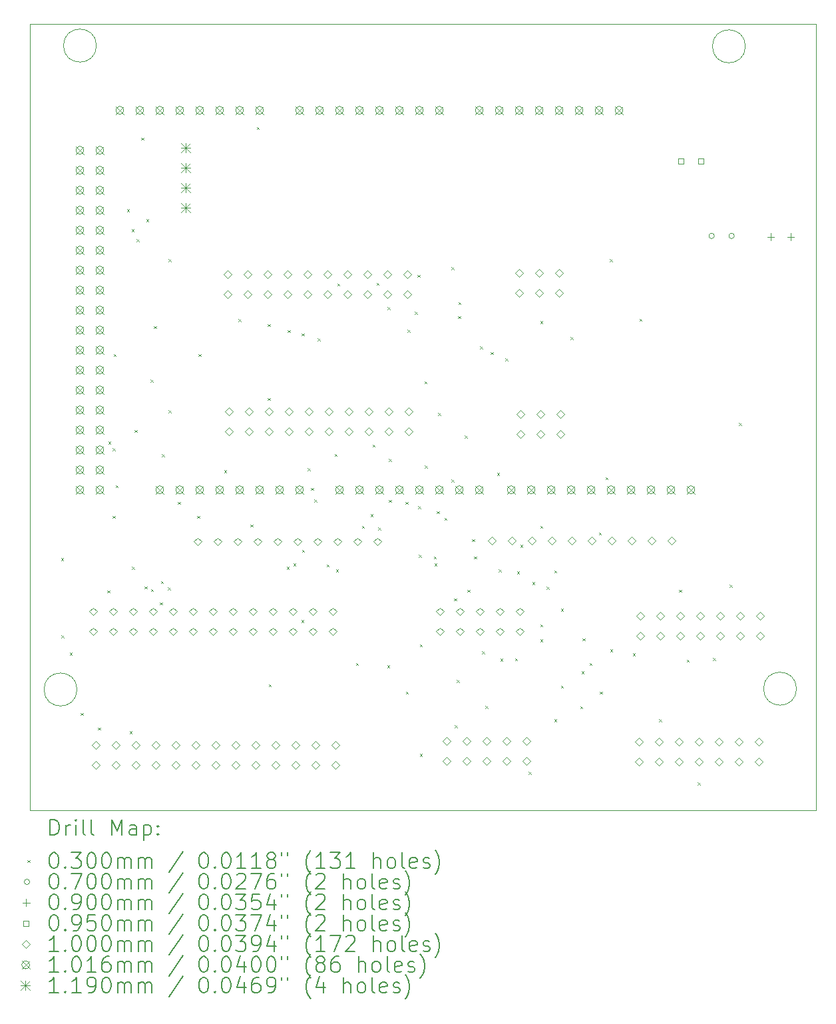
<source format=gbr>
%TF.GenerationSoftware,KiCad,Pcbnew,9.0.0*%
%TF.CreationDate,2025-04-11T05:48:36+10:00*%
%TF.ProjectId,Cable Tester,4361626c-6520-4546-9573-7465722e6b69,rev?*%
%TF.SameCoordinates,Original*%
%TF.FileFunction,Drillmap*%
%TF.FilePolarity,Positive*%
%FSLAX45Y45*%
G04 Gerber Fmt 4.5, Leading zero omitted, Abs format (unit mm)*
G04 Created by KiCad (PCBNEW 9.0.0) date 2025-04-11 05:48:36*
%MOMM*%
%LPD*%
G01*
G04 APERTURE LIST*
%ADD10C,0.050000*%
%ADD11C,0.200000*%
%ADD12C,0.100000*%
%ADD13C,0.101600*%
%ADD14C,0.119000*%
G04 APERTURE END LIST*
D10*
X4341400Y-12197976D02*
G75*
G02*
X3921400Y-12197976I-210000J0D01*
G01*
X3921400Y-12197976D02*
G75*
G02*
X4341400Y-12197976I210000J0D01*
G01*
X4588468Y-4009842D02*
G75*
G02*
X4168468Y-4009842I-210000J0D01*
G01*
X4168468Y-4009842D02*
G75*
G02*
X4588468Y-4009842I210000J0D01*
G01*
X13493625Y-12187934D02*
G75*
G02*
X13073625Y-12187934I-210000J0D01*
G01*
X13073625Y-12187934D02*
G75*
G02*
X13493625Y-12187934I210000J0D01*
G01*
X3742500Y-3737500D02*
X13742500Y-3737500D01*
X13742500Y-13737500D01*
X3742500Y-13737500D01*
X3742500Y-3737500D01*
X12843311Y-4019000D02*
G75*
G02*
X12423311Y-4019000I-210000J0D01*
G01*
X12423311Y-4019000D02*
G75*
G02*
X12843311Y-4019000I210000J0D01*
G01*
D11*
D12*
X4139650Y-10525800D02*
X4169650Y-10555800D01*
X4169650Y-10525800D02*
X4139650Y-10555800D01*
X4141320Y-11511000D02*
X4171320Y-11541000D01*
X4171320Y-11511000D02*
X4141320Y-11541000D01*
X4246790Y-11729700D02*
X4276790Y-11759700D01*
X4276790Y-11729700D02*
X4246790Y-11759700D01*
X4387660Y-12494300D02*
X4417660Y-12524300D01*
X4417660Y-12494300D02*
X4387660Y-12524300D01*
X4608520Y-12680100D02*
X4638520Y-12710100D01*
X4638520Y-12680100D02*
X4608520Y-12710100D01*
X4726940Y-10939400D02*
X4756940Y-10969400D01*
X4756940Y-10939400D02*
X4726940Y-10969400D01*
X4739680Y-9045160D02*
X4769680Y-9075160D01*
X4769680Y-9045160D02*
X4739680Y-9075160D01*
X4792600Y-9129270D02*
X4822600Y-9159270D01*
X4822600Y-9129270D02*
X4792600Y-9159270D01*
X4795120Y-9988700D02*
X4825120Y-10018700D01*
X4825120Y-9988700D02*
X4795120Y-10018700D01*
X4808910Y-7930500D02*
X4838910Y-7960500D01*
X4838910Y-7930500D02*
X4808910Y-7960500D01*
X4833180Y-9599550D02*
X4863180Y-9629550D01*
X4863180Y-9599550D02*
X4833180Y-9629550D01*
X4974650Y-6089000D02*
X5004650Y-6119000D01*
X5004650Y-6089000D02*
X4974650Y-6119000D01*
X5010800Y-12729700D02*
X5040800Y-12759700D01*
X5040800Y-12729700D02*
X5010800Y-12759700D01*
X5034970Y-6343000D02*
X5064970Y-6373000D01*
X5064970Y-6343000D02*
X5034970Y-6373000D01*
X5037780Y-10638000D02*
X5067780Y-10668000D01*
X5067780Y-10638000D02*
X5037780Y-10668000D01*
X5075000Y-8896690D02*
X5105000Y-8926690D01*
X5105000Y-8896690D02*
X5075000Y-8926690D01*
X5097950Y-6470000D02*
X5127950Y-6500000D01*
X5127950Y-6470000D02*
X5097950Y-6500000D01*
X5159680Y-5179000D02*
X5189680Y-5209000D01*
X5189680Y-5179000D02*
X5159680Y-5209000D01*
X5198850Y-10885200D02*
X5228850Y-10915200D01*
X5228850Y-10885200D02*
X5198850Y-10915200D01*
X5221030Y-6217390D02*
X5251030Y-6247390D01*
X5251030Y-6217390D02*
X5221030Y-6247390D01*
X5276870Y-8257490D02*
X5306870Y-8287490D01*
X5306870Y-8257490D02*
X5276870Y-8287490D01*
X5280940Y-10921400D02*
X5310940Y-10951400D01*
X5310940Y-10921400D02*
X5280940Y-10951400D01*
X5319940Y-7576470D02*
X5349940Y-7606470D01*
X5349940Y-7576470D02*
X5319940Y-7606470D01*
X5394750Y-11091600D02*
X5424750Y-11121600D01*
X5424750Y-11091600D02*
X5394750Y-11121600D01*
X5409270Y-10818300D02*
X5439270Y-10848300D01*
X5439270Y-10818300D02*
X5409270Y-10848300D01*
X5423150Y-9207680D02*
X5453150Y-9237680D01*
X5453150Y-9207680D02*
X5423150Y-9237680D01*
X5497190Y-10900500D02*
X5527190Y-10930500D01*
X5527190Y-10900500D02*
X5497190Y-10930500D01*
X5505600Y-6724000D02*
X5535600Y-6754000D01*
X5535600Y-6724000D02*
X5505600Y-6754000D01*
X5505600Y-8649100D02*
X5535600Y-8679100D01*
X5535600Y-8649100D02*
X5505600Y-8679100D01*
X5625790Y-9810350D02*
X5655790Y-9840350D01*
X5655790Y-9810350D02*
X5625790Y-9840350D01*
X5867940Y-9988700D02*
X5897940Y-10018700D01*
X5897940Y-9988700D02*
X5867940Y-10018700D01*
X5885790Y-7930500D02*
X5915790Y-7960500D01*
X5915790Y-7930500D02*
X5885790Y-7960500D01*
X6212380Y-9411490D02*
X6242380Y-9441490D01*
X6242380Y-9411490D02*
X6212380Y-9441490D01*
X6392830Y-7487230D02*
X6422830Y-7517230D01*
X6422830Y-7487230D02*
X6392830Y-7517230D01*
X6547810Y-10099400D02*
X6577810Y-10129400D01*
X6577810Y-10099400D02*
X6547810Y-10129400D01*
X6626600Y-5045630D02*
X6656600Y-5075630D01*
X6656600Y-5045630D02*
X6626600Y-5075630D01*
X6767600Y-7550740D02*
X6797600Y-7580740D01*
X6797600Y-7550740D02*
X6767600Y-7580740D01*
X6767600Y-8492140D02*
X6797600Y-8522140D01*
X6797600Y-8492140D02*
X6767600Y-8522140D01*
X6779810Y-12131400D02*
X6809810Y-12161400D01*
X6809810Y-12131400D02*
X6779810Y-12161400D01*
X7008090Y-10636500D02*
X7038090Y-10666500D01*
X7038090Y-10636500D02*
X7008090Y-10666500D01*
X7019600Y-7627890D02*
X7049600Y-7657890D01*
X7049600Y-7627890D02*
X7019600Y-7657890D01*
X7092450Y-10595400D02*
X7122450Y-10625400D01*
X7122450Y-10595400D02*
X7092450Y-10625400D01*
X7193050Y-11312800D02*
X7223050Y-11342800D01*
X7223050Y-11312800D02*
X7193050Y-11342800D01*
X7197570Y-7670520D02*
X7227570Y-7700520D01*
X7227570Y-7670520D02*
X7197570Y-7700520D01*
X7203210Y-10419600D02*
X7233210Y-10449600D01*
X7233210Y-10419600D02*
X7203210Y-10449600D01*
X7273600Y-9382770D02*
X7303600Y-9412770D01*
X7303600Y-9382770D02*
X7273600Y-9412770D01*
X7319360Y-9635660D02*
X7349360Y-9665660D01*
X7349360Y-9635660D02*
X7319360Y-9665660D01*
X7361420Y-9781010D02*
X7391420Y-9811010D01*
X7391420Y-9781010D02*
X7361420Y-9811010D01*
X7401380Y-7731820D02*
X7431380Y-7761820D01*
X7431380Y-7731820D02*
X7401380Y-7761820D01*
X7516250Y-10607800D02*
X7546250Y-10637800D01*
X7546250Y-10607800D02*
X7516250Y-10637800D01*
X7619210Y-9203830D02*
X7649210Y-9233830D01*
X7649210Y-9203830D02*
X7619210Y-9233830D01*
X7636000Y-10671400D02*
X7666000Y-10701400D01*
X7666000Y-10671400D02*
X7636000Y-10701400D01*
X7653360Y-7033700D02*
X7683360Y-7063700D01*
X7683360Y-7033700D02*
X7653360Y-7063700D01*
X7890000Y-11860200D02*
X7920000Y-11890200D01*
X7920000Y-11860200D02*
X7890000Y-11890200D01*
X7964130Y-10117600D02*
X7994130Y-10147600D01*
X7994130Y-10117600D02*
X7964130Y-10147600D01*
X8075030Y-9968010D02*
X8105030Y-9998010D01*
X8105030Y-9968010D02*
X8075030Y-9998010D01*
X8101560Y-9083910D02*
X8131560Y-9113910D01*
X8131560Y-9083910D02*
X8101560Y-9113910D01*
X8150600Y-7024980D02*
X8180600Y-7054980D01*
X8180600Y-7024980D02*
X8150600Y-7054980D01*
X8172600Y-10139400D02*
X8202600Y-10169400D01*
X8202600Y-10139400D02*
X8172600Y-10169400D01*
X8285500Y-11890300D02*
X8315500Y-11920300D01*
X8315500Y-11890300D02*
X8285500Y-11920300D01*
X8289600Y-7333810D02*
X8319600Y-7363810D01*
X8319600Y-7333810D02*
X8289600Y-7363810D01*
X8307720Y-9264000D02*
X8337720Y-9294000D01*
X8337720Y-9264000D02*
X8307720Y-9294000D01*
X8307730Y-9787320D02*
X8337730Y-9817320D01*
X8337730Y-9787320D02*
X8307730Y-9817320D01*
X8520530Y-9809850D02*
X8550530Y-9839850D01*
X8550530Y-9809850D02*
X8520530Y-9839850D01*
X8525850Y-12223900D02*
X8555850Y-12253900D01*
X8555850Y-12223900D02*
X8525850Y-12253900D01*
X8543600Y-7624830D02*
X8573600Y-7654830D01*
X8573600Y-7624830D02*
X8543600Y-7654830D01*
X8636320Y-7396350D02*
X8666320Y-7426350D01*
X8666320Y-7396350D02*
X8636320Y-7426350D01*
X8672140Y-6924750D02*
X8702140Y-6954750D01*
X8702140Y-6924750D02*
X8672140Y-6954750D01*
X8680600Y-9865360D02*
X8710600Y-9895360D01*
X8710600Y-9865360D02*
X8680600Y-9895360D01*
X8689000Y-10485700D02*
X8719000Y-10515700D01*
X8719000Y-10485700D02*
X8689000Y-10515700D01*
X8700610Y-11623200D02*
X8730610Y-11653200D01*
X8730610Y-11623200D02*
X8700610Y-11653200D01*
X8700610Y-13018600D02*
X8730610Y-13048600D01*
X8730610Y-13018600D02*
X8700610Y-13048600D01*
X8762590Y-8280360D02*
X8792590Y-8310360D01*
X8792590Y-8280360D02*
X8762590Y-8310360D01*
X8764450Y-9348730D02*
X8794450Y-9378730D01*
X8794450Y-9348730D02*
X8764450Y-9378730D01*
X8877790Y-10506200D02*
X8907790Y-10536200D01*
X8907790Y-10506200D02*
X8877790Y-10536200D01*
X8886260Y-10595400D02*
X8916260Y-10625400D01*
X8916260Y-10595400D02*
X8886260Y-10625400D01*
X8917600Y-9931910D02*
X8947600Y-9961910D01*
X8947600Y-9931910D02*
X8917600Y-9961910D01*
X8934600Y-8683500D02*
X8964600Y-8713500D01*
X8964600Y-8683500D02*
X8934600Y-8713500D01*
X9016770Y-10015200D02*
X9046770Y-10045200D01*
X9046770Y-10015200D02*
X9016770Y-10045200D01*
X9104540Y-6827940D02*
X9134540Y-6857940D01*
X9134540Y-6827940D02*
X9104540Y-6857940D01*
X9104540Y-9528470D02*
X9134540Y-9558470D01*
X9134540Y-9528470D02*
X9104540Y-9558470D01*
X9137750Y-11040500D02*
X9167750Y-11070500D01*
X9167750Y-11040500D02*
X9137750Y-11070500D01*
X9146020Y-12652400D02*
X9176020Y-12682400D01*
X9176020Y-12652400D02*
X9146020Y-12682400D01*
X9169640Y-12077000D02*
X9199640Y-12107000D01*
X9199640Y-12077000D02*
X9169640Y-12107000D01*
X9188600Y-7450030D02*
X9218600Y-7480030D01*
X9218600Y-7450030D02*
X9188600Y-7480030D01*
X9191640Y-7272010D02*
X9221640Y-7302010D01*
X9221640Y-7272010D02*
X9191640Y-7302010D01*
X9271350Y-8971490D02*
X9301350Y-9001490D01*
X9301350Y-8971490D02*
X9271350Y-9001490D01*
X9306930Y-10930300D02*
X9336930Y-10960300D01*
X9336930Y-10930300D02*
X9306930Y-10960300D01*
X9365660Y-10287500D02*
X9395660Y-10317500D01*
X9395660Y-10287500D02*
X9365660Y-10317500D01*
X9391670Y-10506200D02*
X9421670Y-10536200D01*
X9421670Y-10506200D02*
X9391670Y-10536200D01*
X9467880Y-7832750D02*
X9497880Y-7862750D01*
X9497880Y-7832750D02*
X9467880Y-7862750D01*
X9491270Y-11712200D02*
X9521270Y-11742200D01*
X9521270Y-11712200D02*
X9491270Y-11742200D01*
X9535200Y-12406300D02*
X9565200Y-12436300D01*
X9565200Y-12406300D02*
X9535200Y-12436300D01*
X9602660Y-7906970D02*
X9632660Y-7936970D01*
X9632660Y-7906970D02*
X9602660Y-7936970D01*
X9684320Y-9443950D02*
X9714320Y-9473950D01*
X9714320Y-9443950D02*
X9684320Y-9473950D01*
X9705200Y-10671400D02*
X9735200Y-10701400D01*
X9735200Y-10671400D02*
X9705200Y-10701400D01*
X9727790Y-11805800D02*
X9757790Y-11835800D01*
X9757790Y-11805800D02*
X9727790Y-11835800D01*
X9788760Y-7985650D02*
X9818760Y-8015650D01*
X9818760Y-7985650D02*
X9788760Y-8015650D01*
X9912600Y-11801200D02*
X9942600Y-11831200D01*
X9942600Y-11801200D02*
X9912600Y-11831200D01*
X9937460Y-10695400D02*
X9967460Y-10725400D01*
X9967460Y-10695400D02*
X9937460Y-10725400D01*
X9978510Y-10356300D02*
X10008510Y-10386300D01*
X10008510Y-10356300D02*
X9978510Y-10386300D01*
X10086700Y-13246400D02*
X10116700Y-13276400D01*
X10116700Y-13246400D02*
X10086700Y-13276400D01*
X10131900Y-10830000D02*
X10161900Y-10860000D01*
X10161900Y-10830000D02*
X10131900Y-10860000D01*
X10234100Y-10118100D02*
X10264100Y-10148100D01*
X10264100Y-10118100D02*
X10234100Y-10148100D01*
X10234100Y-11369000D02*
X10264100Y-11399000D01*
X10264100Y-11369000D02*
X10234100Y-11399000D01*
X10234100Y-11562400D02*
X10264100Y-11592400D01*
X10264100Y-11562400D02*
X10234100Y-11592400D01*
X10234700Y-7513200D02*
X10264700Y-7543200D01*
X10264700Y-7513200D02*
X10234700Y-7543200D01*
X10316600Y-10890200D02*
X10346600Y-10920200D01*
X10346600Y-10890200D02*
X10316600Y-10920200D01*
X10411220Y-10685350D02*
X10441220Y-10715350D01*
X10441220Y-10685350D02*
X10411220Y-10715350D01*
X10411220Y-12576600D02*
X10441220Y-12606600D01*
X10441220Y-12576600D02*
X10411220Y-12606600D01*
X10498000Y-11171300D02*
X10528000Y-11201300D01*
X10528000Y-11171300D02*
X10498000Y-11201300D01*
X10498000Y-12147200D02*
X10528000Y-12177200D01*
X10528000Y-12147200D02*
X10498000Y-12177200D01*
X10618100Y-7716070D02*
X10648100Y-7746070D01*
X10648100Y-7716070D02*
X10618100Y-7746070D01*
X10741200Y-12412900D02*
X10771200Y-12442900D01*
X10771200Y-12412900D02*
X10741200Y-12442900D01*
X10759100Y-11965500D02*
X10789100Y-11995500D01*
X10789100Y-11965500D02*
X10759100Y-11995500D01*
X10770300Y-11545900D02*
X10800300Y-11575900D01*
X10800300Y-11545900D02*
X10770300Y-11575900D01*
X10862600Y-11860000D02*
X10892600Y-11890000D01*
X10892600Y-11860000D02*
X10862600Y-11890000D01*
X10980760Y-10199800D02*
X11010760Y-10229800D01*
X11010760Y-10199800D02*
X10980760Y-10229800D01*
X10991700Y-12223900D02*
X11021700Y-12253900D01*
X11021700Y-12223900D02*
X10991700Y-12253900D01*
X11064600Y-9498770D02*
X11094600Y-9528770D01*
X11094600Y-9498770D02*
X11064600Y-9528770D01*
X11119000Y-6725010D02*
X11149000Y-6755010D01*
X11149000Y-6725010D02*
X11119000Y-6755010D01*
X11124800Y-11685100D02*
X11154800Y-11715100D01*
X11154800Y-11685100D02*
X11124800Y-11715100D01*
X11410600Y-11736700D02*
X11440600Y-11766700D01*
X11440600Y-11736700D02*
X11410600Y-11766700D01*
X11495600Y-7482360D02*
X11525600Y-7512360D01*
X11525600Y-7482360D02*
X11495600Y-7512360D01*
X11747200Y-12576600D02*
X11777200Y-12606600D01*
X11777200Y-12576600D02*
X11747200Y-12606600D01*
X12001200Y-10930400D02*
X12031200Y-10960400D01*
X12031200Y-10930400D02*
X12001200Y-10960400D01*
X12097500Y-11816900D02*
X12127500Y-11846900D01*
X12127500Y-11816900D02*
X12097500Y-11846900D01*
X12235200Y-13382100D02*
X12265200Y-13412100D01*
X12265200Y-13382100D02*
X12235200Y-13412100D01*
X12433000Y-11795400D02*
X12463000Y-11825400D01*
X12463000Y-11795400D02*
X12433000Y-11825400D01*
X12642900Y-10868000D02*
X12672900Y-10898000D01*
X12672900Y-10868000D02*
X12642900Y-10898000D01*
X12763200Y-8810550D02*
X12793200Y-8840550D01*
X12793200Y-8810550D02*
X12763200Y-8840550D01*
X12448390Y-6430340D02*
G75*
G02*
X12378390Y-6430340I-35000J0D01*
G01*
X12378390Y-6430340D02*
G75*
G02*
X12448390Y-6430340I35000J0D01*
G01*
X12702390Y-6430340D02*
G75*
G02*
X12632390Y-6430340I-35000J0D01*
G01*
X12632390Y-6430340D02*
G75*
G02*
X12702390Y-6430340I35000J0D01*
G01*
X13166000Y-6397500D02*
X13166000Y-6487500D01*
X13121000Y-6442500D02*
X13211000Y-6442500D01*
X13420000Y-6397500D02*
X13420000Y-6487500D01*
X13375000Y-6442500D02*
X13465000Y-6442500D01*
X12058588Y-5511088D02*
X12058588Y-5443912D01*
X11991412Y-5443912D01*
X11991412Y-5511088D01*
X12058588Y-5511088D01*
X12308588Y-5511088D02*
X12308588Y-5443912D01*
X12241412Y-5443912D01*
X12241412Y-5511088D01*
X12308588Y-5511088D01*
X4550200Y-11256600D02*
X4600200Y-11206600D01*
X4550200Y-11156600D01*
X4500200Y-11206600D01*
X4550200Y-11256600D01*
X4550200Y-11510600D02*
X4600200Y-11460600D01*
X4550200Y-11410600D01*
X4500200Y-11460600D01*
X4550200Y-11510600D01*
X4584200Y-12956600D02*
X4634200Y-12906600D01*
X4584200Y-12856600D01*
X4534200Y-12906600D01*
X4584200Y-12956600D01*
X4584200Y-13210600D02*
X4634200Y-13160600D01*
X4584200Y-13110600D01*
X4534200Y-13160600D01*
X4584200Y-13210600D01*
X4804200Y-11256600D02*
X4854200Y-11206600D01*
X4804200Y-11156600D01*
X4754200Y-11206600D01*
X4804200Y-11256600D01*
X4804200Y-11510600D02*
X4854200Y-11460600D01*
X4804200Y-11410600D01*
X4754200Y-11460600D01*
X4804200Y-11510600D01*
X4838200Y-12956600D02*
X4888200Y-12906600D01*
X4838200Y-12856600D01*
X4788200Y-12906600D01*
X4838200Y-12956600D01*
X4838200Y-13210600D02*
X4888200Y-13160600D01*
X4838200Y-13110600D01*
X4788200Y-13160600D01*
X4838200Y-13210600D01*
X5058200Y-11256600D02*
X5108200Y-11206600D01*
X5058200Y-11156600D01*
X5008200Y-11206600D01*
X5058200Y-11256600D01*
X5058200Y-11510600D02*
X5108200Y-11460600D01*
X5058200Y-11410600D01*
X5008200Y-11460600D01*
X5058200Y-11510600D01*
X5092200Y-12956600D02*
X5142200Y-12906600D01*
X5092200Y-12856600D01*
X5042200Y-12906600D01*
X5092200Y-12956600D01*
X5092200Y-13210600D02*
X5142200Y-13160600D01*
X5092200Y-13110600D01*
X5042200Y-13160600D01*
X5092200Y-13210600D01*
X5312200Y-11256600D02*
X5362200Y-11206600D01*
X5312200Y-11156600D01*
X5262200Y-11206600D01*
X5312200Y-11256600D01*
X5312200Y-11510600D02*
X5362200Y-11460600D01*
X5312200Y-11410600D01*
X5262200Y-11460600D01*
X5312200Y-11510600D01*
X5346200Y-12956600D02*
X5396200Y-12906600D01*
X5346200Y-12856600D01*
X5296200Y-12906600D01*
X5346200Y-12956600D01*
X5346200Y-13210600D02*
X5396200Y-13160600D01*
X5346200Y-13110600D01*
X5296200Y-13160600D01*
X5346200Y-13210600D01*
X5566200Y-11256600D02*
X5616200Y-11206600D01*
X5566200Y-11156600D01*
X5516200Y-11206600D01*
X5566200Y-11256600D01*
X5566200Y-11510600D02*
X5616200Y-11460600D01*
X5566200Y-11410600D01*
X5516200Y-11460600D01*
X5566200Y-11510600D01*
X5600200Y-12956600D02*
X5650200Y-12906600D01*
X5600200Y-12856600D01*
X5550200Y-12906600D01*
X5600200Y-12956600D01*
X5600200Y-13210600D02*
X5650200Y-13160600D01*
X5600200Y-13110600D01*
X5550200Y-13160600D01*
X5600200Y-13210600D01*
X5820200Y-11256600D02*
X5870200Y-11206600D01*
X5820200Y-11156600D01*
X5770200Y-11206600D01*
X5820200Y-11256600D01*
X5820200Y-11510600D02*
X5870200Y-11460600D01*
X5820200Y-11410600D01*
X5770200Y-11460600D01*
X5820200Y-11510600D01*
X5854200Y-12956600D02*
X5904200Y-12906600D01*
X5854200Y-12856600D01*
X5804200Y-12906600D01*
X5854200Y-12956600D01*
X5854200Y-13210600D02*
X5904200Y-13160600D01*
X5854200Y-13110600D01*
X5804200Y-13160600D01*
X5854200Y-13210600D01*
X5873000Y-10367500D02*
X5923000Y-10317500D01*
X5873000Y-10267500D01*
X5823000Y-10317500D01*
X5873000Y-10367500D01*
X6074200Y-11256600D02*
X6124200Y-11206600D01*
X6074200Y-11156600D01*
X6024200Y-11206600D01*
X6074200Y-11256600D01*
X6074200Y-11510600D02*
X6124200Y-11460600D01*
X6074200Y-11410600D01*
X6024200Y-11460600D01*
X6074200Y-11510600D01*
X6108200Y-12956600D02*
X6158200Y-12906600D01*
X6108200Y-12856600D01*
X6058200Y-12906600D01*
X6108200Y-12956600D01*
X6108200Y-13210600D02*
X6158200Y-13160600D01*
X6108200Y-13110600D01*
X6058200Y-13160600D01*
X6108200Y-13210600D01*
X6127000Y-10367500D02*
X6177000Y-10317500D01*
X6127000Y-10267500D01*
X6077000Y-10317500D01*
X6127000Y-10367500D01*
X6260600Y-6968100D02*
X6310600Y-6918100D01*
X6260600Y-6868100D01*
X6210600Y-6918100D01*
X6260600Y-6968100D01*
X6260600Y-7222100D02*
X6310600Y-7172100D01*
X6260600Y-7122100D01*
X6210600Y-7172100D01*
X6260600Y-7222100D01*
X6272600Y-8714100D02*
X6322600Y-8664100D01*
X6272600Y-8614100D01*
X6222600Y-8664100D01*
X6272600Y-8714100D01*
X6272600Y-8968100D02*
X6322600Y-8918100D01*
X6272600Y-8868100D01*
X6222600Y-8918100D01*
X6272600Y-8968100D01*
X6328200Y-11256600D02*
X6378200Y-11206600D01*
X6328200Y-11156600D01*
X6278200Y-11206600D01*
X6328200Y-11256600D01*
X6328200Y-11510600D02*
X6378200Y-11460600D01*
X6328200Y-11410600D01*
X6278200Y-11460600D01*
X6328200Y-11510600D01*
X6362200Y-12956600D02*
X6412200Y-12906600D01*
X6362200Y-12856600D01*
X6312200Y-12906600D01*
X6362200Y-12956600D01*
X6362200Y-13210600D02*
X6412200Y-13160600D01*
X6362200Y-13110600D01*
X6312200Y-13160600D01*
X6362200Y-13210600D01*
X6381000Y-10367500D02*
X6431000Y-10317500D01*
X6381000Y-10267500D01*
X6331000Y-10317500D01*
X6381000Y-10367500D01*
X6514600Y-6968100D02*
X6564600Y-6918100D01*
X6514600Y-6868100D01*
X6464600Y-6918100D01*
X6514600Y-6968100D01*
X6514600Y-7222100D02*
X6564600Y-7172100D01*
X6514600Y-7122100D01*
X6464600Y-7172100D01*
X6514600Y-7222100D01*
X6526600Y-8714100D02*
X6576600Y-8664100D01*
X6526600Y-8614100D01*
X6476600Y-8664100D01*
X6526600Y-8714100D01*
X6526600Y-8968100D02*
X6576600Y-8918100D01*
X6526600Y-8868100D01*
X6476600Y-8918100D01*
X6526600Y-8968100D01*
X6582200Y-11256600D02*
X6632200Y-11206600D01*
X6582200Y-11156600D01*
X6532200Y-11206600D01*
X6582200Y-11256600D01*
X6582200Y-11510600D02*
X6632200Y-11460600D01*
X6582200Y-11410600D01*
X6532200Y-11460600D01*
X6582200Y-11510600D01*
X6616200Y-12956600D02*
X6666200Y-12906600D01*
X6616200Y-12856600D01*
X6566200Y-12906600D01*
X6616200Y-12956600D01*
X6616200Y-13210600D02*
X6666200Y-13160600D01*
X6616200Y-13110600D01*
X6566200Y-13160600D01*
X6616200Y-13210600D01*
X6635000Y-10367500D02*
X6685000Y-10317500D01*
X6635000Y-10267500D01*
X6585000Y-10317500D01*
X6635000Y-10367500D01*
X6768600Y-6968100D02*
X6818600Y-6918100D01*
X6768600Y-6868100D01*
X6718600Y-6918100D01*
X6768600Y-6968100D01*
X6768600Y-7222100D02*
X6818600Y-7172100D01*
X6768600Y-7122100D01*
X6718600Y-7172100D01*
X6768600Y-7222100D01*
X6780600Y-8714100D02*
X6830600Y-8664100D01*
X6780600Y-8614100D01*
X6730600Y-8664100D01*
X6780600Y-8714100D01*
X6780600Y-8968100D02*
X6830600Y-8918100D01*
X6780600Y-8868100D01*
X6730600Y-8918100D01*
X6780600Y-8968100D01*
X6836200Y-11256600D02*
X6886200Y-11206600D01*
X6836200Y-11156600D01*
X6786200Y-11206600D01*
X6836200Y-11256600D01*
X6836200Y-11510600D02*
X6886200Y-11460600D01*
X6836200Y-11410600D01*
X6786200Y-11460600D01*
X6836200Y-11510600D01*
X6870200Y-12956600D02*
X6920200Y-12906600D01*
X6870200Y-12856600D01*
X6820200Y-12906600D01*
X6870200Y-12956600D01*
X6870200Y-13210600D02*
X6920200Y-13160600D01*
X6870200Y-13110600D01*
X6820200Y-13160600D01*
X6870200Y-13210600D01*
X6889000Y-10367500D02*
X6939000Y-10317500D01*
X6889000Y-10267500D01*
X6839000Y-10317500D01*
X6889000Y-10367500D01*
X7022600Y-6968100D02*
X7072600Y-6918100D01*
X7022600Y-6868100D01*
X6972600Y-6918100D01*
X7022600Y-6968100D01*
X7022600Y-7222100D02*
X7072600Y-7172100D01*
X7022600Y-7122100D01*
X6972600Y-7172100D01*
X7022600Y-7222100D01*
X7034600Y-8714100D02*
X7084600Y-8664100D01*
X7034600Y-8614100D01*
X6984600Y-8664100D01*
X7034600Y-8714100D01*
X7034600Y-8968100D02*
X7084600Y-8918100D01*
X7034600Y-8868100D01*
X6984600Y-8918100D01*
X7034600Y-8968100D01*
X7090200Y-11256600D02*
X7140200Y-11206600D01*
X7090200Y-11156600D01*
X7040200Y-11206600D01*
X7090200Y-11256600D01*
X7090200Y-11510600D02*
X7140200Y-11460600D01*
X7090200Y-11410600D01*
X7040200Y-11460600D01*
X7090200Y-11510600D01*
X7124200Y-12956600D02*
X7174200Y-12906600D01*
X7124200Y-12856600D01*
X7074200Y-12906600D01*
X7124200Y-12956600D01*
X7124200Y-13210600D02*
X7174200Y-13160600D01*
X7124200Y-13110600D01*
X7074200Y-13160600D01*
X7124200Y-13210600D01*
X7143000Y-10367500D02*
X7193000Y-10317500D01*
X7143000Y-10267500D01*
X7093000Y-10317500D01*
X7143000Y-10367500D01*
X7276600Y-6968100D02*
X7326600Y-6918100D01*
X7276600Y-6868100D01*
X7226600Y-6918100D01*
X7276600Y-6968100D01*
X7276600Y-7222100D02*
X7326600Y-7172100D01*
X7276600Y-7122100D01*
X7226600Y-7172100D01*
X7276600Y-7222100D01*
X7288600Y-8714100D02*
X7338600Y-8664100D01*
X7288600Y-8614100D01*
X7238600Y-8664100D01*
X7288600Y-8714100D01*
X7288600Y-8968100D02*
X7338600Y-8918100D01*
X7288600Y-8868100D01*
X7238600Y-8918100D01*
X7288600Y-8968100D01*
X7344200Y-11256600D02*
X7394200Y-11206600D01*
X7344200Y-11156600D01*
X7294200Y-11206600D01*
X7344200Y-11256600D01*
X7344200Y-11510600D02*
X7394200Y-11460600D01*
X7344200Y-11410600D01*
X7294200Y-11460600D01*
X7344200Y-11510600D01*
X7378200Y-12956600D02*
X7428200Y-12906600D01*
X7378200Y-12856600D01*
X7328200Y-12906600D01*
X7378200Y-12956600D01*
X7378200Y-13210600D02*
X7428200Y-13160600D01*
X7378200Y-13110600D01*
X7328200Y-13160600D01*
X7378200Y-13210600D01*
X7397000Y-10367500D02*
X7447000Y-10317500D01*
X7397000Y-10267500D01*
X7347000Y-10317500D01*
X7397000Y-10367500D01*
X7530600Y-6968100D02*
X7580600Y-6918100D01*
X7530600Y-6868100D01*
X7480600Y-6918100D01*
X7530600Y-6968100D01*
X7530600Y-7222100D02*
X7580600Y-7172100D01*
X7530600Y-7122100D01*
X7480600Y-7172100D01*
X7530600Y-7222100D01*
X7542600Y-8714100D02*
X7592600Y-8664100D01*
X7542600Y-8614100D01*
X7492600Y-8664100D01*
X7542600Y-8714100D01*
X7542600Y-8968100D02*
X7592600Y-8918100D01*
X7542600Y-8868100D01*
X7492600Y-8918100D01*
X7542600Y-8968100D01*
X7598200Y-11256600D02*
X7648200Y-11206600D01*
X7598200Y-11156600D01*
X7548200Y-11206600D01*
X7598200Y-11256600D01*
X7598200Y-11510600D02*
X7648200Y-11460600D01*
X7598200Y-11410600D01*
X7548200Y-11460600D01*
X7598200Y-11510600D01*
X7632200Y-12956600D02*
X7682200Y-12906600D01*
X7632200Y-12856600D01*
X7582200Y-12906600D01*
X7632200Y-12956600D01*
X7632200Y-13210600D02*
X7682200Y-13160600D01*
X7632200Y-13110600D01*
X7582200Y-13160600D01*
X7632200Y-13210600D01*
X7651000Y-10367500D02*
X7701000Y-10317500D01*
X7651000Y-10267500D01*
X7601000Y-10317500D01*
X7651000Y-10367500D01*
X7784600Y-6968100D02*
X7834600Y-6918100D01*
X7784600Y-6868100D01*
X7734600Y-6918100D01*
X7784600Y-6968100D01*
X7784600Y-7222100D02*
X7834600Y-7172100D01*
X7784600Y-7122100D01*
X7734600Y-7172100D01*
X7784600Y-7222100D01*
X7796600Y-8714100D02*
X7846600Y-8664100D01*
X7796600Y-8614100D01*
X7746600Y-8664100D01*
X7796600Y-8714100D01*
X7796600Y-8968100D02*
X7846600Y-8918100D01*
X7796600Y-8868100D01*
X7746600Y-8918100D01*
X7796600Y-8968100D01*
X7905000Y-10367500D02*
X7955000Y-10317500D01*
X7905000Y-10267500D01*
X7855000Y-10317500D01*
X7905000Y-10367500D01*
X8038600Y-6968100D02*
X8088600Y-6918100D01*
X8038600Y-6868100D01*
X7988600Y-6918100D01*
X8038600Y-6968100D01*
X8038600Y-7222100D02*
X8088600Y-7172100D01*
X8038600Y-7122100D01*
X7988600Y-7172100D01*
X8038600Y-7222100D01*
X8050600Y-8714100D02*
X8100600Y-8664100D01*
X8050600Y-8614100D01*
X8000600Y-8664100D01*
X8050600Y-8714100D01*
X8050600Y-8968100D02*
X8100600Y-8918100D01*
X8050600Y-8868100D01*
X8000600Y-8918100D01*
X8050600Y-8968100D01*
X8159000Y-10367500D02*
X8209000Y-10317500D01*
X8159000Y-10267500D01*
X8109000Y-10317500D01*
X8159000Y-10367500D01*
X8292600Y-6968100D02*
X8342600Y-6918100D01*
X8292600Y-6868100D01*
X8242600Y-6918100D01*
X8292600Y-6968100D01*
X8292600Y-7222100D02*
X8342600Y-7172100D01*
X8292600Y-7122100D01*
X8242600Y-7172100D01*
X8292600Y-7222100D01*
X8304600Y-8714100D02*
X8354600Y-8664100D01*
X8304600Y-8614100D01*
X8254600Y-8664100D01*
X8304600Y-8714100D01*
X8304600Y-8968100D02*
X8354600Y-8918100D01*
X8304600Y-8868100D01*
X8254600Y-8918100D01*
X8304600Y-8968100D01*
X8546600Y-6968100D02*
X8596600Y-6918100D01*
X8546600Y-6868100D01*
X8496600Y-6918100D01*
X8546600Y-6968100D01*
X8546600Y-7222100D02*
X8596600Y-7172100D01*
X8546600Y-7122100D01*
X8496600Y-7172100D01*
X8546600Y-7222100D01*
X8558600Y-8714100D02*
X8608600Y-8664100D01*
X8558600Y-8614100D01*
X8508600Y-8664100D01*
X8558600Y-8714100D01*
X8558600Y-8968100D02*
X8608600Y-8918100D01*
X8558600Y-8868100D01*
X8508600Y-8918100D01*
X8558600Y-8968100D01*
X8958200Y-11256600D02*
X9008200Y-11206600D01*
X8958200Y-11156600D01*
X8908200Y-11206600D01*
X8958200Y-11256600D01*
X8958200Y-11510600D02*
X9008200Y-11460600D01*
X8958200Y-11410600D01*
X8908200Y-11460600D01*
X8958200Y-11510600D01*
X9042200Y-12906600D02*
X9092200Y-12856600D01*
X9042200Y-12806600D01*
X8992200Y-12856600D01*
X9042200Y-12906600D01*
X9042200Y-13160600D02*
X9092200Y-13110600D01*
X9042200Y-13060600D01*
X8992200Y-13110600D01*
X9042200Y-13160600D01*
X9212200Y-11256600D02*
X9262200Y-11206600D01*
X9212200Y-11156600D01*
X9162200Y-11206600D01*
X9212200Y-11256600D01*
X9212200Y-11510600D02*
X9262200Y-11460600D01*
X9212200Y-11410600D01*
X9162200Y-11460600D01*
X9212200Y-11510600D01*
X9296200Y-12906600D02*
X9346200Y-12856600D01*
X9296200Y-12806600D01*
X9246200Y-12856600D01*
X9296200Y-12906600D01*
X9296200Y-13160600D02*
X9346200Y-13110600D01*
X9296200Y-13060600D01*
X9246200Y-13110600D01*
X9296200Y-13160600D01*
X9466200Y-11256600D02*
X9516200Y-11206600D01*
X9466200Y-11156600D01*
X9416200Y-11206600D01*
X9466200Y-11256600D01*
X9466200Y-11510600D02*
X9516200Y-11460600D01*
X9466200Y-11410600D01*
X9416200Y-11460600D01*
X9466200Y-11510600D01*
X9550200Y-12906600D02*
X9600200Y-12856600D01*
X9550200Y-12806600D01*
X9500200Y-12856600D01*
X9550200Y-12906600D01*
X9550200Y-13160600D02*
X9600200Y-13110600D01*
X9550200Y-13060600D01*
X9500200Y-13110600D01*
X9550200Y-13160600D01*
X9616500Y-10352500D02*
X9666500Y-10302500D01*
X9616500Y-10252500D01*
X9566500Y-10302500D01*
X9616500Y-10352500D01*
X9720200Y-11256600D02*
X9770200Y-11206600D01*
X9720200Y-11156600D01*
X9670200Y-11206600D01*
X9720200Y-11256600D01*
X9720200Y-11510600D02*
X9770200Y-11460600D01*
X9720200Y-11410600D01*
X9670200Y-11460600D01*
X9720200Y-11510600D01*
X9804200Y-12906600D02*
X9854200Y-12856600D01*
X9804200Y-12806600D01*
X9754200Y-12856600D01*
X9804200Y-12906600D01*
X9804200Y-13160600D02*
X9854200Y-13110600D01*
X9804200Y-13060600D01*
X9754200Y-13110600D01*
X9804200Y-13160600D01*
X9870500Y-10352500D02*
X9920500Y-10302500D01*
X9870500Y-10252500D01*
X9820500Y-10302500D01*
X9870500Y-10352500D01*
X9962600Y-6952500D02*
X10012600Y-6902500D01*
X9962600Y-6852500D01*
X9912600Y-6902500D01*
X9962600Y-6952500D01*
X9962600Y-7206500D02*
X10012600Y-7156500D01*
X9962600Y-7106500D01*
X9912600Y-7156500D01*
X9962600Y-7206500D01*
X9974200Y-11256600D02*
X10024200Y-11206600D01*
X9974200Y-11156600D01*
X9924200Y-11206600D01*
X9974200Y-11256600D01*
X9974200Y-11510600D02*
X10024200Y-11460600D01*
X9974200Y-11410600D01*
X9924200Y-11460600D01*
X9974200Y-11510600D01*
X9981000Y-8748500D02*
X10031000Y-8698500D01*
X9981000Y-8648500D01*
X9931000Y-8698500D01*
X9981000Y-8748500D01*
X9981000Y-9002500D02*
X10031000Y-8952500D01*
X9981000Y-8902500D01*
X9931000Y-8952500D01*
X9981000Y-9002500D01*
X10058200Y-12906600D02*
X10108200Y-12856600D01*
X10058200Y-12806600D01*
X10008200Y-12856600D01*
X10058200Y-12906600D01*
X10058200Y-13160600D02*
X10108200Y-13110600D01*
X10058200Y-13060600D01*
X10008200Y-13110600D01*
X10058200Y-13160600D01*
X10124500Y-10352500D02*
X10174500Y-10302500D01*
X10124500Y-10252500D01*
X10074500Y-10302500D01*
X10124500Y-10352500D01*
X10216600Y-6952500D02*
X10266600Y-6902500D01*
X10216600Y-6852500D01*
X10166600Y-6902500D01*
X10216600Y-6952500D01*
X10216600Y-7206500D02*
X10266600Y-7156500D01*
X10216600Y-7106500D01*
X10166600Y-7156500D01*
X10216600Y-7206500D01*
X10235000Y-8748500D02*
X10285000Y-8698500D01*
X10235000Y-8648500D01*
X10185000Y-8698500D01*
X10235000Y-8748500D01*
X10235000Y-9002500D02*
X10285000Y-8952500D01*
X10235000Y-8902500D01*
X10185000Y-8952500D01*
X10235000Y-9002500D01*
X10378500Y-10352500D02*
X10428500Y-10302500D01*
X10378500Y-10252500D01*
X10328500Y-10302500D01*
X10378500Y-10352500D01*
X10470600Y-6952500D02*
X10520600Y-6902500D01*
X10470600Y-6852500D01*
X10420600Y-6902500D01*
X10470600Y-6952500D01*
X10470600Y-7206500D02*
X10520600Y-7156500D01*
X10470600Y-7106500D01*
X10420600Y-7156500D01*
X10470600Y-7206500D01*
X10489000Y-8748500D02*
X10539000Y-8698500D01*
X10489000Y-8648500D01*
X10439000Y-8698500D01*
X10489000Y-8748500D01*
X10489000Y-9002500D02*
X10539000Y-8952500D01*
X10489000Y-8902500D01*
X10439000Y-8952500D01*
X10489000Y-9002500D01*
X10632500Y-10352500D02*
X10682500Y-10302500D01*
X10632500Y-10252500D01*
X10582500Y-10302500D01*
X10632500Y-10352500D01*
X10886500Y-10352500D02*
X10936500Y-10302500D01*
X10886500Y-10252500D01*
X10836500Y-10302500D01*
X10886500Y-10352500D01*
X11140500Y-10352500D02*
X11190500Y-10302500D01*
X11140500Y-10252500D01*
X11090500Y-10302500D01*
X11140500Y-10352500D01*
X11394500Y-10352500D02*
X11444500Y-10302500D01*
X11394500Y-10252500D01*
X11344500Y-10302500D01*
X11394500Y-10352500D01*
X11488200Y-12910600D02*
X11538200Y-12860600D01*
X11488200Y-12810600D01*
X11438200Y-12860600D01*
X11488200Y-12910600D01*
X11488200Y-13164600D02*
X11538200Y-13114600D01*
X11488200Y-13064600D01*
X11438200Y-13114600D01*
X11488200Y-13164600D01*
X11508200Y-11310600D02*
X11558200Y-11260600D01*
X11508200Y-11210600D01*
X11458200Y-11260600D01*
X11508200Y-11310600D01*
X11508200Y-11564600D02*
X11558200Y-11514600D01*
X11508200Y-11464600D01*
X11458200Y-11514600D01*
X11508200Y-11564600D01*
X11648500Y-10352500D02*
X11698500Y-10302500D01*
X11648500Y-10252500D01*
X11598500Y-10302500D01*
X11648500Y-10352500D01*
X11742200Y-12910600D02*
X11792200Y-12860600D01*
X11742200Y-12810600D01*
X11692200Y-12860600D01*
X11742200Y-12910600D01*
X11742200Y-13164600D02*
X11792200Y-13114600D01*
X11742200Y-13064600D01*
X11692200Y-13114600D01*
X11742200Y-13164600D01*
X11762200Y-11310600D02*
X11812200Y-11260600D01*
X11762200Y-11210600D01*
X11712200Y-11260600D01*
X11762200Y-11310600D01*
X11762200Y-11564600D02*
X11812200Y-11514600D01*
X11762200Y-11464600D01*
X11712200Y-11514600D01*
X11762200Y-11564600D01*
X11902500Y-10352500D02*
X11952500Y-10302500D01*
X11902500Y-10252500D01*
X11852500Y-10302500D01*
X11902500Y-10352500D01*
X11996200Y-12910600D02*
X12046200Y-12860600D01*
X11996200Y-12810600D01*
X11946200Y-12860600D01*
X11996200Y-12910600D01*
X11996200Y-13164600D02*
X12046200Y-13114600D01*
X11996200Y-13064600D01*
X11946200Y-13114600D01*
X11996200Y-13164600D01*
X12016200Y-11310600D02*
X12066200Y-11260600D01*
X12016200Y-11210600D01*
X11966200Y-11260600D01*
X12016200Y-11310600D01*
X12016200Y-11564600D02*
X12066200Y-11514600D01*
X12016200Y-11464600D01*
X11966200Y-11514600D01*
X12016200Y-11564600D01*
X12250200Y-12910600D02*
X12300200Y-12860600D01*
X12250200Y-12810600D01*
X12200200Y-12860600D01*
X12250200Y-12910600D01*
X12250200Y-13164600D02*
X12300200Y-13114600D01*
X12250200Y-13064600D01*
X12200200Y-13114600D01*
X12250200Y-13164600D01*
X12270200Y-11310600D02*
X12320200Y-11260600D01*
X12270200Y-11210600D01*
X12220200Y-11260600D01*
X12270200Y-11310600D01*
X12270200Y-11564600D02*
X12320200Y-11514600D01*
X12270200Y-11464600D01*
X12220200Y-11514600D01*
X12270200Y-11564600D01*
X12504200Y-12910600D02*
X12554200Y-12860600D01*
X12504200Y-12810600D01*
X12454200Y-12860600D01*
X12504200Y-12910600D01*
X12504200Y-13164600D02*
X12554200Y-13114600D01*
X12504200Y-13064600D01*
X12454200Y-13114600D01*
X12504200Y-13164600D01*
X12524200Y-11310600D02*
X12574200Y-11260600D01*
X12524200Y-11210600D01*
X12474200Y-11260600D01*
X12524200Y-11310600D01*
X12524200Y-11564600D02*
X12574200Y-11514600D01*
X12524200Y-11464600D01*
X12474200Y-11514600D01*
X12524200Y-11564600D01*
X12758200Y-12910600D02*
X12808200Y-12860600D01*
X12758200Y-12810600D01*
X12708200Y-12860600D01*
X12758200Y-12910600D01*
X12758200Y-13164600D02*
X12808200Y-13114600D01*
X12758200Y-13064600D01*
X12708200Y-13114600D01*
X12758200Y-13164600D01*
X12778200Y-11310600D02*
X12828200Y-11260600D01*
X12778200Y-11210600D01*
X12728200Y-11260600D01*
X12778200Y-11310600D01*
X12778200Y-11564600D02*
X12828200Y-11514600D01*
X12778200Y-11464600D01*
X12728200Y-11514600D01*
X12778200Y-11564600D01*
X13012200Y-12910600D02*
X13062200Y-12860600D01*
X13012200Y-12810600D01*
X12962200Y-12860600D01*
X13012200Y-12910600D01*
X13012200Y-13164600D02*
X13062200Y-13114600D01*
X13012200Y-13064600D01*
X12962200Y-13114600D01*
X13012200Y-13164600D01*
X13032200Y-11310600D02*
X13082200Y-11260600D01*
X13032200Y-11210600D01*
X12982200Y-11260600D01*
X13032200Y-11310600D01*
X13032200Y-11564600D02*
X13082200Y-11514600D01*
X13032200Y-11464600D01*
X12982200Y-11514600D01*
X13032200Y-11564600D01*
D13*
X4326800Y-5291200D02*
X4428400Y-5392800D01*
X4428400Y-5291200D02*
X4326800Y-5392800D01*
X4428400Y-5342000D02*
G75*
G02*
X4326800Y-5342000I-50800J0D01*
G01*
X4326800Y-5342000D02*
G75*
G02*
X4428400Y-5342000I50800J0D01*
G01*
X4326800Y-5545200D02*
X4428400Y-5646800D01*
X4428400Y-5545200D02*
X4326800Y-5646800D01*
X4428400Y-5596000D02*
G75*
G02*
X4326800Y-5596000I-50800J0D01*
G01*
X4326800Y-5596000D02*
G75*
G02*
X4428400Y-5596000I50800J0D01*
G01*
X4326800Y-5799200D02*
X4428400Y-5900800D01*
X4428400Y-5799200D02*
X4326800Y-5900800D01*
X4428400Y-5850000D02*
G75*
G02*
X4326800Y-5850000I-50800J0D01*
G01*
X4326800Y-5850000D02*
G75*
G02*
X4428400Y-5850000I50800J0D01*
G01*
X4326800Y-6053200D02*
X4428400Y-6154800D01*
X4428400Y-6053200D02*
X4326800Y-6154800D01*
X4428400Y-6104000D02*
G75*
G02*
X4326800Y-6104000I-50800J0D01*
G01*
X4326800Y-6104000D02*
G75*
G02*
X4428400Y-6104000I50800J0D01*
G01*
X4326800Y-6307200D02*
X4428400Y-6408800D01*
X4428400Y-6307200D02*
X4326800Y-6408800D01*
X4428400Y-6358000D02*
G75*
G02*
X4326800Y-6358000I-50800J0D01*
G01*
X4326800Y-6358000D02*
G75*
G02*
X4428400Y-6358000I50800J0D01*
G01*
X4326800Y-6561200D02*
X4428400Y-6662800D01*
X4428400Y-6561200D02*
X4326800Y-6662800D01*
X4428400Y-6612000D02*
G75*
G02*
X4326800Y-6612000I-50800J0D01*
G01*
X4326800Y-6612000D02*
G75*
G02*
X4428400Y-6612000I50800J0D01*
G01*
X4326800Y-6815200D02*
X4428400Y-6916800D01*
X4428400Y-6815200D02*
X4326800Y-6916800D01*
X4428400Y-6866000D02*
G75*
G02*
X4326800Y-6866000I-50800J0D01*
G01*
X4326800Y-6866000D02*
G75*
G02*
X4428400Y-6866000I50800J0D01*
G01*
X4326800Y-7069200D02*
X4428400Y-7170800D01*
X4428400Y-7069200D02*
X4326800Y-7170800D01*
X4428400Y-7120000D02*
G75*
G02*
X4326800Y-7120000I-50800J0D01*
G01*
X4326800Y-7120000D02*
G75*
G02*
X4428400Y-7120000I50800J0D01*
G01*
X4326800Y-7323200D02*
X4428400Y-7424800D01*
X4428400Y-7323200D02*
X4326800Y-7424800D01*
X4428400Y-7374000D02*
G75*
G02*
X4326800Y-7374000I-50800J0D01*
G01*
X4326800Y-7374000D02*
G75*
G02*
X4428400Y-7374000I50800J0D01*
G01*
X4326800Y-7577200D02*
X4428400Y-7678800D01*
X4428400Y-7577200D02*
X4326800Y-7678800D01*
X4428400Y-7628000D02*
G75*
G02*
X4326800Y-7628000I-50800J0D01*
G01*
X4326800Y-7628000D02*
G75*
G02*
X4428400Y-7628000I50800J0D01*
G01*
X4326800Y-7831200D02*
X4428400Y-7932800D01*
X4428400Y-7831200D02*
X4326800Y-7932800D01*
X4428400Y-7882000D02*
G75*
G02*
X4326800Y-7882000I-50800J0D01*
G01*
X4326800Y-7882000D02*
G75*
G02*
X4428400Y-7882000I50800J0D01*
G01*
X4326800Y-8085200D02*
X4428400Y-8186800D01*
X4428400Y-8085200D02*
X4326800Y-8186800D01*
X4428400Y-8136000D02*
G75*
G02*
X4326800Y-8136000I-50800J0D01*
G01*
X4326800Y-8136000D02*
G75*
G02*
X4428400Y-8136000I50800J0D01*
G01*
X4326800Y-8339200D02*
X4428400Y-8440800D01*
X4428400Y-8339200D02*
X4326800Y-8440800D01*
X4428400Y-8390000D02*
G75*
G02*
X4326800Y-8390000I-50800J0D01*
G01*
X4326800Y-8390000D02*
G75*
G02*
X4428400Y-8390000I50800J0D01*
G01*
X4326800Y-8593200D02*
X4428400Y-8694800D01*
X4428400Y-8593200D02*
X4326800Y-8694800D01*
X4428400Y-8644000D02*
G75*
G02*
X4326800Y-8644000I-50800J0D01*
G01*
X4326800Y-8644000D02*
G75*
G02*
X4428400Y-8644000I50800J0D01*
G01*
X4326800Y-8847200D02*
X4428400Y-8948800D01*
X4428400Y-8847200D02*
X4326800Y-8948800D01*
X4428400Y-8898000D02*
G75*
G02*
X4326800Y-8898000I-50800J0D01*
G01*
X4326800Y-8898000D02*
G75*
G02*
X4428400Y-8898000I50800J0D01*
G01*
X4326800Y-9101200D02*
X4428400Y-9202800D01*
X4428400Y-9101200D02*
X4326800Y-9202800D01*
X4428400Y-9152000D02*
G75*
G02*
X4326800Y-9152000I-50800J0D01*
G01*
X4326800Y-9152000D02*
G75*
G02*
X4428400Y-9152000I50800J0D01*
G01*
X4326800Y-9355200D02*
X4428400Y-9456800D01*
X4428400Y-9355200D02*
X4326800Y-9456800D01*
X4428400Y-9406000D02*
G75*
G02*
X4326800Y-9406000I-50800J0D01*
G01*
X4326800Y-9406000D02*
G75*
G02*
X4428400Y-9406000I50800J0D01*
G01*
X4326800Y-9609200D02*
X4428400Y-9710800D01*
X4428400Y-9609200D02*
X4326800Y-9710800D01*
X4428400Y-9660000D02*
G75*
G02*
X4326800Y-9660000I-50800J0D01*
G01*
X4326800Y-9660000D02*
G75*
G02*
X4428400Y-9660000I50800J0D01*
G01*
X4580800Y-5291200D02*
X4682400Y-5392800D01*
X4682400Y-5291200D02*
X4580800Y-5392800D01*
X4682400Y-5342000D02*
G75*
G02*
X4580800Y-5342000I-50800J0D01*
G01*
X4580800Y-5342000D02*
G75*
G02*
X4682400Y-5342000I50800J0D01*
G01*
X4580800Y-5545200D02*
X4682400Y-5646800D01*
X4682400Y-5545200D02*
X4580800Y-5646800D01*
X4682400Y-5596000D02*
G75*
G02*
X4580800Y-5596000I-50800J0D01*
G01*
X4580800Y-5596000D02*
G75*
G02*
X4682400Y-5596000I50800J0D01*
G01*
X4580800Y-5799200D02*
X4682400Y-5900800D01*
X4682400Y-5799200D02*
X4580800Y-5900800D01*
X4682400Y-5850000D02*
G75*
G02*
X4580800Y-5850000I-50800J0D01*
G01*
X4580800Y-5850000D02*
G75*
G02*
X4682400Y-5850000I50800J0D01*
G01*
X4580800Y-6053200D02*
X4682400Y-6154800D01*
X4682400Y-6053200D02*
X4580800Y-6154800D01*
X4682400Y-6104000D02*
G75*
G02*
X4580800Y-6104000I-50800J0D01*
G01*
X4580800Y-6104000D02*
G75*
G02*
X4682400Y-6104000I50800J0D01*
G01*
X4580800Y-6307200D02*
X4682400Y-6408800D01*
X4682400Y-6307200D02*
X4580800Y-6408800D01*
X4682400Y-6358000D02*
G75*
G02*
X4580800Y-6358000I-50800J0D01*
G01*
X4580800Y-6358000D02*
G75*
G02*
X4682400Y-6358000I50800J0D01*
G01*
X4580800Y-6561200D02*
X4682400Y-6662800D01*
X4682400Y-6561200D02*
X4580800Y-6662800D01*
X4682400Y-6612000D02*
G75*
G02*
X4580800Y-6612000I-50800J0D01*
G01*
X4580800Y-6612000D02*
G75*
G02*
X4682400Y-6612000I50800J0D01*
G01*
X4580800Y-6815200D02*
X4682400Y-6916800D01*
X4682400Y-6815200D02*
X4580800Y-6916800D01*
X4682400Y-6866000D02*
G75*
G02*
X4580800Y-6866000I-50800J0D01*
G01*
X4580800Y-6866000D02*
G75*
G02*
X4682400Y-6866000I50800J0D01*
G01*
X4580800Y-7069200D02*
X4682400Y-7170800D01*
X4682400Y-7069200D02*
X4580800Y-7170800D01*
X4682400Y-7120000D02*
G75*
G02*
X4580800Y-7120000I-50800J0D01*
G01*
X4580800Y-7120000D02*
G75*
G02*
X4682400Y-7120000I50800J0D01*
G01*
X4580800Y-7323200D02*
X4682400Y-7424800D01*
X4682400Y-7323200D02*
X4580800Y-7424800D01*
X4682400Y-7374000D02*
G75*
G02*
X4580800Y-7374000I-50800J0D01*
G01*
X4580800Y-7374000D02*
G75*
G02*
X4682400Y-7374000I50800J0D01*
G01*
X4580800Y-7577200D02*
X4682400Y-7678800D01*
X4682400Y-7577200D02*
X4580800Y-7678800D01*
X4682400Y-7628000D02*
G75*
G02*
X4580800Y-7628000I-50800J0D01*
G01*
X4580800Y-7628000D02*
G75*
G02*
X4682400Y-7628000I50800J0D01*
G01*
X4580800Y-7831200D02*
X4682400Y-7932800D01*
X4682400Y-7831200D02*
X4580800Y-7932800D01*
X4682400Y-7882000D02*
G75*
G02*
X4580800Y-7882000I-50800J0D01*
G01*
X4580800Y-7882000D02*
G75*
G02*
X4682400Y-7882000I50800J0D01*
G01*
X4580800Y-8085200D02*
X4682400Y-8186800D01*
X4682400Y-8085200D02*
X4580800Y-8186800D01*
X4682400Y-8136000D02*
G75*
G02*
X4580800Y-8136000I-50800J0D01*
G01*
X4580800Y-8136000D02*
G75*
G02*
X4682400Y-8136000I50800J0D01*
G01*
X4580800Y-8339200D02*
X4682400Y-8440800D01*
X4682400Y-8339200D02*
X4580800Y-8440800D01*
X4682400Y-8390000D02*
G75*
G02*
X4580800Y-8390000I-50800J0D01*
G01*
X4580800Y-8390000D02*
G75*
G02*
X4682400Y-8390000I50800J0D01*
G01*
X4580800Y-8593200D02*
X4682400Y-8694800D01*
X4682400Y-8593200D02*
X4580800Y-8694800D01*
X4682400Y-8644000D02*
G75*
G02*
X4580800Y-8644000I-50800J0D01*
G01*
X4580800Y-8644000D02*
G75*
G02*
X4682400Y-8644000I50800J0D01*
G01*
X4580800Y-8847200D02*
X4682400Y-8948800D01*
X4682400Y-8847200D02*
X4580800Y-8948800D01*
X4682400Y-8898000D02*
G75*
G02*
X4580800Y-8898000I-50800J0D01*
G01*
X4580800Y-8898000D02*
G75*
G02*
X4682400Y-8898000I50800J0D01*
G01*
X4580800Y-9101200D02*
X4682400Y-9202800D01*
X4682400Y-9101200D02*
X4580800Y-9202800D01*
X4682400Y-9152000D02*
G75*
G02*
X4580800Y-9152000I-50800J0D01*
G01*
X4580800Y-9152000D02*
G75*
G02*
X4682400Y-9152000I50800J0D01*
G01*
X4580800Y-9355200D02*
X4682400Y-9456800D01*
X4682400Y-9355200D02*
X4580800Y-9456800D01*
X4682400Y-9406000D02*
G75*
G02*
X4580800Y-9406000I-50800J0D01*
G01*
X4580800Y-9406000D02*
G75*
G02*
X4682400Y-9406000I50800J0D01*
G01*
X4580800Y-9609200D02*
X4682400Y-9710800D01*
X4682400Y-9609200D02*
X4580800Y-9710800D01*
X4682400Y-9660000D02*
G75*
G02*
X4580800Y-9660000I-50800J0D01*
G01*
X4580800Y-9660000D02*
G75*
G02*
X4682400Y-9660000I50800J0D01*
G01*
X4834800Y-4783200D02*
X4936400Y-4884800D01*
X4936400Y-4783200D02*
X4834800Y-4884800D01*
X4936400Y-4834000D02*
G75*
G02*
X4834800Y-4834000I-50800J0D01*
G01*
X4834800Y-4834000D02*
G75*
G02*
X4936400Y-4834000I50800J0D01*
G01*
X5088800Y-4783200D02*
X5190400Y-4884800D01*
X5190400Y-4783200D02*
X5088800Y-4884800D01*
X5190400Y-4834000D02*
G75*
G02*
X5088800Y-4834000I-50800J0D01*
G01*
X5088800Y-4834000D02*
G75*
G02*
X5190400Y-4834000I50800J0D01*
G01*
X5342800Y-4783200D02*
X5444400Y-4884800D01*
X5444400Y-4783200D02*
X5342800Y-4884800D01*
X5444400Y-4834000D02*
G75*
G02*
X5342800Y-4834000I-50800J0D01*
G01*
X5342800Y-4834000D02*
G75*
G02*
X5444400Y-4834000I50800J0D01*
G01*
X5342800Y-9609200D02*
X5444400Y-9710800D01*
X5444400Y-9609200D02*
X5342800Y-9710800D01*
X5444400Y-9660000D02*
G75*
G02*
X5342800Y-9660000I-50800J0D01*
G01*
X5342800Y-9660000D02*
G75*
G02*
X5444400Y-9660000I50800J0D01*
G01*
X5596800Y-4783200D02*
X5698400Y-4884800D01*
X5698400Y-4783200D02*
X5596800Y-4884800D01*
X5698400Y-4834000D02*
G75*
G02*
X5596800Y-4834000I-50800J0D01*
G01*
X5596800Y-4834000D02*
G75*
G02*
X5698400Y-4834000I50800J0D01*
G01*
X5596800Y-9609200D02*
X5698400Y-9710800D01*
X5698400Y-9609200D02*
X5596800Y-9710800D01*
X5698400Y-9660000D02*
G75*
G02*
X5596800Y-9660000I-50800J0D01*
G01*
X5596800Y-9660000D02*
G75*
G02*
X5698400Y-9660000I50800J0D01*
G01*
X5850800Y-4783200D02*
X5952400Y-4884800D01*
X5952400Y-4783200D02*
X5850800Y-4884800D01*
X5952400Y-4834000D02*
G75*
G02*
X5850800Y-4834000I-50800J0D01*
G01*
X5850800Y-4834000D02*
G75*
G02*
X5952400Y-4834000I50800J0D01*
G01*
X5850800Y-9609200D02*
X5952400Y-9710800D01*
X5952400Y-9609200D02*
X5850800Y-9710800D01*
X5952400Y-9660000D02*
G75*
G02*
X5850800Y-9660000I-50800J0D01*
G01*
X5850800Y-9660000D02*
G75*
G02*
X5952400Y-9660000I50800J0D01*
G01*
X6104800Y-4783200D02*
X6206400Y-4884800D01*
X6206400Y-4783200D02*
X6104800Y-4884800D01*
X6206400Y-4834000D02*
G75*
G02*
X6104800Y-4834000I-50800J0D01*
G01*
X6104800Y-4834000D02*
G75*
G02*
X6206400Y-4834000I50800J0D01*
G01*
X6104800Y-9609200D02*
X6206400Y-9710800D01*
X6206400Y-9609200D02*
X6104800Y-9710800D01*
X6206400Y-9660000D02*
G75*
G02*
X6104800Y-9660000I-50800J0D01*
G01*
X6104800Y-9660000D02*
G75*
G02*
X6206400Y-9660000I50800J0D01*
G01*
X6358800Y-4783200D02*
X6460400Y-4884800D01*
X6460400Y-4783200D02*
X6358800Y-4884800D01*
X6460400Y-4834000D02*
G75*
G02*
X6358800Y-4834000I-50800J0D01*
G01*
X6358800Y-4834000D02*
G75*
G02*
X6460400Y-4834000I50800J0D01*
G01*
X6358800Y-9609200D02*
X6460400Y-9710800D01*
X6460400Y-9609200D02*
X6358800Y-9710800D01*
X6460400Y-9660000D02*
G75*
G02*
X6358800Y-9660000I-50800J0D01*
G01*
X6358800Y-9660000D02*
G75*
G02*
X6460400Y-9660000I50800J0D01*
G01*
X6612800Y-4783200D02*
X6714400Y-4884800D01*
X6714400Y-4783200D02*
X6612800Y-4884800D01*
X6714400Y-4834000D02*
G75*
G02*
X6612800Y-4834000I-50800J0D01*
G01*
X6612800Y-4834000D02*
G75*
G02*
X6714400Y-4834000I50800J0D01*
G01*
X6612800Y-9609200D02*
X6714400Y-9710800D01*
X6714400Y-9609200D02*
X6612800Y-9710800D01*
X6714400Y-9660000D02*
G75*
G02*
X6612800Y-9660000I-50800J0D01*
G01*
X6612800Y-9660000D02*
G75*
G02*
X6714400Y-9660000I50800J0D01*
G01*
X6866800Y-9609200D02*
X6968400Y-9710800D01*
X6968400Y-9609200D02*
X6866800Y-9710800D01*
X6968400Y-9660000D02*
G75*
G02*
X6866800Y-9660000I-50800J0D01*
G01*
X6866800Y-9660000D02*
G75*
G02*
X6968400Y-9660000I50800J0D01*
G01*
X7120800Y-4783200D02*
X7222400Y-4884800D01*
X7222400Y-4783200D02*
X7120800Y-4884800D01*
X7222400Y-4834000D02*
G75*
G02*
X7120800Y-4834000I-50800J0D01*
G01*
X7120800Y-4834000D02*
G75*
G02*
X7222400Y-4834000I50800J0D01*
G01*
X7120800Y-9609200D02*
X7222400Y-9710800D01*
X7222400Y-9609200D02*
X7120800Y-9710800D01*
X7222400Y-9660000D02*
G75*
G02*
X7120800Y-9660000I-50800J0D01*
G01*
X7120800Y-9660000D02*
G75*
G02*
X7222400Y-9660000I50800J0D01*
G01*
X7374800Y-4783200D02*
X7476400Y-4884800D01*
X7476400Y-4783200D02*
X7374800Y-4884800D01*
X7476400Y-4834000D02*
G75*
G02*
X7374800Y-4834000I-50800J0D01*
G01*
X7374800Y-4834000D02*
G75*
G02*
X7476400Y-4834000I50800J0D01*
G01*
X7628800Y-4783200D02*
X7730400Y-4884800D01*
X7730400Y-4783200D02*
X7628800Y-4884800D01*
X7730400Y-4834000D02*
G75*
G02*
X7628800Y-4834000I-50800J0D01*
G01*
X7628800Y-4834000D02*
G75*
G02*
X7730400Y-4834000I50800J0D01*
G01*
X7628800Y-9609200D02*
X7730400Y-9710800D01*
X7730400Y-9609200D02*
X7628800Y-9710800D01*
X7730400Y-9660000D02*
G75*
G02*
X7628800Y-9660000I-50800J0D01*
G01*
X7628800Y-9660000D02*
G75*
G02*
X7730400Y-9660000I50800J0D01*
G01*
X7882800Y-4783200D02*
X7984400Y-4884800D01*
X7984400Y-4783200D02*
X7882800Y-4884800D01*
X7984400Y-4834000D02*
G75*
G02*
X7882800Y-4834000I-50800J0D01*
G01*
X7882800Y-4834000D02*
G75*
G02*
X7984400Y-4834000I50800J0D01*
G01*
X7882800Y-9609200D02*
X7984400Y-9710800D01*
X7984400Y-9609200D02*
X7882800Y-9710800D01*
X7984400Y-9660000D02*
G75*
G02*
X7882800Y-9660000I-50800J0D01*
G01*
X7882800Y-9660000D02*
G75*
G02*
X7984400Y-9660000I50800J0D01*
G01*
X8136800Y-4783200D02*
X8238400Y-4884800D01*
X8238400Y-4783200D02*
X8136800Y-4884800D01*
X8238400Y-4834000D02*
G75*
G02*
X8136800Y-4834000I-50800J0D01*
G01*
X8136800Y-4834000D02*
G75*
G02*
X8238400Y-4834000I50800J0D01*
G01*
X8136800Y-9609200D02*
X8238400Y-9710800D01*
X8238400Y-9609200D02*
X8136800Y-9710800D01*
X8238400Y-9660000D02*
G75*
G02*
X8136800Y-9660000I-50800J0D01*
G01*
X8136800Y-9660000D02*
G75*
G02*
X8238400Y-9660000I50800J0D01*
G01*
X8390800Y-4783200D02*
X8492400Y-4884800D01*
X8492400Y-4783200D02*
X8390800Y-4884800D01*
X8492400Y-4834000D02*
G75*
G02*
X8390800Y-4834000I-50800J0D01*
G01*
X8390800Y-4834000D02*
G75*
G02*
X8492400Y-4834000I50800J0D01*
G01*
X8390800Y-9609200D02*
X8492400Y-9710800D01*
X8492400Y-9609200D02*
X8390800Y-9710800D01*
X8492400Y-9660000D02*
G75*
G02*
X8390800Y-9660000I-50800J0D01*
G01*
X8390800Y-9660000D02*
G75*
G02*
X8492400Y-9660000I50800J0D01*
G01*
X8644800Y-4783200D02*
X8746400Y-4884800D01*
X8746400Y-4783200D02*
X8644800Y-4884800D01*
X8746400Y-4834000D02*
G75*
G02*
X8644800Y-4834000I-50800J0D01*
G01*
X8644800Y-4834000D02*
G75*
G02*
X8746400Y-4834000I50800J0D01*
G01*
X8644800Y-9609200D02*
X8746400Y-9710800D01*
X8746400Y-9609200D02*
X8644800Y-9710800D01*
X8746400Y-9660000D02*
G75*
G02*
X8644800Y-9660000I-50800J0D01*
G01*
X8644800Y-9660000D02*
G75*
G02*
X8746400Y-9660000I50800J0D01*
G01*
X8898800Y-4783200D02*
X9000400Y-4884800D01*
X9000400Y-4783200D02*
X8898800Y-4884800D01*
X9000400Y-4834000D02*
G75*
G02*
X8898800Y-4834000I-50800J0D01*
G01*
X8898800Y-4834000D02*
G75*
G02*
X9000400Y-4834000I50800J0D01*
G01*
X8898800Y-9609200D02*
X9000400Y-9710800D01*
X9000400Y-9609200D02*
X8898800Y-9710800D01*
X9000400Y-9660000D02*
G75*
G02*
X8898800Y-9660000I-50800J0D01*
G01*
X8898800Y-9660000D02*
G75*
G02*
X9000400Y-9660000I50800J0D01*
G01*
X9152800Y-9609200D02*
X9254400Y-9710800D01*
X9254400Y-9609200D02*
X9152800Y-9710800D01*
X9254400Y-9660000D02*
G75*
G02*
X9152800Y-9660000I-50800J0D01*
G01*
X9152800Y-9660000D02*
G75*
G02*
X9254400Y-9660000I50800J0D01*
G01*
X9406800Y-4783200D02*
X9508400Y-4884800D01*
X9508400Y-4783200D02*
X9406800Y-4884800D01*
X9508400Y-4834000D02*
G75*
G02*
X9406800Y-4834000I-50800J0D01*
G01*
X9406800Y-4834000D02*
G75*
G02*
X9508400Y-4834000I50800J0D01*
G01*
X9406800Y-9609200D02*
X9508400Y-9710800D01*
X9508400Y-9609200D02*
X9406800Y-9710800D01*
X9508400Y-9660000D02*
G75*
G02*
X9406800Y-9660000I-50800J0D01*
G01*
X9406800Y-9660000D02*
G75*
G02*
X9508400Y-9660000I50800J0D01*
G01*
X9660800Y-4783200D02*
X9762400Y-4884800D01*
X9762400Y-4783200D02*
X9660800Y-4884800D01*
X9762400Y-4834000D02*
G75*
G02*
X9660800Y-4834000I-50800J0D01*
G01*
X9660800Y-4834000D02*
G75*
G02*
X9762400Y-4834000I50800J0D01*
G01*
X9813200Y-9609200D02*
X9914800Y-9710800D01*
X9914800Y-9609200D02*
X9813200Y-9710800D01*
X9914800Y-9660000D02*
G75*
G02*
X9813200Y-9660000I-50800J0D01*
G01*
X9813200Y-9660000D02*
G75*
G02*
X9914800Y-9660000I50800J0D01*
G01*
X9914800Y-4783200D02*
X10016400Y-4884800D01*
X10016400Y-4783200D02*
X9914800Y-4884800D01*
X10016400Y-4834000D02*
G75*
G02*
X9914800Y-4834000I-50800J0D01*
G01*
X9914800Y-4834000D02*
G75*
G02*
X10016400Y-4834000I50800J0D01*
G01*
X10067200Y-9609200D02*
X10168800Y-9710800D01*
X10168800Y-9609200D02*
X10067200Y-9710800D01*
X10168800Y-9660000D02*
G75*
G02*
X10067200Y-9660000I-50800J0D01*
G01*
X10067200Y-9660000D02*
G75*
G02*
X10168800Y-9660000I50800J0D01*
G01*
X10168800Y-4783200D02*
X10270400Y-4884800D01*
X10270400Y-4783200D02*
X10168800Y-4884800D01*
X10270400Y-4834000D02*
G75*
G02*
X10168800Y-4834000I-50800J0D01*
G01*
X10168800Y-4834000D02*
G75*
G02*
X10270400Y-4834000I50800J0D01*
G01*
X10321200Y-9609200D02*
X10422800Y-9710800D01*
X10422800Y-9609200D02*
X10321200Y-9710800D01*
X10422800Y-9660000D02*
G75*
G02*
X10321200Y-9660000I-50800J0D01*
G01*
X10321200Y-9660000D02*
G75*
G02*
X10422800Y-9660000I50800J0D01*
G01*
X10422800Y-4783200D02*
X10524400Y-4884800D01*
X10524400Y-4783200D02*
X10422800Y-4884800D01*
X10524400Y-4834000D02*
G75*
G02*
X10422800Y-4834000I-50800J0D01*
G01*
X10422800Y-4834000D02*
G75*
G02*
X10524400Y-4834000I50800J0D01*
G01*
X10575200Y-9609200D02*
X10676800Y-9710800D01*
X10676800Y-9609200D02*
X10575200Y-9710800D01*
X10676800Y-9660000D02*
G75*
G02*
X10575200Y-9660000I-50800J0D01*
G01*
X10575200Y-9660000D02*
G75*
G02*
X10676800Y-9660000I50800J0D01*
G01*
X10676800Y-4783200D02*
X10778400Y-4884800D01*
X10778400Y-4783200D02*
X10676800Y-4884800D01*
X10778400Y-4834000D02*
G75*
G02*
X10676800Y-4834000I-50800J0D01*
G01*
X10676800Y-4834000D02*
G75*
G02*
X10778400Y-4834000I50800J0D01*
G01*
X10829200Y-9609200D02*
X10930800Y-9710800D01*
X10930800Y-9609200D02*
X10829200Y-9710800D01*
X10930800Y-9660000D02*
G75*
G02*
X10829200Y-9660000I-50800J0D01*
G01*
X10829200Y-9660000D02*
G75*
G02*
X10930800Y-9660000I50800J0D01*
G01*
X10930800Y-4783200D02*
X11032400Y-4884800D01*
X11032400Y-4783200D02*
X10930800Y-4884800D01*
X11032400Y-4834000D02*
G75*
G02*
X10930800Y-4834000I-50800J0D01*
G01*
X10930800Y-4834000D02*
G75*
G02*
X11032400Y-4834000I50800J0D01*
G01*
X11083200Y-9609200D02*
X11184800Y-9710800D01*
X11184800Y-9609200D02*
X11083200Y-9710800D01*
X11184800Y-9660000D02*
G75*
G02*
X11083200Y-9660000I-50800J0D01*
G01*
X11083200Y-9660000D02*
G75*
G02*
X11184800Y-9660000I50800J0D01*
G01*
X11184800Y-4783200D02*
X11286400Y-4884800D01*
X11286400Y-4783200D02*
X11184800Y-4884800D01*
X11286400Y-4834000D02*
G75*
G02*
X11184800Y-4834000I-50800J0D01*
G01*
X11184800Y-4834000D02*
G75*
G02*
X11286400Y-4834000I50800J0D01*
G01*
X11337200Y-9609200D02*
X11438800Y-9710800D01*
X11438800Y-9609200D02*
X11337200Y-9710800D01*
X11438800Y-9660000D02*
G75*
G02*
X11337200Y-9660000I-50800J0D01*
G01*
X11337200Y-9660000D02*
G75*
G02*
X11438800Y-9660000I50800J0D01*
G01*
X11591200Y-9609200D02*
X11692800Y-9710800D01*
X11692800Y-9609200D02*
X11591200Y-9710800D01*
X11692800Y-9660000D02*
G75*
G02*
X11591200Y-9660000I-50800J0D01*
G01*
X11591200Y-9660000D02*
G75*
G02*
X11692800Y-9660000I50800J0D01*
G01*
X11845200Y-9609200D02*
X11946800Y-9710800D01*
X11946800Y-9609200D02*
X11845200Y-9710800D01*
X11946800Y-9660000D02*
G75*
G02*
X11845200Y-9660000I-50800J0D01*
G01*
X11845200Y-9660000D02*
G75*
G02*
X11946800Y-9660000I50800J0D01*
G01*
X12099200Y-9609200D02*
X12200800Y-9710800D01*
X12200800Y-9609200D02*
X12099200Y-9710800D01*
X12200800Y-9660000D02*
G75*
G02*
X12099200Y-9660000I-50800J0D01*
G01*
X12099200Y-9660000D02*
G75*
G02*
X12200800Y-9660000I50800J0D01*
G01*
D14*
X5668000Y-5253500D02*
X5787000Y-5372500D01*
X5787000Y-5253500D02*
X5668000Y-5372500D01*
X5727500Y-5253500D02*
X5727500Y-5372500D01*
X5668000Y-5313000D02*
X5787000Y-5313000D01*
X5668000Y-5507500D02*
X5787000Y-5626500D01*
X5787000Y-5507500D02*
X5668000Y-5626500D01*
X5727500Y-5507500D02*
X5727500Y-5626500D01*
X5668000Y-5567000D02*
X5787000Y-5567000D01*
X5668000Y-5761500D02*
X5787000Y-5880500D01*
X5787000Y-5761500D02*
X5668000Y-5880500D01*
X5727500Y-5761500D02*
X5727500Y-5880500D01*
X5668000Y-5821000D02*
X5787000Y-5821000D01*
X5668000Y-6015500D02*
X5787000Y-6134500D01*
X5787000Y-6015500D02*
X5668000Y-6134500D01*
X5727500Y-6015500D02*
X5727500Y-6134500D01*
X5668000Y-6075000D02*
X5787000Y-6075000D01*
D11*
X4000777Y-14051484D02*
X4000777Y-13851484D01*
X4000777Y-13851484D02*
X4048396Y-13851484D01*
X4048396Y-13851484D02*
X4076967Y-13861008D01*
X4076967Y-13861008D02*
X4096015Y-13880055D01*
X4096015Y-13880055D02*
X4105539Y-13899103D01*
X4105539Y-13899103D02*
X4115062Y-13937198D01*
X4115062Y-13937198D02*
X4115062Y-13965769D01*
X4115062Y-13965769D02*
X4105539Y-14003865D01*
X4105539Y-14003865D02*
X4096015Y-14022912D01*
X4096015Y-14022912D02*
X4076967Y-14041960D01*
X4076967Y-14041960D02*
X4048396Y-14051484D01*
X4048396Y-14051484D02*
X4000777Y-14051484D01*
X4200777Y-14051484D02*
X4200777Y-13918150D01*
X4200777Y-13956246D02*
X4210301Y-13937198D01*
X4210301Y-13937198D02*
X4219824Y-13927674D01*
X4219824Y-13927674D02*
X4238872Y-13918150D01*
X4238872Y-13918150D02*
X4257920Y-13918150D01*
X4324586Y-14051484D02*
X4324586Y-13918150D01*
X4324586Y-13851484D02*
X4315063Y-13861008D01*
X4315063Y-13861008D02*
X4324586Y-13870531D01*
X4324586Y-13870531D02*
X4334110Y-13861008D01*
X4334110Y-13861008D02*
X4324586Y-13851484D01*
X4324586Y-13851484D02*
X4324586Y-13870531D01*
X4448396Y-14051484D02*
X4429348Y-14041960D01*
X4429348Y-14041960D02*
X4419824Y-14022912D01*
X4419824Y-14022912D02*
X4419824Y-13851484D01*
X4553158Y-14051484D02*
X4534110Y-14041960D01*
X4534110Y-14041960D02*
X4524586Y-14022912D01*
X4524586Y-14022912D02*
X4524586Y-13851484D01*
X4781729Y-14051484D02*
X4781729Y-13851484D01*
X4781729Y-13851484D02*
X4848396Y-13994341D01*
X4848396Y-13994341D02*
X4915063Y-13851484D01*
X4915063Y-13851484D02*
X4915063Y-14051484D01*
X5096015Y-14051484D02*
X5096015Y-13946722D01*
X5096015Y-13946722D02*
X5086491Y-13927674D01*
X5086491Y-13927674D02*
X5067444Y-13918150D01*
X5067444Y-13918150D02*
X5029348Y-13918150D01*
X5029348Y-13918150D02*
X5010301Y-13927674D01*
X5096015Y-14041960D02*
X5076967Y-14051484D01*
X5076967Y-14051484D02*
X5029348Y-14051484D01*
X5029348Y-14051484D02*
X5010301Y-14041960D01*
X5010301Y-14041960D02*
X5000777Y-14022912D01*
X5000777Y-14022912D02*
X5000777Y-14003865D01*
X5000777Y-14003865D02*
X5010301Y-13984817D01*
X5010301Y-13984817D02*
X5029348Y-13975293D01*
X5029348Y-13975293D02*
X5076967Y-13975293D01*
X5076967Y-13975293D02*
X5096015Y-13965769D01*
X5191253Y-13918150D02*
X5191253Y-14118150D01*
X5191253Y-13927674D02*
X5210301Y-13918150D01*
X5210301Y-13918150D02*
X5248396Y-13918150D01*
X5248396Y-13918150D02*
X5267444Y-13927674D01*
X5267444Y-13927674D02*
X5276967Y-13937198D01*
X5276967Y-13937198D02*
X5286491Y-13956246D01*
X5286491Y-13956246D02*
X5286491Y-14013388D01*
X5286491Y-14013388D02*
X5276967Y-14032436D01*
X5276967Y-14032436D02*
X5267444Y-14041960D01*
X5267444Y-14041960D02*
X5248396Y-14051484D01*
X5248396Y-14051484D02*
X5210301Y-14051484D01*
X5210301Y-14051484D02*
X5191253Y-14041960D01*
X5372205Y-14032436D02*
X5381729Y-14041960D01*
X5381729Y-14041960D02*
X5372205Y-14051484D01*
X5372205Y-14051484D02*
X5362682Y-14041960D01*
X5362682Y-14041960D02*
X5372205Y-14032436D01*
X5372205Y-14032436D02*
X5372205Y-14051484D01*
X5372205Y-13927674D02*
X5381729Y-13937198D01*
X5381729Y-13937198D02*
X5372205Y-13946722D01*
X5372205Y-13946722D02*
X5362682Y-13937198D01*
X5362682Y-13937198D02*
X5372205Y-13927674D01*
X5372205Y-13927674D02*
X5372205Y-13946722D01*
D12*
X3710000Y-14365000D02*
X3740000Y-14395000D01*
X3740000Y-14365000D02*
X3710000Y-14395000D01*
D11*
X4038872Y-14271484D02*
X4057920Y-14271484D01*
X4057920Y-14271484D02*
X4076967Y-14281008D01*
X4076967Y-14281008D02*
X4086491Y-14290531D01*
X4086491Y-14290531D02*
X4096015Y-14309579D01*
X4096015Y-14309579D02*
X4105539Y-14347674D01*
X4105539Y-14347674D02*
X4105539Y-14395293D01*
X4105539Y-14395293D02*
X4096015Y-14433388D01*
X4096015Y-14433388D02*
X4086491Y-14452436D01*
X4086491Y-14452436D02*
X4076967Y-14461960D01*
X4076967Y-14461960D02*
X4057920Y-14471484D01*
X4057920Y-14471484D02*
X4038872Y-14471484D01*
X4038872Y-14471484D02*
X4019824Y-14461960D01*
X4019824Y-14461960D02*
X4010301Y-14452436D01*
X4010301Y-14452436D02*
X4000777Y-14433388D01*
X4000777Y-14433388D02*
X3991253Y-14395293D01*
X3991253Y-14395293D02*
X3991253Y-14347674D01*
X3991253Y-14347674D02*
X4000777Y-14309579D01*
X4000777Y-14309579D02*
X4010301Y-14290531D01*
X4010301Y-14290531D02*
X4019824Y-14281008D01*
X4019824Y-14281008D02*
X4038872Y-14271484D01*
X4191253Y-14452436D02*
X4200777Y-14461960D01*
X4200777Y-14461960D02*
X4191253Y-14471484D01*
X4191253Y-14471484D02*
X4181729Y-14461960D01*
X4181729Y-14461960D02*
X4191253Y-14452436D01*
X4191253Y-14452436D02*
X4191253Y-14471484D01*
X4267444Y-14271484D02*
X4391253Y-14271484D01*
X4391253Y-14271484D02*
X4324586Y-14347674D01*
X4324586Y-14347674D02*
X4353158Y-14347674D01*
X4353158Y-14347674D02*
X4372205Y-14357198D01*
X4372205Y-14357198D02*
X4381729Y-14366722D01*
X4381729Y-14366722D02*
X4391253Y-14385769D01*
X4391253Y-14385769D02*
X4391253Y-14433388D01*
X4391253Y-14433388D02*
X4381729Y-14452436D01*
X4381729Y-14452436D02*
X4372205Y-14461960D01*
X4372205Y-14461960D02*
X4353158Y-14471484D01*
X4353158Y-14471484D02*
X4296015Y-14471484D01*
X4296015Y-14471484D02*
X4276967Y-14461960D01*
X4276967Y-14461960D02*
X4267444Y-14452436D01*
X4515063Y-14271484D02*
X4534110Y-14271484D01*
X4534110Y-14271484D02*
X4553158Y-14281008D01*
X4553158Y-14281008D02*
X4562682Y-14290531D01*
X4562682Y-14290531D02*
X4572205Y-14309579D01*
X4572205Y-14309579D02*
X4581729Y-14347674D01*
X4581729Y-14347674D02*
X4581729Y-14395293D01*
X4581729Y-14395293D02*
X4572205Y-14433388D01*
X4572205Y-14433388D02*
X4562682Y-14452436D01*
X4562682Y-14452436D02*
X4553158Y-14461960D01*
X4553158Y-14461960D02*
X4534110Y-14471484D01*
X4534110Y-14471484D02*
X4515063Y-14471484D01*
X4515063Y-14471484D02*
X4496015Y-14461960D01*
X4496015Y-14461960D02*
X4486491Y-14452436D01*
X4486491Y-14452436D02*
X4476967Y-14433388D01*
X4476967Y-14433388D02*
X4467444Y-14395293D01*
X4467444Y-14395293D02*
X4467444Y-14347674D01*
X4467444Y-14347674D02*
X4476967Y-14309579D01*
X4476967Y-14309579D02*
X4486491Y-14290531D01*
X4486491Y-14290531D02*
X4496015Y-14281008D01*
X4496015Y-14281008D02*
X4515063Y-14271484D01*
X4705539Y-14271484D02*
X4724586Y-14271484D01*
X4724586Y-14271484D02*
X4743634Y-14281008D01*
X4743634Y-14281008D02*
X4753158Y-14290531D01*
X4753158Y-14290531D02*
X4762682Y-14309579D01*
X4762682Y-14309579D02*
X4772205Y-14347674D01*
X4772205Y-14347674D02*
X4772205Y-14395293D01*
X4772205Y-14395293D02*
X4762682Y-14433388D01*
X4762682Y-14433388D02*
X4753158Y-14452436D01*
X4753158Y-14452436D02*
X4743634Y-14461960D01*
X4743634Y-14461960D02*
X4724586Y-14471484D01*
X4724586Y-14471484D02*
X4705539Y-14471484D01*
X4705539Y-14471484D02*
X4686491Y-14461960D01*
X4686491Y-14461960D02*
X4676967Y-14452436D01*
X4676967Y-14452436D02*
X4667444Y-14433388D01*
X4667444Y-14433388D02*
X4657920Y-14395293D01*
X4657920Y-14395293D02*
X4657920Y-14347674D01*
X4657920Y-14347674D02*
X4667444Y-14309579D01*
X4667444Y-14309579D02*
X4676967Y-14290531D01*
X4676967Y-14290531D02*
X4686491Y-14281008D01*
X4686491Y-14281008D02*
X4705539Y-14271484D01*
X4857920Y-14471484D02*
X4857920Y-14338150D01*
X4857920Y-14357198D02*
X4867444Y-14347674D01*
X4867444Y-14347674D02*
X4886491Y-14338150D01*
X4886491Y-14338150D02*
X4915063Y-14338150D01*
X4915063Y-14338150D02*
X4934110Y-14347674D01*
X4934110Y-14347674D02*
X4943634Y-14366722D01*
X4943634Y-14366722D02*
X4943634Y-14471484D01*
X4943634Y-14366722D02*
X4953158Y-14347674D01*
X4953158Y-14347674D02*
X4972205Y-14338150D01*
X4972205Y-14338150D02*
X5000777Y-14338150D01*
X5000777Y-14338150D02*
X5019825Y-14347674D01*
X5019825Y-14347674D02*
X5029348Y-14366722D01*
X5029348Y-14366722D02*
X5029348Y-14471484D01*
X5124586Y-14471484D02*
X5124586Y-14338150D01*
X5124586Y-14357198D02*
X5134110Y-14347674D01*
X5134110Y-14347674D02*
X5153158Y-14338150D01*
X5153158Y-14338150D02*
X5181729Y-14338150D01*
X5181729Y-14338150D02*
X5200777Y-14347674D01*
X5200777Y-14347674D02*
X5210301Y-14366722D01*
X5210301Y-14366722D02*
X5210301Y-14471484D01*
X5210301Y-14366722D02*
X5219825Y-14347674D01*
X5219825Y-14347674D02*
X5238872Y-14338150D01*
X5238872Y-14338150D02*
X5267444Y-14338150D01*
X5267444Y-14338150D02*
X5286491Y-14347674D01*
X5286491Y-14347674D02*
X5296015Y-14366722D01*
X5296015Y-14366722D02*
X5296015Y-14471484D01*
X5686491Y-14261960D02*
X5515063Y-14519103D01*
X5943634Y-14271484D02*
X5962682Y-14271484D01*
X5962682Y-14271484D02*
X5981729Y-14281008D01*
X5981729Y-14281008D02*
X5991253Y-14290531D01*
X5991253Y-14290531D02*
X6000777Y-14309579D01*
X6000777Y-14309579D02*
X6010301Y-14347674D01*
X6010301Y-14347674D02*
X6010301Y-14395293D01*
X6010301Y-14395293D02*
X6000777Y-14433388D01*
X6000777Y-14433388D02*
X5991253Y-14452436D01*
X5991253Y-14452436D02*
X5981729Y-14461960D01*
X5981729Y-14461960D02*
X5962682Y-14471484D01*
X5962682Y-14471484D02*
X5943634Y-14471484D01*
X5943634Y-14471484D02*
X5924586Y-14461960D01*
X5924586Y-14461960D02*
X5915063Y-14452436D01*
X5915063Y-14452436D02*
X5905539Y-14433388D01*
X5905539Y-14433388D02*
X5896015Y-14395293D01*
X5896015Y-14395293D02*
X5896015Y-14347674D01*
X5896015Y-14347674D02*
X5905539Y-14309579D01*
X5905539Y-14309579D02*
X5915063Y-14290531D01*
X5915063Y-14290531D02*
X5924586Y-14281008D01*
X5924586Y-14281008D02*
X5943634Y-14271484D01*
X6096015Y-14452436D02*
X6105539Y-14461960D01*
X6105539Y-14461960D02*
X6096015Y-14471484D01*
X6096015Y-14471484D02*
X6086491Y-14461960D01*
X6086491Y-14461960D02*
X6096015Y-14452436D01*
X6096015Y-14452436D02*
X6096015Y-14471484D01*
X6229348Y-14271484D02*
X6248396Y-14271484D01*
X6248396Y-14271484D02*
X6267444Y-14281008D01*
X6267444Y-14281008D02*
X6276967Y-14290531D01*
X6276967Y-14290531D02*
X6286491Y-14309579D01*
X6286491Y-14309579D02*
X6296015Y-14347674D01*
X6296015Y-14347674D02*
X6296015Y-14395293D01*
X6296015Y-14395293D02*
X6286491Y-14433388D01*
X6286491Y-14433388D02*
X6276967Y-14452436D01*
X6276967Y-14452436D02*
X6267444Y-14461960D01*
X6267444Y-14461960D02*
X6248396Y-14471484D01*
X6248396Y-14471484D02*
X6229348Y-14471484D01*
X6229348Y-14471484D02*
X6210301Y-14461960D01*
X6210301Y-14461960D02*
X6200777Y-14452436D01*
X6200777Y-14452436D02*
X6191253Y-14433388D01*
X6191253Y-14433388D02*
X6181729Y-14395293D01*
X6181729Y-14395293D02*
X6181729Y-14347674D01*
X6181729Y-14347674D02*
X6191253Y-14309579D01*
X6191253Y-14309579D02*
X6200777Y-14290531D01*
X6200777Y-14290531D02*
X6210301Y-14281008D01*
X6210301Y-14281008D02*
X6229348Y-14271484D01*
X6486491Y-14471484D02*
X6372206Y-14471484D01*
X6429348Y-14471484D02*
X6429348Y-14271484D01*
X6429348Y-14271484D02*
X6410301Y-14300055D01*
X6410301Y-14300055D02*
X6391253Y-14319103D01*
X6391253Y-14319103D02*
X6372206Y-14328627D01*
X6676967Y-14471484D02*
X6562682Y-14471484D01*
X6619825Y-14471484D02*
X6619825Y-14271484D01*
X6619825Y-14271484D02*
X6600777Y-14300055D01*
X6600777Y-14300055D02*
X6581729Y-14319103D01*
X6581729Y-14319103D02*
X6562682Y-14328627D01*
X6791253Y-14357198D02*
X6772206Y-14347674D01*
X6772206Y-14347674D02*
X6762682Y-14338150D01*
X6762682Y-14338150D02*
X6753158Y-14319103D01*
X6753158Y-14319103D02*
X6753158Y-14309579D01*
X6753158Y-14309579D02*
X6762682Y-14290531D01*
X6762682Y-14290531D02*
X6772206Y-14281008D01*
X6772206Y-14281008D02*
X6791253Y-14271484D01*
X6791253Y-14271484D02*
X6829348Y-14271484D01*
X6829348Y-14271484D02*
X6848396Y-14281008D01*
X6848396Y-14281008D02*
X6857920Y-14290531D01*
X6857920Y-14290531D02*
X6867444Y-14309579D01*
X6867444Y-14309579D02*
X6867444Y-14319103D01*
X6867444Y-14319103D02*
X6857920Y-14338150D01*
X6857920Y-14338150D02*
X6848396Y-14347674D01*
X6848396Y-14347674D02*
X6829348Y-14357198D01*
X6829348Y-14357198D02*
X6791253Y-14357198D01*
X6791253Y-14357198D02*
X6772206Y-14366722D01*
X6772206Y-14366722D02*
X6762682Y-14376246D01*
X6762682Y-14376246D02*
X6753158Y-14395293D01*
X6753158Y-14395293D02*
X6753158Y-14433388D01*
X6753158Y-14433388D02*
X6762682Y-14452436D01*
X6762682Y-14452436D02*
X6772206Y-14461960D01*
X6772206Y-14461960D02*
X6791253Y-14471484D01*
X6791253Y-14471484D02*
X6829348Y-14471484D01*
X6829348Y-14471484D02*
X6848396Y-14461960D01*
X6848396Y-14461960D02*
X6857920Y-14452436D01*
X6857920Y-14452436D02*
X6867444Y-14433388D01*
X6867444Y-14433388D02*
X6867444Y-14395293D01*
X6867444Y-14395293D02*
X6857920Y-14376246D01*
X6857920Y-14376246D02*
X6848396Y-14366722D01*
X6848396Y-14366722D02*
X6829348Y-14357198D01*
X6943634Y-14271484D02*
X6943634Y-14309579D01*
X7019825Y-14271484D02*
X7019825Y-14309579D01*
X7315063Y-14547674D02*
X7305539Y-14538150D01*
X7305539Y-14538150D02*
X7286491Y-14509579D01*
X7286491Y-14509579D02*
X7276968Y-14490531D01*
X7276968Y-14490531D02*
X7267444Y-14461960D01*
X7267444Y-14461960D02*
X7257920Y-14414341D01*
X7257920Y-14414341D02*
X7257920Y-14376246D01*
X7257920Y-14376246D02*
X7267444Y-14328627D01*
X7267444Y-14328627D02*
X7276968Y-14300055D01*
X7276968Y-14300055D02*
X7286491Y-14281008D01*
X7286491Y-14281008D02*
X7305539Y-14252436D01*
X7305539Y-14252436D02*
X7315063Y-14242912D01*
X7496015Y-14471484D02*
X7381729Y-14471484D01*
X7438872Y-14471484D02*
X7438872Y-14271484D01*
X7438872Y-14271484D02*
X7419825Y-14300055D01*
X7419825Y-14300055D02*
X7400777Y-14319103D01*
X7400777Y-14319103D02*
X7381729Y-14328627D01*
X7562682Y-14271484D02*
X7686491Y-14271484D01*
X7686491Y-14271484D02*
X7619825Y-14347674D01*
X7619825Y-14347674D02*
X7648396Y-14347674D01*
X7648396Y-14347674D02*
X7667444Y-14357198D01*
X7667444Y-14357198D02*
X7676968Y-14366722D01*
X7676968Y-14366722D02*
X7686491Y-14385769D01*
X7686491Y-14385769D02*
X7686491Y-14433388D01*
X7686491Y-14433388D02*
X7676968Y-14452436D01*
X7676968Y-14452436D02*
X7667444Y-14461960D01*
X7667444Y-14461960D02*
X7648396Y-14471484D01*
X7648396Y-14471484D02*
X7591253Y-14471484D01*
X7591253Y-14471484D02*
X7572206Y-14461960D01*
X7572206Y-14461960D02*
X7562682Y-14452436D01*
X7876968Y-14471484D02*
X7762682Y-14471484D01*
X7819825Y-14471484D02*
X7819825Y-14271484D01*
X7819825Y-14271484D02*
X7800777Y-14300055D01*
X7800777Y-14300055D02*
X7781729Y-14319103D01*
X7781729Y-14319103D02*
X7762682Y-14328627D01*
X8115063Y-14471484D02*
X8115063Y-14271484D01*
X8200777Y-14471484D02*
X8200777Y-14366722D01*
X8200777Y-14366722D02*
X8191253Y-14347674D01*
X8191253Y-14347674D02*
X8172206Y-14338150D01*
X8172206Y-14338150D02*
X8143634Y-14338150D01*
X8143634Y-14338150D02*
X8124587Y-14347674D01*
X8124587Y-14347674D02*
X8115063Y-14357198D01*
X8324587Y-14471484D02*
X8305539Y-14461960D01*
X8305539Y-14461960D02*
X8296015Y-14452436D01*
X8296015Y-14452436D02*
X8286491Y-14433388D01*
X8286491Y-14433388D02*
X8286491Y-14376246D01*
X8286491Y-14376246D02*
X8296015Y-14357198D01*
X8296015Y-14357198D02*
X8305539Y-14347674D01*
X8305539Y-14347674D02*
X8324587Y-14338150D01*
X8324587Y-14338150D02*
X8353158Y-14338150D01*
X8353158Y-14338150D02*
X8372206Y-14347674D01*
X8372206Y-14347674D02*
X8381730Y-14357198D01*
X8381730Y-14357198D02*
X8391253Y-14376246D01*
X8391253Y-14376246D02*
X8391253Y-14433388D01*
X8391253Y-14433388D02*
X8381730Y-14452436D01*
X8381730Y-14452436D02*
X8372206Y-14461960D01*
X8372206Y-14461960D02*
X8353158Y-14471484D01*
X8353158Y-14471484D02*
X8324587Y-14471484D01*
X8505539Y-14471484D02*
X8486492Y-14461960D01*
X8486492Y-14461960D02*
X8476968Y-14442912D01*
X8476968Y-14442912D02*
X8476968Y-14271484D01*
X8657920Y-14461960D02*
X8638873Y-14471484D01*
X8638873Y-14471484D02*
X8600777Y-14471484D01*
X8600777Y-14471484D02*
X8581730Y-14461960D01*
X8581730Y-14461960D02*
X8572206Y-14442912D01*
X8572206Y-14442912D02*
X8572206Y-14366722D01*
X8572206Y-14366722D02*
X8581730Y-14347674D01*
X8581730Y-14347674D02*
X8600777Y-14338150D01*
X8600777Y-14338150D02*
X8638873Y-14338150D01*
X8638873Y-14338150D02*
X8657920Y-14347674D01*
X8657920Y-14347674D02*
X8667444Y-14366722D01*
X8667444Y-14366722D02*
X8667444Y-14385769D01*
X8667444Y-14385769D02*
X8572206Y-14404817D01*
X8743634Y-14461960D02*
X8762682Y-14471484D01*
X8762682Y-14471484D02*
X8800777Y-14471484D01*
X8800777Y-14471484D02*
X8819825Y-14461960D01*
X8819825Y-14461960D02*
X8829349Y-14442912D01*
X8829349Y-14442912D02*
X8829349Y-14433388D01*
X8829349Y-14433388D02*
X8819825Y-14414341D01*
X8819825Y-14414341D02*
X8800777Y-14404817D01*
X8800777Y-14404817D02*
X8772206Y-14404817D01*
X8772206Y-14404817D02*
X8753158Y-14395293D01*
X8753158Y-14395293D02*
X8743634Y-14376246D01*
X8743634Y-14376246D02*
X8743634Y-14366722D01*
X8743634Y-14366722D02*
X8753158Y-14347674D01*
X8753158Y-14347674D02*
X8772206Y-14338150D01*
X8772206Y-14338150D02*
X8800777Y-14338150D01*
X8800777Y-14338150D02*
X8819825Y-14347674D01*
X8896015Y-14547674D02*
X8905539Y-14538150D01*
X8905539Y-14538150D02*
X8924587Y-14509579D01*
X8924587Y-14509579D02*
X8934111Y-14490531D01*
X8934111Y-14490531D02*
X8943634Y-14461960D01*
X8943634Y-14461960D02*
X8953158Y-14414341D01*
X8953158Y-14414341D02*
X8953158Y-14376246D01*
X8953158Y-14376246D02*
X8943634Y-14328627D01*
X8943634Y-14328627D02*
X8934111Y-14300055D01*
X8934111Y-14300055D02*
X8924587Y-14281008D01*
X8924587Y-14281008D02*
X8905539Y-14252436D01*
X8905539Y-14252436D02*
X8896015Y-14242912D01*
D12*
X3740000Y-14644000D02*
G75*
G02*
X3670000Y-14644000I-35000J0D01*
G01*
X3670000Y-14644000D02*
G75*
G02*
X3740000Y-14644000I35000J0D01*
G01*
D11*
X4038872Y-14535484D02*
X4057920Y-14535484D01*
X4057920Y-14535484D02*
X4076967Y-14545008D01*
X4076967Y-14545008D02*
X4086491Y-14554531D01*
X4086491Y-14554531D02*
X4096015Y-14573579D01*
X4096015Y-14573579D02*
X4105539Y-14611674D01*
X4105539Y-14611674D02*
X4105539Y-14659293D01*
X4105539Y-14659293D02*
X4096015Y-14697388D01*
X4096015Y-14697388D02*
X4086491Y-14716436D01*
X4086491Y-14716436D02*
X4076967Y-14725960D01*
X4076967Y-14725960D02*
X4057920Y-14735484D01*
X4057920Y-14735484D02*
X4038872Y-14735484D01*
X4038872Y-14735484D02*
X4019824Y-14725960D01*
X4019824Y-14725960D02*
X4010301Y-14716436D01*
X4010301Y-14716436D02*
X4000777Y-14697388D01*
X4000777Y-14697388D02*
X3991253Y-14659293D01*
X3991253Y-14659293D02*
X3991253Y-14611674D01*
X3991253Y-14611674D02*
X4000777Y-14573579D01*
X4000777Y-14573579D02*
X4010301Y-14554531D01*
X4010301Y-14554531D02*
X4019824Y-14545008D01*
X4019824Y-14545008D02*
X4038872Y-14535484D01*
X4191253Y-14716436D02*
X4200777Y-14725960D01*
X4200777Y-14725960D02*
X4191253Y-14735484D01*
X4191253Y-14735484D02*
X4181729Y-14725960D01*
X4181729Y-14725960D02*
X4191253Y-14716436D01*
X4191253Y-14716436D02*
X4191253Y-14735484D01*
X4267444Y-14535484D02*
X4400777Y-14535484D01*
X4400777Y-14535484D02*
X4315063Y-14735484D01*
X4515063Y-14535484D02*
X4534110Y-14535484D01*
X4534110Y-14535484D02*
X4553158Y-14545008D01*
X4553158Y-14545008D02*
X4562682Y-14554531D01*
X4562682Y-14554531D02*
X4572205Y-14573579D01*
X4572205Y-14573579D02*
X4581729Y-14611674D01*
X4581729Y-14611674D02*
X4581729Y-14659293D01*
X4581729Y-14659293D02*
X4572205Y-14697388D01*
X4572205Y-14697388D02*
X4562682Y-14716436D01*
X4562682Y-14716436D02*
X4553158Y-14725960D01*
X4553158Y-14725960D02*
X4534110Y-14735484D01*
X4534110Y-14735484D02*
X4515063Y-14735484D01*
X4515063Y-14735484D02*
X4496015Y-14725960D01*
X4496015Y-14725960D02*
X4486491Y-14716436D01*
X4486491Y-14716436D02*
X4476967Y-14697388D01*
X4476967Y-14697388D02*
X4467444Y-14659293D01*
X4467444Y-14659293D02*
X4467444Y-14611674D01*
X4467444Y-14611674D02*
X4476967Y-14573579D01*
X4476967Y-14573579D02*
X4486491Y-14554531D01*
X4486491Y-14554531D02*
X4496015Y-14545008D01*
X4496015Y-14545008D02*
X4515063Y-14535484D01*
X4705539Y-14535484D02*
X4724586Y-14535484D01*
X4724586Y-14535484D02*
X4743634Y-14545008D01*
X4743634Y-14545008D02*
X4753158Y-14554531D01*
X4753158Y-14554531D02*
X4762682Y-14573579D01*
X4762682Y-14573579D02*
X4772205Y-14611674D01*
X4772205Y-14611674D02*
X4772205Y-14659293D01*
X4772205Y-14659293D02*
X4762682Y-14697388D01*
X4762682Y-14697388D02*
X4753158Y-14716436D01*
X4753158Y-14716436D02*
X4743634Y-14725960D01*
X4743634Y-14725960D02*
X4724586Y-14735484D01*
X4724586Y-14735484D02*
X4705539Y-14735484D01*
X4705539Y-14735484D02*
X4686491Y-14725960D01*
X4686491Y-14725960D02*
X4676967Y-14716436D01*
X4676967Y-14716436D02*
X4667444Y-14697388D01*
X4667444Y-14697388D02*
X4657920Y-14659293D01*
X4657920Y-14659293D02*
X4657920Y-14611674D01*
X4657920Y-14611674D02*
X4667444Y-14573579D01*
X4667444Y-14573579D02*
X4676967Y-14554531D01*
X4676967Y-14554531D02*
X4686491Y-14545008D01*
X4686491Y-14545008D02*
X4705539Y-14535484D01*
X4857920Y-14735484D02*
X4857920Y-14602150D01*
X4857920Y-14621198D02*
X4867444Y-14611674D01*
X4867444Y-14611674D02*
X4886491Y-14602150D01*
X4886491Y-14602150D02*
X4915063Y-14602150D01*
X4915063Y-14602150D02*
X4934110Y-14611674D01*
X4934110Y-14611674D02*
X4943634Y-14630722D01*
X4943634Y-14630722D02*
X4943634Y-14735484D01*
X4943634Y-14630722D02*
X4953158Y-14611674D01*
X4953158Y-14611674D02*
X4972205Y-14602150D01*
X4972205Y-14602150D02*
X5000777Y-14602150D01*
X5000777Y-14602150D02*
X5019825Y-14611674D01*
X5019825Y-14611674D02*
X5029348Y-14630722D01*
X5029348Y-14630722D02*
X5029348Y-14735484D01*
X5124586Y-14735484D02*
X5124586Y-14602150D01*
X5124586Y-14621198D02*
X5134110Y-14611674D01*
X5134110Y-14611674D02*
X5153158Y-14602150D01*
X5153158Y-14602150D02*
X5181729Y-14602150D01*
X5181729Y-14602150D02*
X5200777Y-14611674D01*
X5200777Y-14611674D02*
X5210301Y-14630722D01*
X5210301Y-14630722D02*
X5210301Y-14735484D01*
X5210301Y-14630722D02*
X5219825Y-14611674D01*
X5219825Y-14611674D02*
X5238872Y-14602150D01*
X5238872Y-14602150D02*
X5267444Y-14602150D01*
X5267444Y-14602150D02*
X5286491Y-14611674D01*
X5286491Y-14611674D02*
X5296015Y-14630722D01*
X5296015Y-14630722D02*
X5296015Y-14735484D01*
X5686491Y-14525960D02*
X5515063Y-14783103D01*
X5943634Y-14535484D02*
X5962682Y-14535484D01*
X5962682Y-14535484D02*
X5981729Y-14545008D01*
X5981729Y-14545008D02*
X5991253Y-14554531D01*
X5991253Y-14554531D02*
X6000777Y-14573579D01*
X6000777Y-14573579D02*
X6010301Y-14611674D01*
X6010301Y-14611674D02*
X6010301Y-14659293D01*
X6010301Y-14659293D02*
X6000777Y-14697388D01*
X6000777Y-14697388D02*
X5991253Y-14716436D01*
X5991253Y-14716436D02*
X5981729Y-14725960D01*
X5981729Y-14725960D02*
X5962682Y-14735484D01*
X5962682Y-14735484D02*
X5943634Y-14735484D01*
X5943634Y-14735484D02*
X5924586Y-14725960D01*
X5924586Y-14725960D02*
X5915063Y-14716436D01*
X5915063Y-14716436D02*
X5905539Y-14697388D01*
X5905539Y-14697388D02*
X5896015Y-14659293D01*
X5896015Y-14659293D02*
X5896015Y-14611674D01*
X5896015Y-14611674D02*
X5905539Y-14573579D01*
X5905539Y-14573579D02*
X5915063Y-14554531D01*
X5915063Y-14554531D02*
X5924586Y-14545008D01*
X5924586Y-14545008D02*
X5943634Y-14535484D01*
X6096015Y-14716436D02*
X6105539Y-14725960D01*
X6105539Y-14725960D02*
X6096015Y-14735484D01*
X6096015Y-14735484D02*
X6086491Y-14725960D01*
X6086491Y-14725960D02*
X6096015Y-14716436D01*
X6096015Y-14716436D02*
X6096015Y-14735484D01*
X6229348Y-14535484D02*
X6248396Y-14535484D01*
X6248396Y-14535484D02*
X6267444Y-14545008D01*
X6267444Y-14545008D02*
X6276967Y-14554531D01*
X6276967Y-14554531D02*
X6286491Y-14573579D01*
X6286491Y-14573579D02*
X6296015Y-14611674D01*
X6296015Y-14611674D02*
X6296015Y-14659293D01*
X6296015Y-14659293D02*
X6286491Y-14697388D01*
X6286491Y-14697388D02*
X6276967Y-14716436D01*
X6276967Y-14716436D02*
X6267444Y-14725960D01*
X6267444Y-14725960D02*
X6248396Y-14735484D01*
X6248396Y-14735484D02*
X6229348Y-14735484D01*
X6229348Y-14735484D02*
X6210301Y-14725960D01*
X6210301Y-14725960D02*
X6200777Y-14716436D01*
X6200777Y-14716436D02*
X6191253Y-14697388D01*
X6191253Y-14697388D02*
X6181729Y-14659293D01*
X6181729Y-14659293D02*
X6181729Y-14611674D01*
X6181729Y-14611674D02*
X6191253Y-14573579D01*
X6191253Y-14573579D02*
X6200777Y-14554531D01*
X6200777Y-14554531D02*
X6210301Y-14545008D01*
X6210301Y-14545008D02*
X6229348Y-14535484D01*
X6372206Y-14554531D02*
X6381729Y-14545008D01*
X6381729Y-14545008D02*
X6400777Y-14535484D01*
X6400777Y-14535484D02*
X6448396Y-14535484D01*
X6448396Y-14535484D02*
X6467444Y-14545008D01*
X6467444Y-14545008D02*
X6476967Y-14554531D01*
X6476967Y-14554531D02*
X6486491Y-14573579D01*
X6486491Y-14573579D02*
X6486491Y-14592627D01*
X6486491Y-14592627D02*
X6476967Y-14621198D01*
X6476967Y-14621198D02*
X6362682Y-14735484D01*
X6362682Y-14735484D02*
X6486491Y-14735484D01*
X6553158Y-14535484D02*
X6686491Y-14535484D01*
X6686491Y-14535484D02*
X6600777Y-14735484D01*
X6848396Y-14535484D02*
X6810301Y-14535484D01*
X6810301Y-14535484D02*
X6791253Y-14545008D01*
X6791253Y-14545008D02*
X6781729Y-14554531D01*
X6781729Y-14554531D02*
X6762682Y-14583103D01*
X6762682Y-14583103D02*
X6753158Y-14621198D01*
X6753158Y-14621198D02*
X6753158Y-14697388D01*
X6753158Y-14697388D02*
X6762682Y-14716436D01*
X6762682Y-14716436D02*
X6772206Y-14725960D01*
X6772206Y-14725960D02*
X6791253Y-14735484D01*
X6791253Y-14735484D02*
X6829348Y-14735484D01*
X6829348Y-14735484D02*
X6848396Y-14725960D01*
X6848396Y-14725960D02*
X6857920Y-14716436D01*
X6857920Y-14716436D02*
X6867444Y-14697388D01*
X6867444Y-14697388D02*
X6867444Y-14649769D01*
X6867444Y-14649769D02*
X6857920Y-14630722D01*
X6857920Y-14630722D02*
X6848396Y-14621198D01*
X6848396Y-14621198D02*
X6829348Y-14611674D01*
X6829348Y-14611674D02*
X6791253Y-14611674D01*
X6791253Y-14611674D02*
X6772206Y-14621198D01*
X6772206Y-14621198D02*
X6762682Y-14630722D01*
X6762682Y-14630722D02*
X6753158Y-14649769D01*
X6943634Y-14535484D02*
X6943634Y-14573579D01*
X7019825Y-14535484D02*
X7019825Y-14573579D01*
X7315063Y-14811674D02*
X7305539Y-14802150D01*
X7305539Y-14802150D02*
X7286491Y-14773579D01*
X7286491Y-14773579D02*
X7276968Y-14754531D01*
X7276968Y-14754531D02*
X7267444Y-14725960D01*
X7267444Y-14725960D02*
X7257920Y-14678341D01*
X7257920Y-14678341D02*
X7257920Y-14640246D01*
X7257920Y-14640246D02*
X7267444Y-14592627D01*
X7267444Y-14592627D02*
X7276968Y-14564055D01*
X7276968Y-14564055D02*
X7286491Y-14545008D01*
X7286491Y-14545008D02*
X7305539Y-14516436D01*
X7305539Y-14516436D02*
X7315063Y-14506912D01*
X7381729Y-14554531D02*
X7391253Y-14545008D01*
X7391253Y-14545008D02*
X7410301Y-14535484D01*
X7410301Y-14535484D02*
X7457920Y-14535484D01*
X7457920Y-14535484D02*
X7476968Y-14545008D01*
X7476968Y-14545008D02*
X7486491Y-14554531D01*
X7486491Y-14554531D02*
X7496015Y-14573579D01*
X7496015Y-14573579D02*
X7496015Y-14592627D01*
X7496015Y-14592627D02*
X7486491Y-14621198D01*
X7486491Y-14621198D02*
X7372206Y-14735484D01*
X7372206Y-14735484D02*
X7496015Y-14735484D01*
X7734110Y-14735484D02*
X7734110Y-14535484D01*
X7819825Y-14735484D02*
X7819825Y-14630722D01*
X7819825Y-14630722D02*
X7810301Y-14611674D01*
X7810301Y-14611674D02*
X7791253Y-14602150D01*
X7791253Y-14602150D02*
X7762682Y-14602150D01*
X7762682Y-14602150D02*
X7743634Y-14611674D01*
X7743634Y-14611674D02*
X7734110Y-14621198D01*
X7943634Y-14735484D02*
X7924587Y-14725960D01*
X7924587Y-14725960D02*
X7915063Y-14716436D01*
X7915063Y-14716436D02*
X7905539Y-14697388D01*
X7905539Y-14697388D02*
X7905539Y-14640246D01*
X7905539Y-14640246D02*
X7915063Y-14621198D01*
X7915063Y-14621198D02*
X7924587Y-14611674D01*
X7924587Y-14611674D02*
X7943634Y-14602150D01*
X7943634Y-14602150D02*
X7972206Y-14602150D01*
X7972206Y-14602150D02*
X7991253Y-14611674D01*
X7991253Y-14611674D02*
X8000777Y-14621198D01*
X8000777Y-14621198D02*
X8010301Y-14640246D01*
X8010301Y-14640246D02*
X8010301Y-14697388D01*
X8010301Y-14697388D02*
X8000777Y-14716436D01*
X8000777Y-14716436D02*
X7991253Y-14725960D01*
X7991253Y-14725960D02*
X7972206Y-14735484D01*
X7972206Y-14735484D02*
X7943634Y-14735484D01*
X8124587Y-14735484D02*
X8105539Y-14725960D01*
X8105539Y-14725960D02*
X8096015Y-14706912D01*
X8096015Y-14706912D02*
X8096015Y-14535484D01*
X8276968Y-14725960D02*
X8257920Y-14735484D01*
X8257920Y-14735484D02*
X8219825Y-14735484D01*
X8219825Y-14735484D02*
X8200777Y-14725960D01*
X8200777Y-14725960D02*
X8191253Y-14706912D01*
X8191253Y-14706912D02*
X8191253Y-14630722D01*
X8191253Y-14630722D02*
X8200777Y-14611674D01*
X8200777Y-14611674D02*
X8219825Y-14602150D01*
X8219825Y-14602150D02*
X8257920Y-14602150D01*
X8257920Y-14602150D02*
X8276968Y-14611674D01*
X8276968Y-14611674D02*
X8286491Y-14630722D01*
X8286491Y-14630722D02*
X8286491Y-14649769D01*
X8286491Y-14649769D02*
X8191253Y-14668817D01*
X8362682Y-14725960D02*
X8381730Y-14735484D01*
X8381730Y-14735484D02*
X8419825Y-14735484D01*
X8419825Y-14735484D02*
X8438873Y-14725960D01*
X8438873Y-14725960D02*
X8448396Y-14706912D01*
X8448396Y-14706912D02*
X8448396Y-14697388D01*
X8448396Y-14697388D02*
X8438873Y-14678341D01*
X8438873Y-14678341D02*
X8419825Y-14668817D01*
X8419825Y-14668817D02*
X8391253Y-14668817D01*
X8391253Y-14668817D02*
X8372206Y-14659293D01*
X8372206Y-14659293D02*
X8362682Y-14640246D01*
X8362682Y-14640246D02*
X8362682Y-14630722D01*
X8362682Y-14630722D02*
X8372206Y-14611674D01*
X8372206Y-14611674D02*
X8391253Y-14602150D01*
X8391253Y-14602150D02*
X8419825Y-14602150D01*
X8419825Y-14602150D02*
X8438873Y-14611674D01*
X8515063Y-14811674D02*
X8524587Y-14802150D01*
X8524587Y-14802150D02*
X8543634Y-14773579D01*
X8543634Y-14773579D02*
X8553158Y-14754531D01*
X8553158Y-14754531D02*
X8562682Y-14725960D01*
X8562682Y-14725960D02*
X8572206Y-14678341D01*
X8572206Y-14678341D02*
X8572206Y-14640246D01*
X8572206Y-14640246D02*
X8562682Y-14592627D01*
X8562682Y-14592627D02*
X8553158Y-14564055D01*
X8553158Y-14564055D02*
X8543634Y-14545008D01*
X8543634Y-14545008D02*
X8524587Y-14516436D01*
X8524587Y-14516436D02*
X8515063Y-14506912D01*
D12*
X3695000Y-14863000D02*
X3695000Y-14953000D01*
X3650000Y-14908000D02*
X3740000Y-14908000D01*
D11*
X4038872Y-14799484D02*
X4057920Y-14799484D01*
X4057920Y-14799484D02*
X4076967Y-14809008D01*
X4076967Y-14809008D02*
X4086491Y-14818531D01*
X4086491Y-14818531D02*
X4096015Y-14837579D01*
X4096015Y-14837579D02*
X4105539Y-14875674D01*
X4105539Y-14875674D02*
X4105539Y-14923293D01*
X4105539Y-14923293D02*
X4096015Y-14961388D01*
X4096015Y-14961388D02*
X4086491Y-14980436D01*
X4086491Y-14980436D02*
X4076967Y-14989960D01*
X4076967Y-14989960D02*
X4057920Y-14999484D01*
X4057920Y-14999484D02*
X4038872Y-14999484D01*
X4038872Y-14999484D02*
X4019824Y-14989960D01*
X4019824Y-14989960D02*
X4010301Y-14980436D01*
X4010301Y-14980436D02*
X4000777Y-14961388D01*
X4000777Y-14961388D02*
X3991253Y-14923293D01*
X3991253Y-14923293D02*
X3991253Y-14875674D01*
X3991253Y-14875674D02*
X4000777Y-14837579D01*
X4000777Y-14837579D02*
X4010301Y-14818531D01*
X4010301Y-14818531D02*
X4019824Y-14809008D01*
X4019824Y-14809008D02*
X4038872Y-14799484D01*
X4191253Y-14980436D02*
X4200777Y-14989960D01*
X4200777Y-14989960D02*
X4191253Y-14999484D01*
X4191253Y-14999484D02*
X4181729Y-14989960D01*
X4181729Y-14989960D02*
X4191253Y-14980436D01*
X4191253Y-14980436D02*
X4191253Y-14999484D01*
X4296015Y-14999484D02*
X4334110Y-14999484D01*
X4334110Y-14999484D02*
X4353158Y-14989960D01*
X4353158Y-14989960D02*
X4362682Y-14980436D01*
X4362682Y-14980436D02*
X4381729Y-14951865D01*
X4381729Y-14951865D02*
X4391253Y-14913769D01*
X4391253Y-14913769D02*
X4391253Y-14837579D01*
X4391253Y-14837579D02*
X4381729Y-14818531D01*
X4381729Y-14818531D02*
X4372205Y-14809008D01*
X4372205Y-14809008D02*
X4353158Y-14799484D01*
X4353158Y-14799484D02*
X4315063Y-14799484D01*
X4315063Y-14799484D02*
X4296015Y-14809008D01*
X4296015Y-14809008D02*
X4286491Y-14818531D01*
X4286491Y-14818531D02*
X4276967Y-14837579D01*
X4276967Y-14837579D02*
X4276967Y-14885198D01*
X4276967Y-14885198D02*
X4286491Y-14904246D01*
X4286491Y-14904246D02*
X4296015Y-14913769D01*
X4296015Y-14913769D02*
X4315063Y-14923293D01*
X4315063Y-14923293D02*
X4353158Y-14923293D01*
X4353158Y-14923293D02*
X4372205Y-14913769D01*
X4372205Y-14913769D02*
X4381729Y-14904246D01*
X4381729Y-14904246D02*
X4391253Y-14885198D01*
X4515063Y-14799484D02*
X4534110Y-14799484D01*
X4534110Y-14799484D02*
X4553158Y-14809008D01*
X4553158Y-14809008D02*
X4562682Y-14818531D01*
X4562682Y-14818531D02*
X4572205Y-14837579D01*
X4572205Y-14837579D02*
X4581729Y-14875674D01*
X4581729Y-14875674D02*
X4581729Y-14923293D01*
X4581729Y-14923293D02*
X4572205Y-14961388D01*
X4572205Y-14961388D02*
X4562682Y-14980436D01*
X4562682Y-14980436D02*
X4553158Y-14989960D01*
X4553158Y-14989960D02*
X4534110Y-14999484D01*
X4534110Y-14999484D02*
X4515063Y-14999484D01*
X4515063Y-14999484D02*
X4496015Y-14989960D01*
X4496015Y-14989960D02*
X4486491Y-14980436D01*
X4486491Y-14980436D02*
X4476967Y-14961388D01*
X4476967Y-14961388D02*
X4467444Y-14923293D01*
X4467444Y-14923293D02*
X4467444Y-14875674D01*
X4467444Y-14875674D02*
X4476967Y-14837579D01*
X4476967Y-14837579D02*
X4486491Y-14818531D01*
X4486491Y-14818531D02*
X4496015Y-14809008D01*
X4496015Y-14809008D02*
X4515063Y-14799484D01*
X4705539Y-14799484D02*
X4724586Y-14799484D01*
X4724586Y-14799484D02*
X4743634Y-14809008D01*
X4743634Y-14809008D02*
X4753158Y-14818531D01*
X4753158Y-14818531D02*
X4762682Y-14837579D01*
X4762682Y-14837579D02*
X4772205Y-14875674D01*
X4772205Y-14875674D02*
X4772205Y-14923293D01*
X4772205Y-14923293D02*
X4762682Y-14961388D01*
X4762682Y-14961388D02*
X4753158Y-14980436D01*
X4753158Y-14980436D02*
X4743634Y-14989960D01*
X4743634Y-14989960D02*
X4724586Y-14999484D01*
X4724586Y-14999484D02*
X4705539Y-14999484D01*
X4705539Y-14999484D02*
X4686491Y-14989960D01*
X4686491Y-14989960D02*
X4676967Y-14980436D01*
X4676967Y-14980436D02*
X4667444Y-14961388D01*
X4667444Y-14961388D02*
X4657920Y-14923293D01*
X4657920Y-14923293D02*
X4657920Y-14875674D01*
X4657920Y-14875674D02*
X4667444Y-14837579D01*
X4667444Y-14837579D02*
X4676967Y-14818531D01*
X4676967Y-14818531D02*
X4686491Y-14809008D01*
X4686491Y-14809008D02*
X4705539Y-14799484D01*
X4857920Y-14999484D02*
X4857920Y-14866150D01*
X4857920Y-14885198D02*
X4867444Y-14875674D01*
X4867444Y-14875674D02*
X4886491Y-14866150D01*
X4886491Y-14866150D02*
X4915063Y-14866150D01*
X4915063Y-14866150D02*
X4934110Y-14875674D01*
X4934110Y-14875674D02*
X4943634Y-14894722D01*
X4943634Y-14894722D02*
X4943634Y-14999484D01*
X4943634Y-14894722D02*
X4953158Y-14875674D01*
X4953158Y-14875674D02*
X4972205Y-14866150D01*
X4972205Y-14866150D02*
X5000777Y-14866150D01*
X5000777Y-14866150D02*
X5019825Y-14875674D01*
X5019825Y-14875674D02*
X5029348Y-14894722D01*
X5029348Y-14894722D02*
X5029348Y-14999484D01*
X5124586Y-14999484D02*
X5124586Y-14866150D01*
X5124586Y-14885198D02*
X5134110Y-14875674D01*
X5134110Y-14875674D02*
X5153158Y-14866150D01*
X5153158Y-14866150D02*
X5181729Y-14866150D01*
X5181729Y-14866150D02*
X5200777Y-14875674D01*
X5200777Y-14875674D02*
X5210301Y-14894722D01*
X5210301Y-14894722D02*
X5210301Y-14999484D01*
X5210301Y-14894722D02*
X5219825Y-14875674D01*
X5219825Y-14875674D02*
X5238872Y-14866150D01*
X5238872Y-14866150D02*
X5267444Y-14866150D01*
X5267444Y-14866150D02*
X5286491Y-14875674D01*
X5286491Y-14875674D02*
X5296015Y-14894722D01*
X5296015Y-14894722D02*
X5296015Y-14999484D01*
X5686491Y-14789960D02*
X5515063Y-15047103D01*
X5943634Y-14799484D02*
X5962682Y-14799484D01*
X5962682Y-14799484D02*
X5981729Y-14809008D01*
X5981729Y-14809008D02*
X5991253Y-14818531D01*
X5991253Y-14818531D02*
X6000777Y-14837579D01*
X6000777Y-14837579D02*
X6010301Y-14875674D01*
X6010301Y-14875674D02*
X6010301Y-14923293D01*
X6010301Y-14923293D02*
X6000777Y-14961388D01*
X6000777Y-14961388D02*
X5991253Y-14980436D01*
X5991253Y-14980436D02*
X5981729Y-14989960D01*
X5981729Y-14989960D02*
X5962682Y-14999484D01*
X5962682Y-14999484D02*
X5943634Y-14999484D01*
X5943634Y-14999484D02*
X5924586Y-14989960D01*
X5924586Y-14989960D02*
X5915063Y-14980436D01*
X5915063Y-14980436D02*
X5905539Y-14961388D01*
X5905539Y-14961388D02*
X5896015Y-14923293D01*
X5896015Y-14923293D02*
X5896015Y-14875674D01*
X5896015Y-14875674D02*
X5905539Y-14837579D01*
X5905539Y-14837579D02*
X5915063Y-14818531D01*
X5915063Y-14818531D02*
X5924586Y-14809008D01*
X5924586Y-14809008D02*
X5943634Y-14799484D01*
X6096015Y-14980436D02*
X6105539Y-14989960D01*
X6105539Y-14989960D02*
X6096015Y-14999484D01*
X6096015Y-14999484D02*
X6086491Y-14989960D01*
X6086491Y-14989960D02*
X6096015Y-14980436D01*
X6096015Y-14980436D02*
X6096015Y-14999484D01*
X6229348Y-14799484D02*
X6248396Y-14799484D01*
X6248396Y-14799484D02*
X6267444Y-14809008D01*
X6267444Y-14809008D02*
X6276967Y-14818531D01*
X6276967Y-14818531D02*
X6286491Y-14837579D01*
X6286491Y-14837579D02*
X6296015Y-14875674D01*
X6296015Y-14875674D02*
X6296015Y-14923293D01*
X6296015Y-14923293D02*
X6286491Y-14961388D01*
X6286491Y-14961388D02*
X6276967Y-14980436D01*
X6276967Y-14980436D02*
X6267444Y-14989960D01*
X6267444Y-14989960D02*
X6248396Y-14999484D01*
X6248396Y-14999484D02*
X6229348Y-14999484D01*
X6229348Y-14999484D02*
X6210301Y-14989960D01*
X6210301Y-14989960D02*
X6200777Y-14980436D01*
X6200777Y-14980436D02*
X6191253Y-14961388D01*
X6191253Y-14961388D02*
X6181729Y-14923293D01*
X6181729Y-14923293D02*
X6181729Y-14875674D01*
X6181729Y-14875674D02*
X6191253Y-14837579D01*
X6191253Y-14837579D02*
X6200777Y-14818531D01*
X6200777Y-14818531D02*
X6210301Y-14809008D01*
X6210301Y-14809008D02*
X6229348Y-14799484D01*
X6362682Y-14799484D02*
X6486491Y-14799484D01*
X6486491Y-14799484D02*
X6419825Y-14875674D01*
X6419825Y-14875674D02*
X6448396Y-14875674D01*
X6448396Y-14875674D02*
X6467444Y-14885198D01*
X6467444Y-14885198D02*
X6476967Y-14894722D01*
X6476967Y-14894722D02*
X6486491Y-14913769D01*
X6486491Y-14913769D02*
X6486491Y-14961388D01*
X6486491Y-14961388D02*
X6476967Y-14980436D01*
X6476967Y-14980436D02*
X6467444Y-14989960D01*
X6467444Y-14989960D02*
X6448396Y-14999484D01*
X6448396Y-14999484D02*
X6391253Y-14999484D01*
X6391253Y-14999484D02*
X6372206Y-14989960D01*
X6372206Y-14989960D02*
X6362682Y-14980436D01*
X6667444Y-14799484D02*
X6572206Y-14799484D01*
X6572206Y-14799484D02*
X6562682Y-14894722D01*
X6562682Y-14894722D02*
X6572206Y-14885198D01*
X6572206Y-14885198D02*
X6591253Y-14875674D01*
X6591253Y-14875674D02*
X6638872Y-14875674D01*
X6638872Y-14875674D02*
X6657920Y-14885198D01*
X6657920Y-14885198D02*
X6667444Y-14894722D01*
X6667444Y-14894722D02*
X6676967Y-14913769D01*
X6676967Y-14913769D02*
X6676967Y-14961388D01*
X6676967Y-14961388D02*
X6667444Y-14980436D01*
X6667444Y-14980436D02*
X6657920Y-14989960D01*
X6657920Y-14989960D02*
X6638872Y-14999484D01*
X6638872Y-14999484D02*
X6591253Y-14999484D01*
X6591253Y-14999484D02*
X6572206Y-14989960D01*
X6572206Y-14989960D02*
X6562682Y-14980436D01*
X6848396Y-14866150D02*
X6848396Y-14999484D01*
X6800777Y-14789960D02*
X6753158Y-14932817D01*
X6753158Y-14932817D02*
X6876967Y-14932817D01*
X6943634Y-14799484D02*
X6943634Y-14837579D01*
X7019825Y-14799484D02*
X7019825Y-14837579D01*
X7315063Y-15075674D02*
X7305539Y-15066150D01*
X7305539Y-15066150D02*
X7286491Y-15037579D01*
X7286491Y-15037579D02*
X7276968Y-15018531D01*
X7276968Y-15018531D02*
X7267444Y-14989960D01*
X7267444Y-14989960D02*
X7257920Y-14942341D01*
X7257920Y-14942341D02*
X7257920Y-14904246D01*
X7257920Y-14904246D02*
X7267444Y-14856627D01*
X7267444Y-14856627D02*
X7276968Y-14828055D01*
X7276968Y-14828055D02*
X7286491Y-14809008D01*
X7286491Y-14809008D02*
X7305539Y-14780436D01*
X7305539Y-14780436D02*
X7315063Y-14770912D01*
X7381729Y-14818531D02*
X7391253Y-14809008D01*
X7391253Y-14809008D02*
X7410301Y-14799484D01*
X7410301Y-14799484D02*
X7457920Y-14799484D01*
X7457920Y-14799484D02*
X7476968Y-14809008D01*
X7476968Y-14809008D02*
X7486491Y-14818531D01*
X7486491Y-14818531D02*
X7496015Y-14837579D01*
X7496015Y-14837579D02*
X7496015Y-14856627D01*
X7496015Y-14856627D02*
X7486491Y-14885198D01*
X7486491Y-14885198D02*
X7372206Y-14999484D01*
X7372206Y-14999484D02*
X7496015Y-14999484D01*
X7734110Y-14999484D02*
X7734110Y-14799484D01*
X7819825Y-14999484D02*
X7819825Y-14894722D01*
X7819825Y-14894722D02*
X7810301Y-14875674D01*
X7810301Y-14875674D02*
X7791253Y-14866150D01*
X7791253Y-14866150D02*
X7762682Y-14866150D01*
X7762682Y-14866150D02*
X7743634Y-14875674D01*
X7743634Y-14875674D02*
X7734110Y-14885198D01*
X7943634Y-14999484D02*
X7924587Y-14989960D01*
X7924587Y-14989960D02*
X7915063Y-14980436D01*
X7915063Y-14980436D02*
X7905539Y-14961388D01*
X7905539Y-14961388D02*
X7905539Y-14904246D01*
X7905539Y-14904246D02*
X7915063Y-14885198D01*
X7915063Y-14885198D02*
X7924587Y-14875674D01*
X7924587Y-14875674D02*
X7943634Y-14866150D01*
X7943634Y-14866150D02*
X7972206Y-14866150D01*
X7972206Y-14866150D02*
X7991253Y-14875674D01*
X7991253Y-14875674D02*
X8000777Y-14885198D01*
X8000777Y-14885198D02*
X8010301Y-14904246D01*
X8010301Y-14904246D02*
X8010301Y-14961388D01*
X8010301Y-14961388D02*
X8000777Y-14980436D01*
X8000777Y-14980436D02*
X7991253Y-14989960D01*
X7991253Y-14989960D02*
X7972206Y-14999484D01*
X7972206Y-14999484D02*
X7943634Y-14999484D01*
X8124587Y-14999484D02*
X8105539Y-14989960D01*
X8105539Y-14989960D02*
X8096015Y-14970912D01*
X8096015Y-14970912D02*
X8096015Y-14799484D01*
X8276968Y-14989960D02*
X8257920Y-14999484D01*
X8257920Y-14999484D02*
X8219825Y-14999484D01*
X8219825Y-14999484D02*
X8200777Y-14989960D01*
X8200777Y-14989960D02*
X8191253Y-14970912D01*
X8191253Y-14970912D02*
X8191253Y-14894722D01*
X8191253Y-14894722D02*
X8200777Y-14875674D01*
X8200777Y-14875674D02*
X8219825Y-14866150D01*
X8219825Y-14866150D02*
X8257920Y-14866150D01*
X8257920Y-14866150D02*
X8276968Y-14875674D01*
X8276968Y-14875674D02*
X8286491Y-14894722D01*
X8286491Y-14894722D02*
X8286491Y-14913769D01*
X8286491Y-14913769D02*
X8191253Y-14932817D01*
X8362682Y-14989960D02*
X8381730Y-14999484D01*
X8381730Y-14999484D02*
X8419825Y-14999484D01*
X8419825Y-14999484D02*
X8438873Y-14989960D01*
X8438873Y-14989960D02*
X8448396Y-14970912D01*
X8448396Y-14970912D02*
X8448396Y-14961388D01*
X8448396Y-14961388D02*
X8438873Y-14942341D01*
X8438873Y-14942341D02*
X8419825Y-14932817D01*
X8419825Y-14932817D02*
X8391253Y-14932817D01*
X8391253Y-14932817D02*
X8372206Y-14923293D01*
X8372206Y-14923293D02*
X8362682Y-14904246D01*
X8362682Y-14904246D02*
X8362682Y-14894722D01*
X8362682Y-14894722D02*
X8372206Y-14875674D01*
X8372206Y-14875674D02*
X8391253Y-14866150D01*
X8391253Y-14866150D02*
X8419825Y-14866150D01*
X8419825Y-14866150D02*
X8438873Y-14875674D01*
X8515063Y-15075674D02*
X8524587Y-15066150D01*
X8524587Y-15066150D02*
X8543634Y-15037579D01*
X8543634Y-15037579D02*
X8553158Y-15018531D01*
X8553158Y-15018531D02*
X8562682Y-14989960D01*
X8562682Y-14989960D02*
X8572206Y-14942341D01*
X8572206Y-14942341D02*
X8572206Y-14904246D01*
X8572206Y-14904246D02*
X8562682Y-14856627D01*
X8562682Y-14856627D02*
X8553158Y-14828055D01*
X8553158Y-14828055D02*
X8543634Y-14809008D01*
X8543634Y-14809008D02*
X8524587Y-14780436D01*
X8524587Y-14780436D02*
X8515063Y-14770912D01*
D12*
X3726088Y-15205588D02*
X3726088Y-15138412D01*
X3658912Y-15138412D01*
X3658912Y-15205588D01*
X3726088Y-15205588D01*
D11*
X4038872Y-15063484D02*
X4057920Y-15063484D01*
X4057920Y-15063484D02*
X4076967Y-15073008D01*
X4076967Y-15073008D02*
X4086491Y-15082531D01*
X4086491Y-15082531D02*
X4096015Y-15101579D01*
X4096015Y-15101579D02*
X4105539Y-15139674D01*
X4105539Y-15139674D02*
X4105539Y-15187293D01*
X4105539Y-15187293D02*
X4096015Y-15225388D01*
X4096015Y-15225388D02*
X4086491Y-15244436D01*
X4086491Y-15244436D02*
X4076967Y-15253960D01*
X4076967Y-15253960D02*
X4057920Y-15263484D01*
X4057920Y-15263484D02*
X4038872Y-15263484D01*
X4038872Y-15263484D02*
X4019824Y-15253960D01*
X4019824Y-15253960D02*
X4010301Y-15244436D01*
X4010301Y-15244436D02*
X4000777Y-15225388D01*
X4000777Y-15225388D02*
X3991253Y-15187293D01*
X3991253Y-15187293D02*
X3991253Y-15139674D01*
X3991253Y-15139674D02*
X4000777Y-15101579D01*
X4000777Y-15101579D02*
X4010301Y-15082531D01*
X4010301Y-15082531D02*
X4019824Y-15073008D01*
X4019824Y-15073008D02*
X4038872Y-15063484D01*
X4191253Y-15244436D02*
X4200777Y-15253960D01*
X4200777Y-15253960D02*
X4191253Y-15263484D01*
X4191253Y-15263484D02*
X4181729Y-15253960D01*
X4181729Y-15253960D02*
X4191253Y-15244436D01*
X4191253Y-15244436D02*
X4191253Y-15263484D01*
X4296015Y-15263484D02*
X4334110Y-15263484D01*
X4334110Y-15263484D02*
X4353158Y-15253960D01*
X4353158Y-15253960D02*
X4362682Y-15244436D01*
X4362682Y-15244436D02*
X4381729Y-15215865D01*
X4381729Y-15215865D02*
X4391253Y-15177769D01*
X4391253Y-15177769D02*
X4391253Y-15101579D01*
X4391253Y-15101579D02*
X4381729Y-15082531D01*
X4381729Y-15082531D02*
X4372205Y-15073008D01*
X4372205Y-15073008D02*
X4353158Y-15063484D01*
X4353158Y-15063484D02*
X4315063Y-15063484D01*
X4315063Y-15063484D02*
X4296015Y-15073008D01*
X4296015Y-15073008D02*
X4286491Y-15082531D01*
X4286491Y-15082531D02*
X4276967Y-15101579D01*
X4276967Y-15101579D02*
X4276967Y-15149198D01*
X4276967Y-15149198D02*
X4286491Y-15168246D01*
X4286491Y-15168246D02*
X4296015Y-15177769D01*
X4296015Y-15177769D02*
X4315063Y-15187293D01*
X4315063Y-15187293D02*
X4353158Y-15187293D01*
X4353158Y-15187293D02*
X4372205Y-15177769D01*
X4372205Y-15177769D02*
X4381729Y-15168246D01*
X4381729Y-15168246D02*
X4391253Y-15149198D01*
X4572205Y-15063484D02*
X4476967Y-15063484D01*
X4476967Y-15063484D02*
X4467444Y-15158722D01*
X4467444Y-15158722D02*
X4476967Y-15149198D01*
X4476967Y-15149198D02*
X4496015Y-15139674D01*
X4496015Y-15139674D02*
X4543634Y-15139674D01*
X4543634Y-15139674D02*
X4562682Y-15149198D01*
X4562682Y-15149198D02*
X4572205Y-15158722D01*
X4572205Y-15158722D02*
X4581729Y-15177769D01*
X4581729Y-15177769D02*
X4581729Y-15225388D01*
X4581729Y-15225388D02*
X4572205Y-15244436D01*
X4572205Y-15244436D02*
X4562682Y-15253960D01*
X4562682Y-15253960D02*
X4543634Y-15263484D01*
X4543634Y-15263484D02*
X4496015Y-15263484D01*
X4496015Y-15263484D02*
X4476967Y-15253960D01*
X4476967Y-15253960D02*
X4467444Y-15244436D01*
X4705539Y-15063484D02*
X4724586Y-15063484D01*
X4724586Y-15063484D02*
X4743634Y-15073008D01*
X4743634Y-15073008D02*
X4753158Y-15082531D01*
X4753158Y-15082531D02*
X4762682Y-15101579D01*
X4762682Y-15101579D02*
X4772205Y-15139674D01*
X4772205Y-15139674D02*
X4772205Y-15187293D01*
X4772205Y-15187293D02*
X4762682Y-15225388D01*
X4762682Y-15225388D02*
X4753158Y-15244436D01*
X4753158Y-15244436D02*
X4743634Y-15253960D01*
X4743634Y-15253960D02*
X4724586Y-15263484D01*
X4724586Y-15263484D02*
X4705539Y-15263484D01*
X4705539Y-15263484D02*
X4686491Y-15253960D01*
X4686491Y-15253960D02*
X4676967Y-15244436D01*
X4676967Y-15244436D02*
X4667444Y-15225388D01*
X4667444Y-15225388D02*
X4657920Y-15187293D01*
X4657920Y-15187293D02*
X4657920Y-15139674D01*
X4657920Y-15139674D02*
X4667444Y-15101579D01*
X4667444Y-15101579D02*
X4676967Y-15082531D01*
X4676967Y-15082531D02*
X4686491Y-15073008D01*
X4686491Y-15073008D02*
X4705539Y-15063484D01*
X4857920Y-15263484D02*
X4857920Y-15130150D01*
X4857920Y-15149198D02*
X4867444Y-15139674D01*
X4867444Y-15139674D02*
X4886491Y-15130150D01*
X4886491Y-15130150D02*
X4915063Y-15130150D01*
X4915063Y-15130150D02*
X4934110Y-15139674D01*
X4934110Y-15139674D02*
X4943634Y-15158722D01*
X4943634Y-15158722D02*
X4943634Y-15263484D01*
X4943634Y-15158722D02*
X4953158Y-15139674D01*
X4953158Y-15139674D02*
X4972205Y-15130150D01*
X4972205Y-15130150D02*
X5000777Y-15130150D01*
X5000777Y-15130150D02*
X5019825Y-15139674D01*
X5019825Y-15139674D02*
X5029348Y-15158722D01*
X5029348Y-15158722D02*
X5029348Y-15263484D01*
X5124586Y-15263484D02*
X5124586Y-15130150D01*
X5124586Y-15149198D02*
X5134110Y-15139674D01*
X5134110Y-15139674D02*
X5153158Y-15130150D01*
X5153158Y-15130150D02*
X5181729Y-15130150D01*
X5181729Y-15130150D02*
X5200777Y-15139674D01*
X5200777Y-15139674D02*
X5210301Y-15158722D01*
X5210301Y-15158722D02*
X5210301Y-15263484D01*
X5210301Y-15158722D02*
X5219825Y-15139674D01*
X5219825Y-15139674D02*
X5238872Y-15130150D01*
X5238872Y-15130150D02*
X5267444Y-15130150D01*
X5267444Y-15130150D02*
X5286491Y-15139674D01*
X5286491Y-15139674D02*
X5296015Y-15158722D01*
X5296015Y-15158722D02*
X5296015Y-15263484D01*
X5686491Y-15053960D02*
X5515063Y-15311103D01*
X5943634Y-15063484D02*
X5962682Y-15063484D01*
X5962682Y-15063484D02*
X5981729Y-15073008D01*
X5981729Y-15073008D02*
X5991253Y-15082531D01*
X5991253Y-15082531D02*
X6000777Y-15101579D01*
X6000777Y-15101579D02*
X6010301Y-15139674D01*
X6010301Y-15139674D02*
X6010301Y-15187293D01*
X6010301Y-15187293D02*
X6000777Y-15225388D01*
X6000777Y-15225388D02*
X5991253Y-15244436D01*
X5991253Y-15244436D02*
X5981729Y-15253960D01*
X5981729Y-15253960D02*
X5962682Y-15263484D01*
X5962682Y-15263484D02*
X5943634Y-15263484D01*
X5943634Y-15263484D02*
X5924586Y-15253960D01*
X5924586Y-15253960D02*
X5915063Y-15244436D01*
X5915063Y-15244436D02*
X5905539Y-15225388D01*
X5905539Y-15225388D02*
X5896015Y-15187293D01*
X5896015Y-15187293D02*
X5896015Y-15139674D01*
X5896015Y-15139674D02*
X5905539Y-15101579D01*
X5905539Y-15101579D02*
X5915063Y-15082531D01*
X5915063Y-15082531D02*
X5924586Y-15073008D01*
X5924586Y-15073008D02*
X5943634Y-15063484D01*
X6096015Y-15244436D02*
X6105539Y-15253960D01*
X6105539Y-15253960D02*
X6096015Y-15263484D01*
X6096015Y-15263484D02*
X6086491Y-15253960D01*
X6086491Y-15253960D02*
X6096015Y-15244436D01*
X6096015Y-15244436D02*
X6096015Y-15263484D01*
X6229348Y-15063484D02*
X6248396Y-15063484D01*
X6248396Y-15063484D02*
X6267444Y-15073008D01*
X6267444Y-15073008D02*
X6276967Y-15082531D01*
X6276967Y-15082531D02*
X6286491Y-15101579D01*
X6286491Y-15101579D02*
X6296015Y-15139674D01*
X6296015Y-15139674D02*
X6296015Y-15187293D01*
X6296015Y-15187293D02*
X6286491Y-15225388D01*
X6286491Y-15225388D02*
X6276967Y-15244436D01*
X6276967Y-15244436D02*
X6267444Y-15253960D01*
X6267444Y-15253960D02*
X6248396Y-15263484D01*
X6248396Y-15263484D02*
X6229348Y-15263484D01*
X6229348Y-15263484D02*
X6210301Y-15253960D01*
X6210301Y-15253960D02*
X6200777Y-15244436D01*
X6200777Y-15244436D02*
X6191253Y-15225388D01*
X6191253Y-15225388D02*
X6181729Y-15187293D01*
X6181729Y-15187293D02*
X6181729Y-15139674D01*
X6181729Y-15139674D02*
X6191253Y-15101579D01*
X6191253Y-15101579D02*
X6200777Y-15082531D01*
X6200777Y-15082531D02*
X6210301Y-15073008D01*
X6210301Y-15073008D02*
X6229348Y-15063484D01*
X6362682Y-15063484D02*
X6486491Y-15063484D01*
X6486491Y-15063484D02*
X6419825Y-15139674D01*
X6419825Y-15139674D02*
X6448396Y-15139674D01*
X6448396Y-15139674D02*
X6467444Y-15149198D01*
X6467444Y-15149198D02*
X6476967Y-15158722D01*
X6476967Y-15158722D02*
X6486491Y-15177769D01*
X6486491Y-15177769D02*
X6486491Y-15225388D01*
X6486491Y-15225388D02*
X6476967Y-15244436D01*
X6476967Y-15244436D02*
X6467444Y-15253960D01*
X6467444Y-15253960D02*
X6448396Y-15263484D01*
X6448396Y-15263484D02*
X6391253Y-15263484D01*
X6391253Y-15263484D02*
X6372206Y-15253960D01*
X6372206Y-15253960D02*
X6362682Y-15244436D01*
X6553158Y-15063484D02*
X6686491Y-15063484D01*
X6686491Y-15063484D02*
X6600777Y-15263484D01*
X6848396Y-15130150D02*
X6848396Y-15263484D01*
X6800777Y-15053960D02*
X6753158Y-15196817D01*
X6753158Y-15196817D02*
X6876967Y-15196817D01*
X6943634Y-15063484D02*
X6943634Y-15101579D01*
X7019825Y-15063484D02*
X7019825Y-15101579D01*
X7315063Y-15339674D02*
X7305539Y-15330150D01*
X7305539Y-15330150D02*
X7286491Y-15301579D01*
X7286491Y-15301579D02*
X7276968Y-15282531D01*
X7276968Y-15282531D02*
X7267444Y-15253960D01*
X7267444Y-15253960D02*
X7257920Y-15206341D01*
X7257920Y-15206341D02*
X7257920Y-15168246D01*
X7257920Y-15168246D02*
X7267444Y-15120627D01*
X7267444Y-15120627D02*
X7276968Y-15092055D01*
X7276968Y-15092055D02*
X7286491Y-15073008D01*
X7286491Y-15073008D02*
X7305539Y-15044436D01*
X7305539Y-15044436D02*
X7315063Y-15034912D01*
X7381729Y-15082531D02*
X7391253Y-15073008D01*
X7391253Y-15073008D02*
X7410301Y-15063484D01*
X7410301Y-15063484D02*
X7457920Y-15063484D01*
X7457920Y-15063484D02*
X7476968Y-15073008D01*
X7476968Y-15073008D02*
X7486491Y-15082531D01*
X7486491Y-15082531D02*
X7496015Y-15101579D01*
X7496015Y-15101579D02*
X7496015Y-15120627D01*
X7496015Y-15120627D02*
X7486491Y-15149198D01*
X7486491Y-15149198D02*
X7372206Y-15263484D01*
X7372206Y-15263484D02*
X7496015Y-15263484D01*
X7734110Y-15263484D02*
X7734110Y-15063484D01*
X7819825Y-15263484D02*
X7819825Y-15158722D01*
X7819825Y-15158722D02*
X7810301Y-15139674D01*
X7810301Y-15139674D02*
X7791253Y-15130150D01*
X7791253Y-15130150D02*
X7762682Y-15130150D01*
X7762682Y-15130150D02*
X7743634Y-15139674D01*
X7743634Y-15139674D02*
X7734110Y-15149198D01*
X7943634Y-15263484D02*
X7924587Y-15253960D01*
X7924587Y-15253960D02*
X7915063Y-15244436D01*
X7915063Y-15244436D02*
X7905539Y-15225388D01*
X7905539Y-15225388D02*
X7905539Y-15168246D01*
X7905539Y-15168246D02*
X7915063Y-15149198D01*
X7915063Y-15149198D02*
X7924587Y-15139674D01*
X7924587Y-15139674D02*
X7943634Y-15130150D01*
X7943634Y-15130150D02*
X7972206Y-15130150D01*
X7972206Y-15130150D02*
X7991253Y-15139674D01*
X7991253Y-15139674D02*
X8000777Y-15149198D01*
X8000777Y-15149198D02*
X8010301Y-15168246D01*
X8010301Y-15168246D02*
X8010301Y-15225388D01*
X8010301Y-15225388D02*
X8000777Y-15244436D01*
X8000777Y-15244436D02*
X7991253Y-15253960D01*
X7991253Y-15253960D02*
X7972206Y-15263484D01*
X7972206Y-15263484D02*
X7943634Y-15263484D01*
X8124587Y-15263484D02*
X8105539Y-15253960D01*
X8105539Y-15253960D02*
X8096015Y-15234912D01*
X8096015Y-15234912D02*
X8096015Y-15063484D01*
X8276968Y-15253960D02*
X8257920Y-15263484D01*
X8257920Y-15263484D02*
X8219825Y-15263484D01*
X8219825Y-15263484D02*
X8200777Y-15253960D01*
X8200777Y-15253960D02*
X8191253Y-15234912D01*
X8191253Y-15234912D02*
X8191253Y-15158722D01*
X8191253Y-15158722D02*
X8200777Y-15139674D01*
X8200777Y-15139674D02*
X8219825Y-15130150D01*
X8219825Y-15130150D02*
X8257920Y-15130150D01*
X8257920Y-15130150D02*
X8276968Y-15139674D01*
X8276968Y-15139674D02*
X8286491Y-15158722D01*
X8286491Y-15158722D02*
X8286491Y-15177769D01*
X8286491Y-15177769D02*
X8191253Y-15196817D01*
X8362682Y-15253960D02*
X8381730Y-15263484D01*
X8381730Y-15263484D02*
X8419825Y-15263484D01*
X8419825Y-15263484D02*
X8438873Y-15253960D01*
X8438873Y-15253960D02*
X8448396Y-15234912D01*
X8448396Y-15234912D02*
X8448396Y-15225388D01*
X8448396Y-15225388D02*
X8438873Y-15206341D01*
X8438873Y-15206341D02*
X8419825Y-15196817D01*
X8419825Y-15196817D02*
X8391253Y-15196817D01*
X8391253Y-15196817D02*
X8372206Y-15187293D01*
X8372206Y-15187293D02*
X8362682Y-15168246D01*
X8362682Y-15168246D02*
X8362682Y-15158722D01*
X8362682Y-15158722D02*
X8372206Y-15139674D01*
X8372206Y-15139674D02*
X8391253Y-15130150D01*
X8391253Y-15130150D02*
X8419825Y-15130150D01*
X8419825Y-15130150D02*
X8438873Y-15139674D01*
X8515063Y-15339674D02*
X8524587Y-15330150D01*
X8524587Y-15330150D02*
X8543634Y-15301579D01*
X8543634Y-15301579D02*
X8553158Y-15282531D01*
X8553158Y-15282531D02*
X8562682Y-15253960D01*
X8562682Y-15253960D02*
X8572206Y-15206341D01*
X8572206Y-15206341D02*
X8572206Y-15168246D01*
X8572206Y-15168246D02*
X8562682Y-15120627D01*
X8562682Y-15120627D02*
X8553158Y-15092055D01*
X8553158Y-15092055D02*
X8543634Y-15073008D01*
X8543634Y-15073008D02*
X8524587Y-15044436D01*
X8524587Y-15044436D02*
X8515063Y-15034912D01*
D12*
X3690000Y-15486000D02*
X3740000Y-15436000D01*
X3690000Y-15386000D01*
X3640000Y-15436000D01*
X3690000Y-15486000D01*
D11*
X4105539Y-15527484D02*
X3991253Y-15527484D01*
X4048396Y-15527484D02*
X4048396Y-15327484D01*
X4048396Y-15327484D02*
X4029348Y-15356055D01*
X4029348Y-15356055D02*
X4010301Y-15375103D01*
X4010301Y-15375103D02*
X3991253Y-15384627D01*
X4191253Y-15508436D02*
X4200777Y-15517960D01*
X4200777Y-15517960D02*
X4191253Y-15527484D01*
X4191253Y-15527484D02*
X4181729Y-15517960D01*
X4181729Y-15517960D02*
X4191253Y-15508436D01*
X4191253Y-15508436D02*
X4191253Y-15527484D01*
X4324586Y-15327484D02*
X4343634Y-15327484D01*
X4343634Y-15327484D02*
X4362682Y-15337008D01*
X4362682Y-15337008D02*
X4372205Y-15346531D01*
X4372205Y-15346531D02*
X4381729Y-15365579D01*
X4381729Y-15365579D02*
X4391253Y-15403674D01*
X4391253Y-15403674D02*
X4391253Y-15451293D01*
X4391253Y-15451293D02*
X4381729Y-15489388D01*
X4381729Y-15489388D02*
X4372205Y-15508436D01*
X4372205Y-15508436D02*
X4362682Y-15517960D01*
X4362682Y-15517960D02*
X4343634Y-15527484D01*
X4343634Y-15527484D02*
X4324586Y-15527484D01*
X4324586Y-15527484D02*
X4305539Y-15517960D01*
X4305539Y-15517960D02*
X4296015Y-15508436D01*
X4296015Y-15508436D02*
X4286491Y-15489388D01*
X4286491Y-15489388D02*
X4276967Y-15451293D01*
X4276967Y-15451293D02*
X4276967Y-15403674D01*
X4276967Y-15403674D02*
X4286491Y-15365579D01*
X4286491Y-15365579D02*
X4296015Y-15346531D01*
X4296015Y-15346531D02*
X4305539Y-15337008D01*
X4305539Y-15337008D02*
X4324586Y-15327484D01*
X4515063Y-15327484D02*
X4534110Y-15327484D01*
X4534110Y-15327484D02*
X4553158Y-15337008D01*
X4553158Y-15337008D02*
X4562682Y-15346531D01*
X4562682Y-15346531D02*
X4572205Y-15365579D01*
X4572205Y-15365579D02*
X4581729Y-15403674D01*
X4581729Y-15403674D02*
X4581729Y-15451293D01*
X4581729Y-15451293D02*
X4572205Y-15489388D01*
X4572205Y-15489388D02*
X4562682Y-15508436D01*
X4562682Y-15508436D02*
X4553158Y-15517960D01*
X4553158Y-15517960D02*
X4534110Y-15527484D01*
X4534110Y-15527484D02*
X4515063Y-15527484D01*
X4515063Y-15527484D02*
X4496015Y-15517960D01*
X4496015Y-15517960D02*
X4486491Y-15508436D01*
X4486491Y-15508436D02*
X4476967Y-15489388D01*
X4476967Y-15489388D02*
X4467444Y-15451293D01*
X4467444Y-15451293D02*
X4467444Y-15403674D01*
X4467444Y-15403674D02*
X4476967Y-15365579D01*
X4476967Y-15365579D02*
X4486491Y-15346531D01*
X4486491Y-15346531D02*
X4496015Y-15337008D01*
X4496015Y-15337008D02*
X4515063Y-15327484D01*
X4705539Y-15327484D02*
X4724586Y-15327484D01*
X4724586Y-15327484D02*
X4743634Y-15337008D01*
X4743634Y-15337008D02*
X4753158Y-15346531D01*
X4753158Y-15346531D02*
X4762682Y-15365579D01*
X4762682Y-15365579D02*
X4772205Y-15403674D01*
X4772205Y-15403674D02*
X4772205Y-15451293D01*
X4772205Y-15451293D02*
X4762682Y-15489388D01*
X4762682Y-15489388D02*
X4753158Y-15508436D01*
X4753158Y-15508436D02*
X4743634Y-15517960D01*
X4743634Y-15517960D02*
X4724586Y-15527484D01*
X4724586Y-15527484D02*
X4705539Y-15527484D01*
X4705539Y-15527484D02*
X4686491Y-15517960D01*
X4686491Y-15517960D02*
X4676967Y-15508436D01*
X4676967Y-15508436D02*
X4667444Y-15489388D01*
X4667444Y-15489388D02*
X4657920Y-15451293D01*
X4657920Y-15451293D02*
X4657920Y-15403674D01*
X4657920Y-15403674D02*
X4667444Y-15365579D01*
X4667444Y-15365579D02*
X4676967Y-15346531D01*
X4676967Y-15346531D02*
X4686491Y-15337008D01*
X4686491Y-15337008D02*
X4705539Y-15327484D01*
X4857920Y-15527484D02*
X4857920Y-15394150D01*
X4857920Y-15413198D02*
X4867444Y-15403674D01*
X4867444Y-15403674D02*
X4886491Y-15394150D01*
X4886491Y-15394150D02*
X4915063Y-15394150D01*
X4915063Y-15394150D02*
X4934110Y-15403674D01*
X4934110Y-15403674D02*
X4943634Y-15422722D01*
X4943634Y-15422722D02*
X4943634Y-15527484D01*
X4943634Y-15422722D02*
X4953158Y-15403674D01*
X4953158Y-15403674D02*
X4972205Y-15394150D01*
X4972205Y-15394150D02*
X5000777Y-15394150D01*
X5000777Y-15394150D02*
X5019825Y-15403674D01*
X5019825Y-15403674D02*
X5029348Y-15422722D01*
X5029348Y-15422722D02*
X5029348Y-15527484D01*
X5124586Y-15527484D02*
X5124586Y-15394150D01*
X5124586Y-15413198D02*
X5134110Y-15403674D01*
X5134110Y-15403674D02*
X5153158Y-15394150D01*
X5153158Y-15394150D02*
X5181729Y-15394150D01*
X5181729Y-15394150D02*
X5200777Y-15403674D01*
X5200777Y-15403674D02*
X5210301Y-15422722D01*
X5210301Y-15422722D02*
X5210301Y-15527484D01*
X5210301Y-15422722D02*
X5219825Y-15403674D01*
X5219825Y-15403674D02*
X5238872Y-15394150D01*
X5238872Y-15394150D02*
X5267444Y-15394150D01*
X5267444Y-15394150D02*
X5286491Y-15403674D01*
X5286491Y-15403674D02*
X5296015Y-15422722D01*
X5296015Y-15422722D02*
X5296015Y-15527484D01*
X5686491Y-15317960D02*
X5515063Y-15575103D01*
X5943634Y-15327484D02*
X5962682Y-15327484D01*
X5962682Y-15327484D02*
X5981729Y-15337008D01*
X5981729Y-15337008D02*
X5991253Y-15346531D01*
X5991253Y-15346531D02*
X6000777Y-15365579D01*
X6000777Y-15365579D02*
X6010301Y-15403674D01*
X6010301Y-15403674D02*
X6010301Y-15451293D01*
X6010301Y-15451293D02*
X6000777Y-15489388D01*
X6000777Y-15489388D02*
X5991253Y-15508436D01*
X5991253Y-15508436D02*
X5981729Y-15517960D01*
X5981729Y-15517960D02*
X5962682Y-15527484D01*
X5962682Y-15527484D02*
X5943634Y-15527484D01*
X5943634Y-15527484D02*
X5924586Y-15517960D01*
X5924586Y-15517960D02*
X5915063Y-15508436D01*
X5915063Y-15508436D02*
X5905539Y-15489388D01*
X5905539Y-15489388D02*
X5896015Y-15451293D01*
X5896015Y-15451293D02*
X5896015Y-15403674D01*
X5896015Y-15403674D02*
X5905539Y-15365579D01*
X5905539Y-15365579D02*
X5915063Y-15346531D01*
X5915063Y-15346531D02*
X5924586Y-15337008D01*
X5924586Y-15337008D02*
X5943634Y-15327484D01*
X6096015Y-15508436D02*
X6105539Y-15517960D01*
X6105539Y-15517960D02*
X6096015Y-15527484D01*
X6096015Y-15527484D02*
X6086491Y-15517960D01*
X6086491Y-15517960D02*
X6096015Y-15508436D01*
X6096015Y-15508436D02*
X6096015Y-15527484D01*
X6229348Y-15327484D02*
X6248396Y-15327484D01*
X6248396Y-15327484D02*
X6267444Y-15337008D01*
X6267444Y-15337008D02*
X6276967Y-15346531D01*
X6276967Y-15346531D02*
X6286491Y-15365579D01*
X6286491Y-15365579D02*
X6296015Y-15403674D01*
X6296015Y-15403674D02*
X6296015Y-15451293D01*
X6296015Y-15451293D02*
X6286491Y-15489388D01*
X6286491Y-15489388D02*
X6276967Y-15508436D01*
X6276967Y-15508436D02*
X6267444Y-15517960D01*
X6267444Y-15517960D02*
X6248396Y-15527484D01*
X6248396Y-15527484D02*
X6229348Y-15527484D01*
X6229348Y-15527484D02*
X6210301Y-15517960D01*
X6210301Y-15517960D02*
X6200777Y-15508436D01*
X6200777Y-15508436D02*
X6191253Y-15489388D01*
X6191253Y-15489388D02*
X6181729Y-15451293D01*
X6181729Y-15451293D02*
X6181729Y-15403674D01*
X6181729Y-15403674D02*
X6191253Y-15365579D01*
X6191253Y-15365579D02*
X6200777Y-15346531D01*
X6200777Y-15346531D02*
X6210301Y-15337008D01*
X6210301Y-15337008D02*
X6229348Y-15327484D01*
X6362682Y-15327484D02*
X6486491Y-15327484D01*
X6486491Y-15327484D02*
X6419825Y-15403674D01*
X6419825Y-15403674D02*
X6448396Y-15403674D01*
X6448396Y-15403674D02*
X6467444Y-15413198D01*
X6467444Y-15413198D02*
X6476967Y-15422722D01*
X6476967Y-15422722D02*
X6486491Y-15441769D01*
X6486491Y-15441769D02*
X6486491Y-15489388D01*
X6486491Y-15489388D02*
X6476967Y-15508436D01*
X6476967Y-15508436D02*
X6467444Y-15517960D01*
X6467444Y-15517960D02*
X6448396Y-15527484D01*
X6448396Y-15527484D02*
X6391253Y-15527484D01*
X6391253Y-15527484D02*
X6372206Y-15517960D01*
X6372206Y-15517960D02*
X6362682Y-15508436D01*
X6581729Y-15527484D02*
X6619825Y-15527484D01*
X6619825Y-15527484D02*
X6638872Y-15517960D01*
X6638872Y-15517960D02*
X6648396Y-15508436D01*
X6648396Y-15508436D02*
X6667444Y-15479865D01*
X6667444Y-15479865D02*
X6676967Y-15441769D01*
X6676967Y-15441769D02*
X6676967Y-15365579D01*
X6676967Y-15365579D02*
X6667444Y-15346531D01*
X6667444Y-15346531D02*
X6657920Y-15337008D01*
X6657920Y-15337008D02*
X6638872Y-15327484D01*
X6638872Y-15327484D02*
X6600777Y-15327484D01*
X6600777Y-15327484D02*
X6581729Y-15337008D01*
X6581729Y-15337008D02*
X6572206Y-15346531D01*
X6572206Y-15346531D02*
X6562682Y-15365579D01*
X6562682Y-15365579D02*
X6562682Y-15413198D01*
X6562682Y-15413198D02*
X6572206Y-15432246D01*
X6572206Y-15432246D02*
X6581729Y-15441769D01*
X6581729Y-15441769D02*
X6600777Y-15451293D01*
X6600777Y-15451293D02*
X6638872Y-15451293D01*
X6638872Y-15451293D02*
X6657920Y-15441769D01*
X6657920Y-15441769D02*
X6667444Y-15432246D01*
X6667444Y-15432246D02*
X6676967Y-15413198D01*
X6848396Y-15394150D02*
X6848396Y-15527484D01*
X6800777Y-15317960D02*
X6753158Y-15460817D01*
X6753158Y-15460817D02*
X6876967Y-15460817D01*
X6943634Y-15327484D02*
X6943634Y-15365579D01*
X7019825Y-15327484D02*
X7019825Y-15365579D01*
X7315063Y-15603674D02*
X7305539Y-15594150D01*
X7305539Y-15594150D02*
X7286491Y-15565579D01*
X7286491Y-15565579D02*
X7276968Y-15546531D01*
X7276968Y-15546531D02*
X7267444Y-15517960D01*
X7267444Y-15517960D02*
X7257920Y-15470341D01*
X7257920Y-15470341D02*
X7257920Y-15432246D01*
X7257920Y-15432246D02*
X7267444Y-15384627D01*
X7267444Y-15384627D02*
X7276968Y-15356055D01*
X7276968Y-15356055D02*
X7286491Y-15337008D01*
X7286491Y-15337008D02*
X7305539Y-15308436D01*
X7305539Y-15308436D02*
X7315063Y-15298912D01*
X7496015Y-15527484D02*
X7381729Y-15527484D01*
X7438872Y-15527484D02*
X7438872Y-15327484D01*
X7438872Y-15327484D02*
X7419825Y-15356055D01*
X7419825Y-15356055D02*
X7400777Y-15375103D01*
X7400777Y-15375103D02*
X7381729Y-15384627D01*
X7562682Y-15327484D02*
X7696015Y-15327484D01*
X7696015Y-15327484D02*
X7610301Y-15527484D01*
X7762682Y-15346531D02*
X7772206Y-15337008D01*
X7772206Y-15337008D02*
X7791253Y-15327484D01*
X7791253Y-15327484D02*
X7838872Y-15327484D01*
X7838872Y-15327484D02*
X7857920Y-15337008D01*
X7857920Y-15337008D02*
X7867444Y-15346531D01*
X7867444Y-15346531D02*
X7876968Y-15365579D01*
X7876968Y-15365579D02*
X7876968Y-15384627D01*
X7876968Y-15384627D02*
X7867444Y-15413198D01*
X7867444Y-15413198D02*
X7753158Y-15527484D01*
X7753158Y-15527484D02*
X7876968Y-15527484D01*
X8115063Y-15527484D02*
X8115063Y-15327484D01*
X8200777Y-15527484D02*
X8200777Y-15422722D01*
X8200777Y-15422722D02*
X8191253Y-15403674D01*
X8191253Y-15403674D02*
X8172206Y-15394150D01*
X8172206Y-15394150D02*
X8143634Y-15394150D01*
X8143634Y-15394150D02*
X8124587Y-15403674D01*
X8124587Y-15403674D02*
X8115063Y-15413198D01*
X8324587Y-15527484D02*
X8305539Y-15517960D01*
X8305539Y-15517960D02*
X8296015Y-15508436D01*
X8296015Y-15508436D02*
X8286491Y-15489388D01*
X8286491Y-15489388D02*
X8286491Y-15432246D01*
X8286491Y-15432246D02*
X8296015Y-15413198D01*
X8296015Y-15413198D02*
X8305539Y-15403674D01*
X8305539Y-15403674D02*
X8324587Y-15394150D01*
X8324587Y-15394150D02*
X8353158Y-15394150D01*
X8353158Y-15394150D02*
X8372206Y-15403674D01*
X8372206Y-15403674D02*
X8381730Y-15413198D01*
X8381730Y-15413198D02*
X8391253Y-15432246D01*
X8391253Y-15432246D02*
X8391253Y-15489388D01*
X8391253Y-15489388D02*
X8381730Y-15508436D01*
X8381730Y-15508436D02*
X8372206Y-15517960D01*
X8372206Y-15517960D02*
X8353158Y-15527484D01*
X8353158Y-15527484D02*
X8324587Y-15527484D01*
X8505539Y-15527484D02*
X8486492Y-15517960D01*
X8486492Y-15517960D02*
X8476968Y-15498912D01*
X8476968Y-15498912D02*
X8476968Y-15327484D01*
X8657920Y-15517960D02*
X8638873Y-15527484D01*
X8638873Y-15527484D02*
X8600777Y-15527484D01*
X8600777Y-15527484D02*
X8581730Y-15517960D01*
X8581730Y-15517960D02*
X8572206Y-15498912D01*
X8572206Y-15498912D02*
X8572206Y-15422722D01*
X8572206Y-15422722D02*
X8581730Y-15403674D01*
X8581730Y-15403674D02*
X8600777Y-15394150D01*
X8600777Y-15394150D02*
X8638873Y-15394150D01*
X8638873Y-15394150D02*
X8657920Y-15403674D01*
X8657920Y-15403674D02*
X8667444Y-15422722D01*
X8667444Y-15422722D02*
X8667444Y-15441769D01*
X8667444Y-15441769D02*
X8572206Y-15460817D01*
X8743634Y-15517960D02*
X8762682Y-15527484D01*
X8762682Y-15527484D02*
X8800777Y-15527484D01*
X8800777Y-15527484D02*
X8819825Y-15517960D01*
X8819825Y-15517960D02*
X8829349Y-15498912D01*
X8829349Y-15498912D02*
X8829349Y-15489388D01*
X8829349Y-15489388D02*
X8819825Y-15470341D01*
X8819825Y-15470341D02*
X8800777Y-15460817D01*
X8800777Y-15460817D02*
X8772206Y-15460817D01*
X8772206Y-15460817D02*
X8753158Y-15451293D01*
X8753158Y-15451293D02*
X8743634Y-15432246D01*
X8743634Y-15432246D02*
X8743634Y-15422722D01*
X8743634Y-15422722D02*
X8753158Y-15403674D01*
X8753158Y-15403674D02*
X8772206Y-15394150D01*
X8772206Y-15394150D02*
X8800777Y-15394150D01*
X8800777Y-15394150D02*
X8819825Y-15403674D01*
X8896015Y-15603674D02*
X8905539Y-15594150D01*
X8905539Y-15594150D02*
X8924587Y-15565579D01*
X8924587Y-15565579D02*
X8934111Y-15546531D01*
X8934111Y-15546531D02*
X8943634Y-15517960D01*
X8943634Y-15517960D02*
X8953158Y-15470341D01*
X8953158Y-15470341D02*
X8953158Y-15432246D01*
X8953158Y-15432246D02*
X8943634Y-15384627D01*
X8943634Y-15384627D02*
X8934111Y-15356055D01*
X8934111Y-15356055D02*
X8924587Y-15337008D01*
X8924587Y-15337008D02*
X8905539Y-15308436D01*
X8905539Y-15308436D02*
X8896015Y-15298912D01*
D13*
X3638400Y-15649200D02*
X3740000Y-15750800D01*
X3740000Y-15649200D02*
X3638400Y-15750800D01*
X3740000Y-15700000D02*
G75*
G02*
X3638400Y-15700000I-50800J0D01*
G01*
X3638400Y-15700000D02*
G75*
G02*
X3740000Y-15700000I50800J0D01*
G01*
D11*
X4105539Y-15791484D02*
X3991253Y-15791484D01*
X4048396Y-15791484D02*
X4048396Y-15591484D01*
X4048396Y-15591484D02*
X4029348Y-15620055D01*
X4029348Y-15620055D02*
X4010301Y-15639103D01*
X4010301Y-15639103D02*
X3991253Y-15648627D01*
X4191253Y-15772436D02*
X4200777Y-15781960D01*
X4200777Y-15781960D02*
X4191253Y-15791484D01*
X4191253Y-15791484D02*
X4181729Y-15781960D01*
X4181729Y-15781960D02*
X4191253Y-15772436D01*
X4191253Y-15772436D02*
X4191253Y-15791484D01*
X4324586Y-15591484D02*
X4343634Y-15591484D01*
X4343634Y-15591484D02*
X4362682Y-15601008D01*
X4362682Y-15601008D02*
X4372205Y-15610531D01*
X4372205Y-15610531D02*
X4381729Y-15629579D01*
X4381729Y-15629579D02*
X4391253Y-15667674D01*
X4391253Y-15667674D02*
X4391253Y-15715293D01*
X4391253Y-15715293D02*
X4381729Y-15753388D01*
X4381729Y-15753388D02*
X4372205Y-15772436D01*
X4372205Y-15772436D02*
X4362682Y-15781960D01*
X4362682Y-15781960D02*
X4343634Y-15791484D01*
X4343634Y-15791484D02*
X4324586Y-15791484D01*
X4324586Y-15791484D02*
X4305539Y-15781960D01*
X4305539Y-15781960D02*
X4296015Y-15772436D01*
X4296015Y-15772436D02*
X4286491Y-15753388D01*
X4286491Y-15753388D02*
X4276967Y-15715293D01*
X4276967Y-15715293D02*
X4276967Y-15667674D01*
X4276967Y-15667674D02*
X4286491Y-15629579D01*
X4286491Y-15629579D02*
X4296015Y-15610531D01*
X4296015Y-15610531D02*
X4305539Y-15601008D01*
X4305539Y-15601008D02*
X4324586Y-15591484D01*
X4581729Y-15791484D02*
X4467444Y-15791484D01*
X4524586Y-15791484D02*
X4524586Y-15591484D01*
X4524586Y-15591484D02*
X4505539Y-15620055D01*
X4505539Y-15620055D02*
X4486491Y-15639103D01*
X4486491Y-15639103D02*
X4467444Y-15648627D01*
X4753158Y-15591484D02*
X4715063Y-15591484D01*
X4715063Y-15591484D02*
X4696015Y-15601008D01*
X4696015Y-15601008D02*
X4686491Y-15610531D01*
X4686491Y-15610531D02*
X4667444Y-15639103D01*
X4667444Y-15639103D02*
X4657920Y-15677198D01*
X4657920Y-15677198D02*
X4657920Y-15753388D01*
X4657920Y-15753388D02*
X4667444Y-15772436D01*
X4667444Y-15772436D02*
X4676967Y-15781960D01*
X4676967Y-15781960D02*
X4696015Y-15791484D01*
X4696015Y-15791484D02*
X4734110Y-15791484D01*
X4734110Y-15791484D02*
X4753158Y-15781960D01*
X4753158Y-15781960D02*
X4762682Y-15772436D01*
X4762682Y-15772436D02*
X4772205Y-15753388D01*
X4772205Y-15753388D02*
X4772205Y-15705769D01*
X4772205Y-15705769D02*
X4762682Y-15686722D01*
X4762682Y-15686722D02*
X4753158Y-15677198D01*
X4753158Y-15677198D02*
X4734110Y-15667674D01*
X4734110Y-15667674D02*
X4696015Y-15667674D01*
X4696015Y-15667674D02*
X4676967Y-15677198D01*
X4676967Y-15677198D02*
X4667444Y-15686722D01*
X4667444Y-15686722D02*
X4657920Y-15705769D01*
X4857920Y-15791484D02*
X4857920Y-15658150D01*
X4857920Y-15677198D02*
X4867444Y-15667674D01*
X4867444Y-15667674D02*
X4886491Y-15658150D01*
X4886491Y-15658150D02*
X4915063Y-15658150D01*
X4915063Y-15658150D02*
X4934110Y-15667674D01*
X4934110Y-15667674D02*
X4943634Y-15686722D01*
X4943634Y-15686722D02*
X4943634Y-15791484D01*
X4943634Y-15686722D02*
X4953158Y-15667674D01*
X4953158Y-15667674D02*
X4972205Y-15658150D01*
X4972205Y-15658150D02*
X5000777Y-15658150D01*
X5000777Y-15658150D02*
X5019825Y-15667674D01*
X5019825Y-15667674D02*
X5029348Y-15686722D01*
X5029348Y-15686722D02*
X5029348Y-15791484D01*
X5124586Y-15791484D02*
X5124586Y-15658150D01*
X5124586Y-15677198D02*
X5134110Y-15667674D01*
X5134110Y-15667674D02*
X5153158Y-15658150D01*
X5153158Y-15658150D02*
X5181729Y-15658150D01*
X5181729Y-15658150D02*
X5200777Y-15667674D01*
X5200777Y-15667674D02*
X5210301Y-15686722D01*
X5210301Y-15686722D02*
X5210301Y-15791484D01*
X5210301Y-15686722D02*
X5219825Y-15667674D01*
X5219825Y-15667674D02*
X5238872Y-15658150D01*
X5238872Y-15658150D02*
X5267444Y-15658150D01*
X5267444Y-15658150D02*
X5286491Y-15667674D01*
X5286491Y-15667674D02*
X5296015Y-15686722D01*
X5296015Y-15686722D02*
X5296015Y-15791484D01*
X5686491Y-15581960D02*
X5515063Y-15839103D01*
X5943634Y-15591484D02*
X5962682Y-15591484D01*
X5962682Y-15591484D02*
X5981729Y-15601008D01*
X5981729Y-15601008D02*
X5991253Y-15610531D01*
X5991253Y-15610531D02*
X6000777Y-15629579D01*
X6000777Y-15629579D02*
X6010301Y-15667674D01*
X6010301Y-15667674D02*
X6010301Y-15715293D01*
X6010301Y-15715293D02*
X6000777Y-15753388D01*
X6000777Y-15753388D02*
X5991253Y-15772436D01*
X5991253Y-15772436D02*
X5981729Y-15781960D01*
X5981729Y-15781960D02*
X5962682Y-15791484D01*
X5962682Y-15791484D02*
X5943634Y-15791484D01*
X5943634Y-15791484D02*
X5924586Y-15781960D01*
X5924586Y-15781960D02*
X5915063Y-15772436D01*
X5915063Y-15772436D02*
X5905539Y-15753388D01*
X5905539Y-15753388D02*
X5896015Y-15715293D01*
X5896015Y-15715293D02*
X5896015Y-15667674D01*
X5896015Y-15667674D02*
X5905539Y-15629579D01*
X5905539Y-15629579D02*
X5915063Y-15610531D01*
X5915063Y-15610531D02*
X5924586Y-15601008D01*
X5924586Y-15601008D02*
X5943634Y-15591484D01*
X6096015Y-15772436D02*
X6105539Y-15781960D01*
X6105539Y-15781960D02*
X6096015Y-15791484D01*
X6096015Y-15791484D02*
X6086491Y-15781960D01*
X6086491Y-15781960D02*
X6096015Y-15772436D01*
X6096015Y-15772436D02*
X6096015Y-15791484D01*
X6229348Y-15591484D02*
X6248396Y-15591484D01*
X6248396Y-15591484D02*
X6267444Y-15601008D01*
X6267444Y-15601008D02*
X6276967Y-15610531D01*
X6276967Y-15610531D02*
X6286491Y-15629579D01*
X6286491Y-15629579D02*
X6296015Y-15667674D01*
X6296015Y-15667674D02*
X6296015Y-15715293D01*
X6296015Y-15715293D02*
X6286491Y-15753388D01*
X6286491Y-15753388D02*
X6276967Y-15772436D01*
X6276967Y-15772436D02*
X6267444Y-15781960D01*
X6267444Y-15781960D02*
X6248396Y-15791484D01*
X6248396Y-15791484D02*
X6229348Y-15791484D01*
X6229348Y-15791484D02*
X6210301Y-15781960D01*
X6210301Y-15781960D02*
X6200777Y-15772436D01*
X6200777Y-15772436D02*
X6191253Y-15753388D01*
X6191253Y-15753388D02*
X6181729Y-15715293D01*
X6181729Y-15715293D02*
X6181729Y-15667674D01*
X6181729Y-15667674D02*
X6191253Y-15629579D01*
X6191253Y-15629579D02*
X6200777Y-15610531D01*
X6200777Y-15610531D02*
X6210301Y-15601008D01*
X6210301Y-15601008D02*
X6229348Y-15591484D01*
X6467444Y-15658150D02*
X6467444Y-15791484D01*
X6419825Y-15581960D02*
X6372206Y-15724817D01*
X6372206Y-15724817D02*
X6496015Y-15724817D01*
X6610301Y-15591484D02*
X6629348Y-15591484D01*
X6629348Y-15591484D02*
X6648396Y-15601008D01*
X6648396Y-15601008D02*
X6657920Y-15610531D01*
X6657920Y-15610531D02*
X6667444Y-15629579D01*
X6667444Y-15629579D02*
X6676967Y-15667674D01*
X6676967Y-15667674D02*
X6676967Y-15715293D01*
X6676967Y-15715293D02*
X6667444Y-15753388D01*
X6667444Y-15753388D02*
X6657920Y-15772436D01*
X6657920Y-15772436D02*
X6648396Y-15781960D01*
X6648396Y-15781960D02*
X6629348Y-15791484D01*
X6629348Y-15791484D02*
X6610301Y-15791484D01*
X6610301Y-15791484D02*
X6591253Y-15781960D01*
X6591253Y-15781960D02*
X6581729Y-15772436D01*
X6581729Y-15772436D02*
X6572206Y-15753388D01*
X6572206Y-15753388D02*
X6562682Y-15715293D01*
X6562682Y-15715293D02*
X6562682Y-15667674D01*
X6562682Y-15667674D02*
X6572206Y-15629579D01*
X6572206Y-15629579D02*
X6581729Y-15610531D01*
X6581729Y-15610531D02*
X6591253Y-15601008D01*
X6591253Y-15601008D02*
X6610301Y-15591484D01*
X6800777Y-15591484D02*
X6819825Y-15591484D01*
X6819825Y-15591484D02*
X6838872Y-15601008D01*
X6838872Y-15601008D02*
X6848396Y-15610531D01*
X6848396Y-15610531D02*
X6857920Y-15629579D01*
X6857920Y-15629579D02*
X6867444Y-15667674D01*
X6867444Y-15667674D02*
X6867444Y-15715293D01*
X6867444Y-15715293D02*
X6857920Y-15753388D01*
X6857920Y-15753388D02*
X6848396Y-15772436D01*
X6848396Y-15772436D02*
X6838872Y-15781960D01*
X6838872Y-15781960D02*
X6819825Y-15791484D01*
X6819825Y-15791484D02*
X6800777Y-15791484D01*
X6800777Y-15791484D02*
X6781729Y-15781960D01*
X6781729Y-15781960D02*
X6772206Y-15772436D01*
X6772206Y-15772436D02*
X6762682Y-15753388D01*
X6762682Y-15753388D02*
X6753158Y-15715293D01*
X6753158Y-15715293D02*
X6753158Y-15667674D01*
X6753158Y-15667674D02*
X6762682Y-15629579D01*
X6762682Y-15629579D02*
X6772206Y-15610531D01*
X6772206Y-15610531D02*
X6781729Y-15601008D01*
X6781729Y-15601008D02*
X6800777Y-15591484D01*
X6943634Y-15591484D02*
X6943634Y-15629579D01*
X7019825Y-15591484D02*
X7019825Y-15629579D01*
X7315063Y-15867674D02*
X7305539Y-15858150D01*
X7305539Y-15858150D02*
X7286491Y-15829579D01*
X7286491Y-15829579D02*
X7276968Y-15810531D01*
X7276968Y-15810531D02*
X7267444Y-15781960D01*
X7267444Y-15781960D02*
X7257920Y-15734341D01*
X7257920Y-15734341D02*
X7257920Y-15696246D01*
X7257920Y-15696246D02*
X7267444Y-15648627D01*
X7267444Y-15648627D02*
X7276968Y-15620055D01*
X7276968Y-15620055D02*
X7286491Y-15601008D01*
X7286491Y-15601008D02*
X7305539Y-15572436D01*
X7305539Y-15572436D02*
X7315063Y-15562912D01*
X7419825Y-15677198D02*
X7400777Y-15667674D01*
X7400777Y-15667674D02*
X7391253Y-15658150D01*
X7391253Y-15658150D02*
X7381729Y-15639103D01*
X7381729Y-15639103D02*
X7381729Y-15629579D01*
X7381729Y-15629579D02*
X7391253Y-15610531D01*
X7391253Y-15610531D02*
X7400777Y-15601008D01*
X7400777Y-15601008D02*
X7419825Y-15591484D01*
X7419825Y-15591484D02*
X7457920Y-15591484D01*
X7457920Y-15591484D02*
X7476968Y-15601008D01*
X7476968Y-15601008D02*
X7486491Y-15610531D01*
X7486491Y-15610531D02*
X7496015Y-15629579D01*
X7496015Y-15629579D02*
X7496015Y-15639103D01*
X7496015Y-15639103D02*
X7486491Y-15658150D01*
X7486491Y-15658150D02*
X7476968Y-15667674D01*
X7476968Y-15667674D02*
X7457920Y-15677198D01*
X7457920Y-15677198D02*
X7419825Y-15677198D01*
X7419825Y-15677198D02*
X7400777Y-15686722D01*
X7400777Y-15686722D02*
X7391253Y-15696246D01*
X7391253Y-15696246D02*
X7381729Y-15715293D01*
X7381729Y-15715293D02*
X7381729Y-15753388D01*
X7381729Y-15753388D02*
X7391253Y-15772436D01*
X7391253Y-15772436D02*
X7400777Y-15781960D01*
X7400777Y-15781960D02*
X7419825Y-15791484D01*
X7419825Y-15791484D02*
X7457920Y-15791484D01*
X7457920Y-15791484D02*
X7476968Y-15781960D01*
X7476968Y-15781960D02*
X7486491Y-15772436D01*
X7486491Y-15772436D02*
X7496015Y-15753388D01*
X7496015Y-15753388D02*
X7496015Y-15715293D01*
X7496015Y-15715293D02*
X7486491Y-15696246D01*
X7486491Y-15696246D02*
X7476968Y-15686722D01*
X7476968Y-15686722D02*
X7457920Y-15677198D01*
X7667444Y-15591484D02*
X7629348Y-15591484D01*
X7629348Y-15591484D02*
X7610301Y-15601008D01*
X7610301Y-15601008D02*
X7600777Y-15610531D01*
X7600777Y-15610531D02*
X7581729Y-15639103D01*
X7581729Y-15639103D02*
X7572206Y-15677198D01*
X7572206Y-15677198D02*
X7572206Y-15753388D01*
X7572206Y-15753388D02*
X7581729Y-15772436D01*
X7581729Y-15772436D02*
X7591253Y-15781960D01*
X7591253Y-15781960D02*
X7610301Y-15791484D01*
X7610301Y-15791484D02*
X7648396Y-15791484D01*
X7648396Y-15791484D02*
X7667444Y-15781960D01*
X7667444Y-15781960D02*
X7676968Y-15772436D01*
X7676968Y-15772436D02*
X7686491Y-15753388D01*
X7686491Y-15753388D02*
X7686491Y-15705769D01*
X7686491Y-15705769D02*
X7676968Y-15686722D01*
X7676968Y-15686722D02*
X7667444Y-15677198D01*
X7667444Y-15677198D02*
X7648396Y-15667674D01*
X7648396Y-15667674D02*
X7610301Y-15667674D01*
X7610301Y-15667674D02*
X7591253Y-15677198D01*
X7591253Y-15677198D02*
X7581729Y-15686722D01*
X7581729Y-15686722D02*
X7572206Y-15705769D01*
X7924587Y-15791484D02*
X7924587Y-15591484D01*
X8010301Y-15791484D02*
X8010301Y-15686722D01*
X8010301Y-15686722D02*
X8000777Y-15667674D01*
X8000777Y-15667674D02*
X7981730Y-15658150D01*
X7981730Y-15658150D02*
X7953158Y-15658150D01*
X7953158Y-15658150D02*
X7934110Y-15667674D01*
X7934110Y-15667674D02*
X7924587Y-15677198D01*
X8134110Y-15791484D02*
X8115063Y-15781960D01*
X8115063Y-15781960D02*
X8105539Y-15772436D01*
X8105539Y-15772436D02*
X8096015Y-15753388D01*
X8096015Y-15753388D02*
X8096015Y-15696246D01*
X8096015Y-15696246D02*
X8105539Y-15677198D01*
X8105539Y-15677198D02*
X8115063Y-15667674D01*
X8115063Y-15667674D02*
X8134110Y-15658150D01*
X8134110Y-15658150D02*
X8162682Y-15658150D01*
X8162682Y-15658150D02*
X8181730Y-15667674D01*
X8181730Y-15667674D02*
X8191253Y-15677198D01*
X8191253Y-15677198D02*
X8200777Y-15696246D01*
X8200777Y-15696246D02*
X8200777Y-15753388D01*
X8200777Y-15753388D02*
X8191253Y-15772436D01*
X8191253Y-15772436D02*
X8181730Y-15781960D01*
X8181730Y-15781960D02*
X8162682Y-15791484D01*
X8162682Y-15791484D02*
X8134110Y-15791484D01*
X8315063Y-15791484D02*
X8296015Y-15781960D01*
X8296015Y-15781960D02*
X8286491Y-15762912D01*
X8286491Y-15762912D02*
X8286491Y-15591484D01*
X8467444Y-15781960D02*
X8448396Y-15791484D01*
X8448396Y-15791484D02*
X8410301Y-15791484D01*
X8410301Y-15791484D02*
X8391253Y-15781960D01*
X8391253Y-15781960D02*
X8381730Y-15762912D01*
X8381730Y-15762912D02*
X8381730Y-15686722D01*
X8381730Y-15686722D02*
X8391253Y-15667674D01*
X8391253Y-15667674D02*
X8410301Y-15658150D01*
X8410301Y-15658150D02*
X8448396Y-15658150D01*
X8448396Y-15658150D02*
X8467444Y-15667674D01*
X8467444Y-15667674D02*
X8476968Y-15686722D01*
X8476968Y-15686722D02*
X8476968Y-15705769D01*
X8476968Y-15705769D02*
X8381730Y-15724817D01*
X8553158Y-15781960D02*
X8572206Y-15791484D01*
X8572206Y-15791484D02*
X8610301Y-15791484D01*
X8610301Y-15791484D02*
X8629349Y-15781960D01*
X8629349Y-15781960D02*
X8638873Y-15762912D01*
X8638873Y-15762912D02*
X8638873Y-15753388D01*
X8638873Y-15753388D02*
X8629349Y-15734341D01*
X8629349Y-15734341D02*
X8610301Y-15724817D01*
X8610301Y-15724817D02*
X8581730Y-15724817D01*
X8581730Y-15724817D02*
X8562682Y-15715293D01*
X8562682Y-15715293D02*
X8553158Y-15696246D01*
X8553158Y-15696246D02*
X8553158Y-15686722D01*
X8553158Y-15686722D02*
X8562682Y-15667674D01*
X8562682Y-15667674D02*
X8581730Y-15658150D01*
X8581730Y-15658150D02*
X8610301Y-15658150D01*
X8610301Y-15658150D02*
X8629349Y-15667674D01*
X8705539Y-15867674D02*
X8715063Y-15858150D01*
X8715063Y-15858150D02*
X8734111Y-15829579D01*
X8734111Y-15829579D02*
X8743634Y-15810531D01*
X8743634Y-15810531D02*
X8753158Y-15781960D01*
X8753158Y-15781960D02*
X8762682Y-15734341D01*
X8762682Y-15734341D02*
X8762682Y-15696246D01*
X8762682Y-15696246D02*
X8753158Y-15648627D01*
X8753158Y-15648627D02*
X8743634Y-15620055D01*
X8743634Y-15620055D02*
X8734111Y-15601008D01*
X8734111Y-15601008D02*
X8715063Y-15572436D01*
X8715063Y-15572436D02*
X8705539Y-15562912D01*
D14*
X3621000Y-15904500D02*
X3740000Y-16023500D01*
X3740000Y-15904500D02*
X3621000Y-16023500D01*
X3680500Y-15904500D02*
X3680500Y-16023500D01*
X3621000Y-15964000D02*
X3740000Y-15964000D01*
D11*
X4105539Y-16055484D02*
X3991253Y-16055484D01*
X4048396Y-16055484D02*
X4048396Y-15855484D01*
X4048396Y-15855484D02*
X4029348Y-15884055D01*
X4029348Y-15884055D02*
X4010301Y-15903103D01*
X4010301Y-15903103D02*
X3991253Y-15912627D01*
X4191253Y-16036436D02*
X4200777Y-16045960D01*
X4200777Y-16045960D02*
X4191253Y-16055484D01*
X4191253Y-16055484D02*
X4181729Y-16045960D01*
X4181729Y-16045960D02*
X4191253Y-16036436D01*
X4191253Y-16036436D02*
X4191253Y-16055484D01*
X4391253Y-16055484D02*
X4276967Y-16055484D01*
X4334110Y-16055484D02*
X4334110Y-15855484D01*
X4334110Y-15855484D02*
X4315063Y-15884055D01*
X4315063Y-15884055D02*
X4296015Y-15903103D01*
X4296015Y-15903103D02*
X4276967Y-15912627D01*
X4486491Y-16055484D02*
X4524586Y-16055484D01*
X4524586Y-16055484D02*
X4543634Y-16045960D01*
X4543634Y-16045960D02*
X4553158Y-16036436D01*
X4553158Y-16036436D02*
X4572205Y-16007865D01*
X4572205Y-16007865D02*
X4581729Y-15969769D01*
X4581729Y-15969769D02*
X4581729Y-15893579D01*
X4581729Y-15893579D02*
X4572205Y-15874531D01*
X4572205Y-15874531D02*
X4562682Y-15865008D01*
X4562682Y-15865008D02*
X4543634Y-15855484D01*
X4543634Y-15855484D02*
X4505539Y-15855484D01*
X4505539Y-15855484D02*
X4486491Y-15865008D01*
X4486491Y-15865008D02*
X4476967Y-15874531D01*
X4476967Y-15874531D02*
X4467444Y-15893579D01*
X4467444Y-15893579D02*
X4467444Y-15941198D01*
X4467444Y-15941198D02*
X4476967Y-15960246D01*
X4476967Y-15960246D02*
X4486491Y-15969769D01*
X4486491Y-15969769D02*
X4505539Y-15979293D01*
X4505539Y-15979293D02*
X4543634Y-15979293D01*
X4543634Y-15979293D02*
X4562682Y-15969769D01*
X4562682Y-15969769D02*
X4572205Y-15960246D01*
X4572205Y-15960246D02*
X4581729Y-15941198D01*
X4705539Y-15855484D02*
X4724586Y-15855484D01*
X4724586Y-15855484D02*
X4743634Y-15865008D01*
X4743634Y-15865008D02*
X4753158Y-15874531D01*
X4753158Y-15874531D02*
X4762682Y-15893579D01*
X4762682Y-15893579D02*
X4772205Y-15931674D01*
X4772205Y-15931674D02*
X4772205Y-15979293D01*
X4772205Y-15979293D02*
X4762682Y-16017388D01*
X4762682Y-16017388D02*
X4753158Y-16036436D01*
X4753158Y-16036436D02*
X4743634Y-16045960D01*
X4743634Y-16045960D02*
X4724586Y-16055484D01*
X4724586Y-16055484D02*
X4705539Y-16055484D01*
X4705539Y-16055484D02*
X4686491Y-16045960D01*
X4686491Y-16045960D02*
X4676967Y-16036436D01*
X4676967Y-16036436D02*
X4667444Y-16017388D01*
X4667444Y-16017388D02*
X4657920Y-15979293D01*
X4657920Y-15979293D02*
X4657920Y-15931674D01*
X4657920Y-15931674D02*
X4667444Y-15893579D01*
X4667444Y-15893579D02*
X4676967Y-15874531D01*
X4676967Y-15874531D02*
X4686491Y-15865008D01*
X4686491Y-15865008D02*
X4705539Y-15855484D01*
X4857920Y-16055484D02*
X4857920Y-15922150D01*
X4857920Y-15941198D02*
X4867444Y-15931674D01*
X4867444Y-15931674D02*
X4886491Y-15922150D01*
X4886491Y-15922150D02*
X4915063Y-15922150D01*
X4915063Y-15922150D02*
X4934110Y-15931674D01*
X4934110Y-15931674D02*
X4943634Y-15950722D01*
X4943634Y-15950722D02*
X4943634Y-16055484D01*
X4943634Y-15950722D02*
X4953158Y-15931674D01*
X4953158Y-15931674D02*
X4972205Y-15922150D01*
X4972205Y-15922150D02*
X5000777Y-15922150D01*
X5000777Y-15922150D02*
X5019825Y-15931674D01*
X5019825Y-15931674D02*
X5029348Y-15950722D01*
X5029348Y-15950722D02*
X5029348Y-16055484D01*
X5124586Y-16055484D02*
X5124586Y-15922150D01*
X5124586Y-15941198D02*
X5134110Y-15931674D01*
X5134110Y-15931674D02*
X5153158Y-15922150D01*
X5153158Y-15922150D02*
X5181729Y-15922150D01*
X5181729Y-15922150D02*
X5200777Y-15931674D01*
X5200777Y-15931674D02*
X5210301Y-15950722D01*
X5210301Y-15950722D02*
X5210301Y-16055484D01*
X5210301Y-15950722D02*
X5219825Y-15931674D01*
X5219825Y-15931674D02*
X5238872Y-15922150D01*
X5238872Y-15922150D02*
X5267444Y-15922150D01*
X5267444Y-15922150D02*
X5286491Y-15931674D01*
X5286491Y-15931674D02*
X5296015Y-15950722D01*
X5296015Y-15950722D02*
X5296015Y-16055484D01*
X5686491Y-15845960D02*
X5515063Y-16103103D01*
X5943634Y-15855484D02*
X5962682Y-15855484D01*
X5962682Y-15855484D02*
X5981729Y-15865008D01*
X5981729Y-15865008D02*
X5991253Y-15874531D01*
X5991253Y-15874531D02*
X6000777Y-15893579D01*
X6000777Y-15893579D02*
X6010301Y-15931674D01*
X6010301Y-15931674D02*
X6010301Y-15979293D01*
X6010301Y-15979293D02*
X6000777Y-16017388D01*
X6000777Y-16017388D02*
X5991253Y-16036436D01*
X5991253Y-16036436D02*
X5981729Y-16045960D01*
X5981729Y-16045960D02*
X5962682Y-16055484D01*
X5962682Y-16055484D02*
X5943634Y-16055484D01*
X5943634Y-16055484D02*
X5924586Y-16045960D01*
X5924586Y-16045960D02*
X5915063Y-16036436D01*
X5915063Y-16036436D02*
X5905539Y-16017388D01*
X5905539Y-16017388D02*
X5896015Y-15979293D01*
X5896015Y-15979293D02*
X5896015Y-15931674D01*
X5896015Y-15931674D02*
X5905539Y-15893579D01*
X5905539Y-15893579D02*
X5915063Y-15874531D01*
X5915063Y-15874531D02*
X5924586Y-15865008D01*
X5924586Y-15865008D02*
X5943634Y-15855484D01*
X6096015Y-16036436D02*
X6105539Y-16045960D01*
X6105539Y-16045960D02*
X6096015Y-16055484D01*
X6096015Y-16055484D02*
X6086491Y-16045960D01*
X6086491Y-16045960D02*
X6096015Y-16036436D01*
X6096015Y-16036436D02*
X6096015Y-16055484D01*
X6229348Y-15855484D02*
X6248396Y-15855484D01*
X6248396Y-15855484D02*
X6267444Y-15865008D01*
X6267444Y-15865008D02*
X6276967Y-15874531D01*
X6276967Y-15874531D02*
X6286491Y-15893579D01*
X6286491Y-15893579D02*
X6296015Y-15931674D01*
X6296015Y-15931674D02*
X6296015Y-15979293D01*
X6296015Y-15979293D02*
X6286491Y-16017388D01*
X6286491Y-16017388D02*
X6276967Y-16036436D01*
X6276967Y-16036436D02*
X6267444Y-16045960D01*
X6267444Y-16045960D02*
X6248396Y-16055484D01*
X6248396Y-16055484D02*
X6229348Y-16055484D01*
X6229348Y-16055484D02*
X6210301Y-16045960D01*
X6210301Y-16045960D02*
X6200777Y-16036436D01*
X6200777Y-16036436D02*
X6191253Y-16017388D01*
X6191253Y-16017388D02*
X6181729Y-15979293D01*
X6181729Y-15979293D02*
X6181729Y-15931674D01*
X6181729Y-15931674D02*
X6191253Y-15893579D01*
X6191253Y-15893579D02*
X6200777Y-15874531D01*
X6200777Y-15874531D02*
X6210301Y-15865008D01*
X6210301Y-15865008D02*
X6229348Y-15855484D01*
X6467444Y-15922150D02*
X6467444Y-16055484D01*
X6419825Y-15845960D02*
X6372206Y-15988817D01*
X6372206Y-15988817D02*
X6496015Y-15988817D01*
X6657920Y-15855484D02*
X6619825Y-15855484D01*
X6619825Y-15855484D02*
X6600777Y-15865008D01*
X6600777Y-15865008D02*
X6591253Y-15874531D01*
X6591253Y-15874531D02*
X6572206Y-15903103D01*
X6572206Y-15903103D02*
X6562682Y-15941198D01*
X6562682Y-15941198D02*
X6562682Y-16017388D01*
X6562682Y-16017388D02*
X6572206Y-16036436D01*
X6572206Y-16036436D02*
X6581729Y-16045960D01*
X6581729Y-16045960D02*
X6600777Y-16055484D01*
X6600777Y-16055484D02*
X6638872Y-16055484D01*
X6638872Y-16055484D02*
X6657920Y-16045960D01*
X6657920Y-16045960D02*
X6667444Y-16036436D01*
X6667444Y-16036436D02*
X6676967Y-16017388D01*
X6676967Y-16017388D02*
X6676967Y-15969769D01*
X6676967Y-15969769D02*
X6667444Y-15950722D01*
X6667444Y-15950722D02*
X6657920Y-15941198D01*
X6657920Y-15941198D02*
X6638872Y-15931674D01*
X6638872Y-15931674D02*
X6600777Y-15931674D01*
X6600777Y-15931674D02*
X6581729Y-15941198D01*
X6581729Y-15941198D02*
X6572206Y-15950722D01*
X6572206Y-15950722D02*
X6562682Y-15969769D01*
X6772206Y-16055484D02*
X6810301Y-16055484D01*
X6810301Y-16055484D02*
X6829348Y-16045960D01*
X6829348Y-16045960D02*
X6838872Y-16036436D01*
X6838872Y-16036436D02*
X6857920Y-16007865D01*
X6857920Y-16007865D02*
X6867444Y-15969769D01*
X6867444Y-15969769D02*
X6867444Y-15893579D01*
X6867444Y-15893579D02*
X6857920Y-15874531D01*
X6857920Y-15874531D02*
X6848396Y-15865008D01*
X6848396Y-15865008D02*
X6829348Y-15855484D01*
X6829348Y-15855484D02*
X6791253Y-15855484D01*
X6791253Y-15855484D02*
X6772206Y-15865008D01*
X6772206Y-15865008D02*
X6762682Y-15874531D01*
X6762682Y-15874531D02*
X6753158Y-15893579D01*
X6753158Y-15893579D02*
X6753158Y-15941198D01*
X6753158Y-15941198D02*
X6762682Y-15960246D01*
X6762682Y-15960246D02*
X6772206Y-15969769D01*
X6772206Y-15969769D02*
X6791253Y-15979293D01*
X6791253Y-15979293D02*
X6829348Y-15979293D01*
X6829348Y-15979293D02*
X6848396Y-15969769D01*
X6848396Y-15969769D02*
X6857920Y-15960246D01*
X6857920Y-15960246D02*
X6867444Y-15941198D01*
X6943634Y-15855484D02*
X6943634Y-15893579D01*
X7019825Y-15855484D02*
X7019825Y-15893579D01*
X7315063Y-16131674D02*
X7305539Y-16122150D01*
X7305539Y-16122150D02*
X7286491Y-16093579D01*
X7286491Y-16093579D02*
X7276968Y-16074531D01*
X7276968Y-16074531D02*
X7267444Y-16045960D01*
X7267444Y-16045960D02*
X7257920Y-15998341D01*
X7257920Y-15998341D02*
X7257920Y-15960246D01*
X7257920Y-15960246D02*
X7267444Y-15912627D01*
X7267444Y-15912627D02*
X7276968Y-15884055D01*
X7276968Y-15884055D02*
X7286491Y-15865008D01*
X7286491Y-15865008D02*
X7305539Y-15836436D01*
X7305539Y-15836436D02*
X7315063Y-15826912D01*
X7476968Y-15922150D02*
X7476968Y-16055484D01*
X7429348Y-15845960D02*
X7381729Y-15988817D01*
X7381729Y-15988817D02*
X7505539Y-15988817D01*
X7734110Y-16055484D02*
X7734110Y-15855484D01*
X7819825Y-16055484D02*
X7819825Y-15950722D01*
X7819825Y-15950722D02*
X7810301Y-15931674D01*
X7810301Y-15931674D02*
X7791253Y-15922150D01*
X7791253Y-15922150D02*
X7762682Y-15922150D01*
X7762682Y-15922150D02*
X7743634Y-15931674D01*
X7743634Y-15931674D02*
X7734110Y-15941198D01*
X7943634Y-16055484D02*
X7924587Y-16045960D01*
X7924587Y-16045960D02*
X7915063Y-16036436D01*
X7915063Y-16036436D02*
X7905539Y-16017388D01*
X7905539Y-16017388D02*
X7905539Y-15960246D01*
X7905539Y-15960246D02*
X7915063Y-15941198D01*
X7915063Y-15941198D02*
X7924587Y-15931674D01*
X7924587Y-15931674D02*
X7943634Y-15922150D01*
X7943634Y-15922150D02*
X7972206Y-15922150D01*
X7972206Y-15922150D02*
X7991253Y-15931674D01*
X7991253Y-15931674D02*
X8000777Y-15941198D01*
X8000777Y-15941198D02*
X8010301Y-15960246D01*
X8010301Y-15960246D02*
X8010301Y-16017388D01*
X8010301Y-16017388D02*
X8000777Y-16036436D01*
X8000777Y-16036436D02*
X7991253Y-16045960D01*
X7991253Y-16045960D02*
X7972206Y-16055484D01*
X7972206Y-16055484D02*
X7943634Y-16055484D01*
X8124587Y-16055484D02*
X8105539Y-16045960D01*
X8105539Y-16045960D02*
X8096015Y-16026912D01*
X8096015Y-16026912D02*
X8096015Y-15855484D01*
X8276968Y-16045960D02*
X8257920Y-16055484D01*
X8257920Y-16055484D02*
X8219825Y-16055484D01*
X8219825Y-16055484D02*
X8200777Y-16045960D01*
X8200777Y-16045960D02*
X8191253Y-16026912D01*
X8191253Y-16026912D02*
X8191253Y-15950722D01*
X8191253Y-15950722D02*
X8200777Y-15931674D01*
X8200777Y-15931674D02*
X8219825Y-15922150D01*
X8219825Y-15922150D02*
X8257920Y-15922150D01*
X8257920Y-15922150D02*
X8276968Y-15931674D01*
X8276968Y-15931674D02*
X8286491Y-15950722D01*
X8286491Y-15950722D02*
X8286491Y-15969769D01*
X8286491Y-15969769D02*
X8191253Y-15988817D01*
X8362682Y-16045960D02*
X8381730Y-16055484D01*
X8381730Y-16055484D02*
X8419825Y-16055484D01*
X8419825Y-16055484D02*
X8438873Y-16045960D01*
X8438873Y-16045960D02*
X8448396Y-16026912D01*
X8448396Y-16026912D02*
X8448396Y-16017388D01*
X8448396Y-16017388D02*
X8438873Y-15998341D01*
X8438873Y-15998341D02*
X8419825Y-15988817D01*
X8419825Y-15988817D02*
X8391253Y-15988817D01*
X8391253Y-15988817D02*
X8372206Y-15979293D01*
X8372206Y-15979293D02*
X8362682Y-15960246D01*
X8362682Y-15960246D02*
X8362682Y-15950722D01*
X8362682Y-15950722D02*
X8372206Y-15931674D01*
X8372206Y-15931674D02*
X8391253Y-15922150D01*
X8391253Y-15922150D02*
X8419825Y-15922150D01*
X8419825Y-15922150D02*
X8438873Y-15931674D01*
X8515063Y-16131674D02*
X8524587Y-16122150D01*
X8524587Y-16122150D02*
X8543634Y-16093579D01*
X8543634Y-16093579D02*
X8553158Y-16074531D01*
X8553158Y-16074531D02*
X8562682Y-16045960D01*
X8562682Y-16045960D02*
X8572206Y-15998341D01*
X8572206Y-15998341D02*
X8572206Y-15960246D01*
X8572206Y-15960246D02*
X8562682Y-15912627D01*
X8562682Y-15912627D02*
X8553158Y-15884055D01*
X8553158Y-15884055D02*
X8543634Y-15865008D01*
X8543634Y-15865008D02*
X8524587Y-15836436D01*
X8524587Y-15836436D02*
X8515063Y-15826912D01*
M02*

</source>
